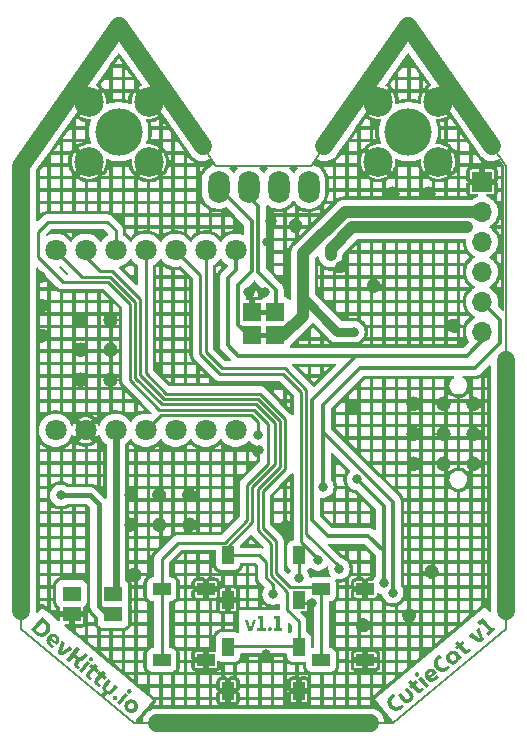
<source format=gtl>
G04 #@! TF.GenerationSoftware,KiCad,Pcbnew,7.0.7-7.0.7~ubuntu22.04.1*
G04 #@! TF.CreationDate,2025-01-16T16:21:51-05:00*
G04 #@! TF.ProjectId,CutieCat,43757469-6543-4617-942e-6b696361645f,rev?*
G04 #@! TF.SameCoordinates,Original*
G04 #@! TF.FileFunction,Copper,L1,Top*
G04 #@! TF.FilePolarity,Positive*
%FSLAX46Y46*%
G04 Gerber Fmt 4.6, Leading zero omitted, Abs format (unit mm)*
G04 Created by KiCad (PCBNEW 7.0.7-7.0.7~ubuntu22.04.1) date 2025-01-16 16:21:51*
%MOMM*%
%LPD*%
G01*
G04 APERTURE LIST*
G04 #@! TA.AperFunction,NonConductor*
%ADD10C,1.500000*%
G04 #@! TD*
%ADD11C,0.200000*%
G04 #@! TA.AperFunction,NonConductor*
%ADD12C,0.200000*%
G04 #@! TD*
G04 #@! TA.AperFunction,EtchedComponent*
%ADD13C,0.400000*%
G04 #@! TD*
G04 #@! TA.AperFunction,SMDPad,CuDef*
%ADD14R,1.000000X1.500000*%
G04 #@! TD*
G04 #@! TA.AperFunction,SMDPad,CuDef*
%ADD15R,1.500000X1.500000*%
G04 #@! TD*
G04 #@! TA.AperFunction,SMDPad,CuDef*
%ADD16R,1.500000X1.000000*%
G04 #@! TD*
G04 #@! TA.AperFunction,SMDPad,CuDef*
%ADD17R,1.600000X1.250000*%
G04 #@! TD*
G04 #@! TA.AperFunction,ComponentPad*
%ADD18C,1.800000*%
G04 #@! TD*
G04 #@! TA.AperFunction,SMDPad,CuDef*
%ADD19O,1.800000X2.750000*%
G04 #@! TD*
G04 #@! TA.AperFunction,ComponentPad*
%ADD20R,1.700000X1.700000*%
G04 #@! TD*
G04 #@! TA.AperFunction,ComponentPad*
%ADD21O,1.700000X1.700000*%
G04 #@! TD*
G04 #@! TA.AperFunction,ComponentPad*
%ADD22C,4.000000*%
G04 #@! TD*
G04 #@! TA.AperFunction,ComponentPad*
%ADD23C,2.500000*%
G04 #@! TD*
G04 #@! TA.AperFunction,ViaPad*
%ADD24C,0.800000*%
G04 #@! TD*
G04 #@! TA.AperFunction,ViaPad*
%ADD25C,1.000000*%
G04 #@! TD*
G04 #@! TA.AperFunction,Conductor*
%ADD26C,0.250000*%
G04 #@! TD*
G04 #@! TA.AperFunction,Conductor*
%ADD27C,1.000000*%
G04 #@! TD*
G04 #@! TA.AperFunction,Conductor*
%ADD28C,0.600000*%
G04 #@! TD*
G04 #@! TA.AperFunction,Conductor*
%ADD29C,0.800000*%
G04 #@! TD*
G04 #@! TA.AperFunction,Conductor*
%ADD30C,0.350000*%
G04 #@! TD*
G04 #@! TA.AperFunction,Conductor*
%ADD31C,0.400000*%
G04 #@! TD*
G04 #@! TA.AperFunction,Profile*
%ADD32C,0.200000*%
G04 #@! TD*
G04 APERTURE END LIST*
D10*
X20500000Y-19123200D02*
X20500000Y2123170D01*
X12250000Y30405400D02*
X5147150Y20261500D01*
X-12250000Y30405400D02*
X-5147150Y20261500D01*
X-20500000Y18623200D02*
X-12250000Y30405400D01*
X-9000000Y-28594600D02*
X9000000Y-28594600D01*
X12250000Y30405400D02*
X19352800Y20261500D01*
X-20500000Y-19123200D02*
X-20500000Y18623200D01*
D11*
D12*
G36*
X11737148Y-27327255D02*
G01*
X11719820Y-27341509D01*
X11702429Y-27355245D01*
X11684972Y-27368463D01*
X11667452Y-27381164D01*
X11649867Y-27393347D01*
X11632217Y-27405012D01*
X11614503Y-27416160D01*
X11596725Y-27426791D01*
X11578882Y-27436903D01*
X11560975Y-27446498D01*
X11543004Y-27455576D01*
X11524968Y-27464136D01*
X11506867Y-27472178D01*
X11488702Y-27479703D01*
X11470473Y-27486710D01*
X11452179Y-27493199D01*
X11433871Y-27499191D01*
X11415599Y-27504704D01*
X11397362Y-27509738D01*
X11379162Y-27514295D01*
X11360997Y-27518373D01*
X11342867Y-27521972D01*
X11324774Y-27525094D01*
X11306716Y-27527737D01*
X11288694Y-27529901D01*
X11270708Y-27531587D01*
X11252758Y-27532795D01*
X11234843Y-27533525D01*
X11216964Y-27533776D01*
X11199121Y-27533548D01*
X11181313Y-27532843D01*
X11163542Y-27531659D01*
X11145844Y-27530017D01*
X11128257Y-27527938D01*
X11110781Y-27525421D01*
X11093418Y-27522468D01*
X11076165Y-27519077D01*
X11059024Y-27515249D01*
X11041994Y-27510984D01*
X11025076Y-27506282D01*
X11008269Y-27501142D01*
X10991573Y-27495566D01*
X10974989Y-27489552D01*
X10958516Y-27483100D01*
X10942155Y-27476212D01*
X10925905Y-27468886D01*
X10909766Y-27461124D01*
X10893739Y-27452924D01*
X10877876Y-27444303D01*
X10862232Y-27435279D01*
X10846806Y-27425852D01*
X10831598Y-27416021D01*
X10816608Y-27405787D01*
X10801836Y-27395149D01*
X10787282Y-27384108D01*
X10772947Y-27372663D01*
X10758830Y-27360814D01*
X10744930Y-27348563D01*
X10731249Y-27335907D01*
X10717787Y-27322849D01*
X10704542Y-27309386D01*
X10691515Y-27295520D01*
X10678707Y-27281251D01*
X10666117Y-27266578D01*
X10653853Y-27251631D01*
X10642025Y-27236540D01*
X10630632Y-27221303D01*
X10619674Y-27205922D01*
X10609151Y-27190396D01*
X10599064Y-27174725D01*
X10589412Y-27158910D01*
X10580195Y-27142950D01*
X10571413Y-27126845D01*
X10563067Y-27110595D01*
X10555156Y-27094200D01*
X10547680Y-27077661D01*
X10540639Y-27060977D01*
X10534034Y-27044148D01*
X10527863Y-27027174D01*
X10522129Y-27010056D01*
X10516837Y-26992847D01*
X10511998Y-26975603D01*
X10507611Y-26958323D01*
X10503676Y-26941008D01*
X10500193Y-26923657D01*
X10497163Y-26906270D01*
X10494584Y-26888848D01*
X10492458Y-26871390D01*
X10490783Y-26853896D01*
X10489561Y-26836367D01*
X10488791Y-26818802D01*
X10488473Y-26801202D01*
X10488607Y-26783566D01*
X10489193Y-26765894D01*
X10490231Y-26748187D01*
X10491721Y-26730444D01*
X10493646Y-26712676D01*
X10496048Y-26694965D01*
X10498927Y-26677309D01*
X10502282Y-26659709D01*
X10506114Y-26642164D01*
X10510422Y-26624676D01*
X10515207Y-26607244D01*
X10520468Y-26589868D01*
X10526206Y-26572547D01*
X10532421Y-26555283D01*
X10539112Y-26538074D01*
X10546280Y-26520921D01*
X10553925Y-26503825D01*
X10562046Y-26486784D01*
X10570643Y-26469799D01*
X10579718Y-26452870D01*
X10589251Y-26436010D01*
X10599285Y-26419301D01*
X10609820Y-26402743D01*
X10620856Y-26386337D01*
X10632393Y-26370083D01*
X10644430Y-26353980D01*
X10656968Y-26338029D01*
X10670007Y-26322229D01*
X10683546Y-26306580D01*
X10697587Y-26291083D01*
X10712128Y-26275738D01*
X10727169Y-26260544D01*
X10742712Y-26245501D01*
X10758755Y-26230610D01*
X10775299Y-26215870D01*
X10792344Y-26201282D01*
X10966067Y-26055511D01*
X11155405Y-26281155D01*
X10988417Y-26421274D01*
X10974473Y-26433361D01*
X10961161Y-26445692D01*
X10948481Y-26458265D01*
X10936434Y-26471080D01*
X10925020Y-26484139D01*
X10914238Y-26497440D01*
X10904088Y-26510984D01*
X10894570Y-26524770D01*
X10885686Y-26538800D01*
X10877433Y-26553072D01*
X10872283Y-26562722D01*
X10865081Y-26577232D01*
X10858487Y-26591846D01*
X10852501Y-26606563D01*
X10847123Y-26621384D01*
X10842353Y-26636308D01*
X10838191Y-26651336D01*
X10834637Y-26666467D01*
X10831692Y-26681702D01*
X10829354Y-26697040D01*
X10827624Y-26712482D01*
X10826809Y-26722834D01*
X10826041Y-26738326D01*
X10825866Y-26753783D01*
X10826283Y-26769206D01*
X10827293Y-26784593D01*
X10828896Y-26799945D01*
X10831092Y-26815262D01*
X10833881Y-26830545D01*
X10837262Y-26845792D01*
X10841236Y-26861004D01*
X10845802Y-26876182D01*
X10849176Y-26886281D01*
X10854718Y-26901339D01*
X10860826Y-26916241D01*
X10867501Y-26930988D01*
X10874743Y-26945578D01*
X10882552Y-26960012D01*
X10890927Y-26974289D01*
X10899869Y-26988411D01*
X10909378Y-27002377D01*
X10919454Y-27016186D01*
X10930097Y-27029840D01*
X10937506Y-27038855D01*
X10948940Y-27052066D01*
X10960635Y-27064755D01*
X10972590Y-27076924D01*
X10984805Y-27088571D01*
X10997281Y-27099697D01*
X11010017Y-27110302D01*
X11023013Y-27120385D01*
X11036270Y-27129948D01*
X11049788Y-27138989D01*
X11063566Y-27147509D01*
X11072896Y-27152899D01*
X11086998Y-27160465D01*
X11101229Y-27167443D01*
X11115590Y-27173833D01*
X11130079Y-27179637D01*
X11144698Y-27184852D01*
X11159446Y-27189480D01*
X11174322Y-27193520D01*
X11189328Y-27196973D01*
X11204463Y-27199839D01*
X11219728Y-27202117D01*
X11229975Y-27203309D01*
X11245356Y-27204550D01*
X11260757Y-27205194D01*
X11276179Y-27205241D01*
X11291620Y-27204692D01*
X11307082Y-27203545D01*
X11322564Y-27201801D01*
X11338066Y-27199460D01*
X11353588Y-27196521D01*
X11369131Y-27192986D01*
X11384694Y-27188854D01*
X11395080Y-27185768D01*
X11410655Y-27180562D01*
X11426100Y-27174692D01*
X11441416Y-27168156D01*
X11456603Y-27160956D01*
X11471661Y-27153091D01*
X11486589Y-27144560D01*
X11501388Y-27135365D01*
X11516058Y-27125505D01*
X11530599Y-27114980D01*
X11545010Y-27103789D01*
X11554546Y-27095960D01*
X11721533Y-26955841D01*
X11910871Y-27181484D01*
X11737148Y-27327255D01*
G37*
G36*
X12487771Y-26731364D02*
G01*
X12471850Y-26744392D01*
X12455871Y-26756808D01*
X12439834Y-26768612D01*
X12423738Y-26779803D01*
X12407585Y-26790381D01*
X12391373Y-26800347D01*
X12375103Y-26809700D01*
X12358775Y-26818441D01*
X12342389Y-26826569D01*
X12325945Y-26834085D01*
X12309442Y-26840988D01*
X12292882Y-26847279D01*
X12276263Y-26852957D01*
X12259586Y-26858023D01*
X12242851Y-26862476D01*
X12226058Y-26866316D01*
X12209325Y-26869547D01*
X12192701Y-26872231D01*
X12176186Y-26874368D01*
X12159780Y-26875958D01*
X12143482Y-26877000D01*
X12127293Y-26877496D01*
X12111214Y-26877444D01*
X12095243Y-26876845D01*
X12079380Y-26875699D01*
X12063627Y-26874006D01*
X12047982Y-26871766D01*
X12032447Y-26868978D01*
X12017020Y-26865644D01*
X12001701Y-26861762D01*
X11986492Y-26857333D01*
X11971392Y-26852357D01*
X11956510Y-26846839D01*
X11941888Y-26840841D01*
X11927525Y-26834364D01*
X11913422Y-26827408D01*
X11899578Y-26819973D01*
X11885993Y-26812059D01*
X11872667Y-26803665D01*
X11859601Y-26794793D01*
X11846794Y-26785441D01*
X11834247Y-26775611D01*
X11821958Y-26765301D01*
X11809929Y-26754512D01*
X11798159Y-26743244D01*
X11786649Y-26731496D01*
X11775398Y-26719270D01*
X11764406Y-26706565D01*
X11366656Y-26232545D01*
X11615874Y-26023425D01*
X12008208Y-26490991D01*
X12019842Y-26503826D01*
X12032226Y-26515496D01*
X12045360Y-26525999D01*
X12059243Y-26535336D01*
X12073876Y-26543508D01*
X12089258Y-26550513D01*
X12095621Y-26552988D01*
X12111851Y-26558192D01*
X12128250Y-26562039D01*
X12144818Y-26564530D01*
X12161556Y-26565664D01*
X12178463Y-26565442D01*
X12195540Y-26563863D01*
X12202418Y-26562852D01*
X12219344Y-26559259D01*
X12235808Y-26554254D01*
X12251813Y-26547837D01*
X12267356Y-26540009D01*
X12282440Y-26530769D01*
X12297062Y-26520118D01*
X12302782Y-26515462D01*
X12313786Y-26505653D01*
X12326325Y-26492794D01*
X12337513Y-26479271D01*
X12347349Y-26465084D01*
X12355834Y-26450232D01*
X12362968Y-26434716D01*
X12366599Y-26425088D01*
X12371497Y-26408713D01*
X12375043Y-26392259D01*
X12377238Y-26375724D01*
X12378080Y-26359109D01*
X12377572Y-26342414D01*
X12375711Y-26325639D01*
X12374589Y-26318907D01*
X12370953Y-26302260D01*
X12366026Y-26286160D01*
X12359806Y-26270607D01*
X12352294Y-26255601D01*
X12343489Y-26241143D01*
X12333393Y-26227232D01*
X12328992Y-26221820D01*
X11936659Y-25754255D01*
X12186438Y-25544665D01*
X12584189Y-26018685D01*
X12594797Y-26031713D01*
X12604897Y-26044905D01*
X12614489Y-26058262D01*
X12623572Y-26071784D01*
X12632148Y-26085471D01*
X12640216Y-26099322D01*
X12647775Y-26113338D01*
X12654827Y-26127519D01*
X12661370Y-26141865D01*
X12667405Y-26156376D01*
X12672932Y-26171052D01*
X12677951Y-26185892D01*
X12682462Y-26200897D01*
X12686465Y-26216067D01*
X12689960Y-26231402D01*
X12692946Y-26246901D01*
X12695400Y-26262489D01*
X12697296Y-26278089D01*
X12698634Y-26293701D01*
X12699414Y-26309326D01*
X12699637Y-26324962D01*
X12699302Y-26340611D01*
X12698409Y-26356272D01*
X12696959Y-26371945D01*
X12694951Y-26387630D01*
X12692385Y-26403328D01*
X12689261Y-26419037D01*
X12685580Y-26434759D01*
X12681341Y-26450493D01*
X12676544Y-26466239D01*
X12671189Y-26481997D01*
X12665277Y-26497767D01*
X12658812Y-26513442D01*
X12651730Y-26528974D01*
X12644031Y-26544363D01*
X12635715Y-26559608D01*
X12626781Y-26574709D01*
X12617230Y-26589668D01*
X12607062Y-26604483D01*
X12596276Y-26619154D01*
X12584874Y-26633682D01*
X12572854Y-26648067D01*
X12560216Y-26662308D01*
X12546962Y-26676406D01*
X12533090Y-26690361D01*
X12518601Y-26704172D01*
X12503495Y-26717839D01*
X12487771Y-26731364D01*
G37*
G36*
X13366329Y-25960210D02*
G01*
X13352100Y-25971718D01*
X13337830Y-25982397D01*
X13323519Y-25992248D01*
X13309166Y-26001270D01*
X13294773Y-26009464D01*
X13280337Y-26016830D01*
X13265861Y-26023366D01*
X13251343Y-26029075D01*
X13236784Y-26033955D01*
X13222184Y-26038007D01*
X13207543Y-26041230D01*
X13192860Y-26043624D01*
X13178136Y-26045191D01*
X13163370Y-26045929D01*
X13148564Y-26045838D01*
X13133716Y-26044919D01*
X13118952Y-26043129D01*
X13104387Y-26040557D01*
X13090020Y-26037201D01*
X13075852Y-26033063D01*
X13061883Y-26028141D01*
X13048111Y-26022436D01*
X13034539Y-26015948D01*
X13021165Y-26008677D01*
X13007990Y-26000623D01*
X12995013Y-25991786D01*
X12982234Y-25982165D01*
X12969655Y-25971762D01*
X12957273Y-25960575D01*
X12945090Y-25948606D01*
X12933106Y-25935853D01*
X12921321Y-25922317D01*
X12262643Y-25137336D01*
X12512703Y-24927510D01*
X13159606Y-25698459D01*
X13170645Y-25708887D01*
X13184827Y-25716489D01*
X13199575Y-25719882D01*
X13201146Y-25720037D01*
X13216523Y-25719493D01*
X13230687Y-25715389D01*
X13243638Y-25707725D01*
X13246083Y-25705765D01*
X13425700Y-25555048D01*
X13600672Y-25763572D01*
X13366329Y-25960210D01*
G37*
G36*
X12467703Y-25655869D02*
G01*
X12296734Y-25452116D01*
X12908554Y-24938738D01*
X13079523Y-25142491D01*
X12467703Y-25655869D01*
G37*
G36*
X13752785Y-25635934D02*
G01*
X13060667Y-24811100D01*
X13311570Y-24600568D01*
X14003688Y-25425402D01*
X13752785Y-25635934D01*
G37*
G36*
X13107037Y-24611019D02*
G01*
X13091711Y-24622721D01*
X13075761Y-24632630D01*
X13059188Y-24640745D01*
X13041992Y-24647066D01*
X13024173Y-24651594D01*
X13005730Y-24654328D01*
X12986665Y-24655269D01*
X12971956Y-24654797D01*
X12966975Y-24654416D01*
X12952247Y-24652550D01*
X12933431Y-24648640D01*
X12915554Y-24643106D01*
X12898614Y-24635948D01*
X12882614Y-24627165D01*
X12867552Y-24616758D01*
X12853428Y-24604726D01*
X12840243Y-24591070D01*
X12837093Y-24587402D01*
X12825383Y-24572075D01*
X12815450Y-24556123D01*
X12807295Y-24539547D01*
X12800917Y-24522346D01*
X12796317Y-24504520D01*
X12793494Y-24486070D01*
X12792449Y-24466995D01*
X12792831Y-24452279D01*
X12793181Y-24447295D01*
X12794917Y-24432505D01*
X12798690Y-24413601D01*
X12804128Y-24395632D01*
X12811232Y-24378597D01*
X12820001Y-24362495D01*
X12830436Y-24347328D01*
X12842536Y-24333094D01*
X12856302Y-24319795D01*
X12860004Y-24316616D01*
X12875334Y-24304918D01*
X12891295Y-24295023D01*
X12907886Y-24286930D01*
X12925108Y-24280639D01*
X12942960Y-24276151D01*
X12961443Y-24273465D01*
X12980557Y-24272581D01*
X12995306Y-24273102D01*
X13000301Y-24273500D01*
X13015084Y-24275329D01*
X13033977Y-24279211D01*
X13051939Y-24284742D01*
X13068967Y-24291922D01*
X13085063Y-24300752D01*
X13100227Y-24311231D01*
X13114458Y-24323360D01*
X13127756Y-24337137D01*
X13130935Y-24340840D01*
X13142531Y-24356039D01*
X13152355Y-24371888D01*
X13160407Y-24388386D01*
X13166688Y-24405534D01*
X13171197Y-24423331D01*
X13173935Y-24441778D01*
X13174901Y-24460875D01*
X13174464Y-24475623D01*
X13174096Y-24480621D01*
X13172317Y-24495361D01*
X13168495Y-24514205D01*
X13163014Y-24532124D01*
X13155876Y-24549118D01*
X13147079Y-24565186D01*
X13136624Y-24580330D01*
X13124511Y-24594548D01*
X13110739Y-24607841D01*
X13107037Y-24611019D01*
G37*
G36*
X14202449Y-23977707D02*
G01*
X14218711Y-23978558D01*
X14234900Y-23980009D01*
X14251016Y-23982059D01*
X14267060Y-23984708D01*
X14283031Y-23987956D01*
X14298929Y-23991803D01*
X14314754Y-23996250D01*
X14330507Y-24001295D01*
X14346187Y-24006939D01*
X14361794Y-24013183D01*
X14377329Y-24020025D01*
X14392744Y-24027353D01*
X14407981Y-24035181D01*
X14423040Y-24043510D01*
X14437921Y-24052339D01*
X14452624Y-24061668D01*
X14467150Y-24071498D01*
X14481497Y-24081829D01*
X14495667Y-24092660D01*
X14509659Y-24103991D01*
X14523473Y-24115823D01*
X14537109Y-24128156D01*
X14550567Y-24140989D01*
X14563848Y-24154322D01*
X14576950Y-24168156D01*
X14589875Y-24182490D01*
X14602622Y-24197325D01*
X14612712Y-24209711D01*
X14622165Y-24221903D01*
X14632074Y-24235208D01*
X14641117Y-24247762D01*
X14649794Y-24260093D01*
X14658338Y-24273153D01*
X14666201Y-24286525D01*
X14671635Y-24297240D01*
X14131100Y-24750802D01*
X14145667Y-24760587D01*
X14160476Y-24769046D01*
X14175528Y-24776181D01*
X14190824Y-24781992D01*
X14206362Y-24786477D01*
X14222143Y-24789638D01*
X14228523Y-24790532D01*
X14244513Y-24791752D01*
X14260632Y-24791649D01*
X14276878Y-24790225D01*
X14293254Y-24787479D01*
X14309757Y-24783411D01*
X14326389Y-24778021D01*
X14333078Y-24775494D01*
X14349730Y-24768273D01*
X14363021Y-24761697D01*
X14376285Y-24754412D01*
X14389522Y-24746417D01*
X14402731Y-24737714D01*
X14415913Y-24728300D01*
X14429068Y-24718178D01*
X14438916Y-24710120D01*
X14690379Y-24499117D01*
X14862761Y-24704554D01*
X14618314Y-24909670D01*
X14600772Y-24924044D01*
X14583157Y-24937787D01*
X14565469Y-24950901D01*
X14547709Y-24963385D01*
X14529875Y-24975238D01*
X14511969Y-24986462D01*
X14493989Y-24997055D01*
X14475937Y-25007019D01*
X14457812Y-25016352D01*
X14439614Y-25025055D01*
X14421344Y-25033128D01*
X14403000Y-25040571D01*
X14384584Y-25047384D01*
X14366094Y-25053567D01*
X14347532Y-25059120D01*
X14328897Y-25064042D01*
X14310279Y-25068275D01*
X14291755Y-25071885D01*
X14273327Y-25074875D01*
X14254994Y-25077243D01*
X14236755Y-25078989D01*
X14218612Y-25080114D01*
X14200564Y-25080617D01*
X14182610Y-25080499D01*
X14164752Y-25079760D01*
X14146989Y-25078399D01*
X14129320Y-25076416D01*
X14111747Y-25073812D01*
X14094269Y-25070586D01*
X14076886Y-25066739D01*
X14059597Y-25062271D01*
X14042404Y-25057181D01*
X14025367Y-25051440D01*
X14008607Y-25045090D01*
X13992124Y-25038130D01*
X13975918Y-25030560D01*
X13959988Y-25022381D01*
X13944336Y-25013592D01*
X13928960Y-25004193D01*
X13913861Y-24994185D01*
X13899038Y-24983567D01*
X13884493Y-24972340D01*
X13870224Y-24960502D01*
X13856232Y-24948056D01*
X13842518Y-24934999D01*
X13829079Y-24921333D01*
X13815918Y-24907057D01*
X13803033Y-24892172D01*
X13789134Y-24875162D01*
X13775931Y-24858091D01*
X13763424Y-24840959D01*
X13751612Y-24823766D01*
X13740497Y-24806512D01*
X13730079Y-24789197D01*
X13720356Y-24771822D01*
X13711329Y-24754385D01*
X13702998Y-24736887D01*
X13695364Y-24719328D01*
X13688425Y-24701708D01*
X13682183Y-24684027D01*
X13676637Y-24666285D01*
X13671786Y-24648482D01*
X13667632Y-24630619D01*
X13664174Y-24612694D01*
X13661396Y-24594759D01*
X13659210Y-24576925D01*
X13657616Y-24559192D01*
X13656615Y-24541559D01*
X13656207Y-24524027D01*
X13656391Y-24506596D01*
X13657168Y-24489265D01*
X13658537Y-24472034D01*
X13660466Y-24455189D01*
X13950485Y-24455189D01*
X13950614Y-24471508D01*
X13952041Y-24487792D01*
X13954765Y-24504040D01*
X13958786Y-24520253D01*
X13961667Y-24529501D01*
X13967477Y-24545523D01*
X13974085Y-24561241D01*
X13980385Y-24574473D01*
X13987270Y-24587481D01*
X13994743Y-24600267D01*
X14307949Y-24337455D01*
X14297075Y-24326954D01*
X14285992Y-24317132D01*
X14273070Y-24306737D01*
X14259876Y-24297229D01*
X14256534Y-24294990D01*
X14243108Y-24286648D01*
X14229346Y-24279544D01*
X14215247Y-24273678D01*
X14200813Y-24269051D01*
X14186225Y-24265629D01*
X14171664Y-24263380D01*
X14155315Y-24262252D01*
X14142624Y-24262400D01*
X14127952Y-24263652D01*
X14113155Y-24266323D01*
X14098235Y-24270414D01*
X14083190Y-24275924D01*
X14068200Y-24282852D01*
X14055275Y-24290078D01*
X14042529Y-24298390D01*
X14029962Y-24307788D01*
X14024631Y-24312148D01*
X14013517Y-24322011D01*
X14001403Y-24334238D01*
X13990624Y-24346892D01*
X13981178Y-24359974D01*
X13973066Y-24373484D01*
X13969510Y-24380399D01*
X13963420Y-24394281D01*
X13958494Y-24408227D01*
X13954219Y-24424581D01*
X13951529Y-24441024D01*
X13950485Y-24455189D01*
X13660466Y-24455189D01*
X13660499Y-24454905D01*
X13663053Y-24437876D01*
X13666200Y-24420947D01*
X13669940Y-24404119D01*
X13674272Y-24387392D01*
X13679197Y-24370765D01*
X13684714Y-24354239D01*
X13690824Y-24337814D01*
X13697510Y-24321547D01*
X13704686Y-24305558D01*
X13712351Y-24289844D01*
X13720507Y-24274407D01*
X13729152Y-24259247D01*
X13738287Y-24244363D01*
X13747912Y-24229755D01*
X13758027Y-24215425D01*
X13768631Y-24201370D01*
X13779726Y-24187592D01*
X13791310Y-24174091D01*
X13803384Y-24160866D01*
X13815948Y-24147917D01*
X13829001Y-24135245D01*
X13842545Y-24122850D01*
X13856578Y-24110731D01*
X13872868Y-24097424D01*
X13889181Y-24084823D01*
X13905518Y-24072927D01*
X13921878Y-24061736D01*
X13938262Y-24051250D01*
X13954670Y-24041469D01*
X13971102Y-24032393D01*
X13987557Y-24024022D01*
X14004036Y-24016355D01*
X14020538Y-24009394D01*
X14037064Y-24003138D01*
X14053614Y-23997587D01*
X14070187Y-23992741D01*
X14086784Y-23988600D01*
X14103405Y-23985164D01*
X14120049Y-23982433D01*
X14136675Y-23980290D01*
X14153227Y-23978745D01*
X14169707Y-23977800D01*
X14186115Y-23977454D01*
X14202449Y-23977707D01*
G37*
G36*
X15655040Y-24039753D02*
G01*
X15637713Y-24054007D01*
X15620321Y-24067743D01*
X15602865Y-24080961D01*
X15585344Y-24093662D01*
X15567759Y-24105845D01*
X15550110Y-24117510D01*
X15532396Y-24128658D01*
X15514617Y-24139289D01*
X15496775Y-24149401D01*
X15478867Y-24158996D01*
X15460896Y-24168074D01*
X15442860Y-24176634D01*
X15424759Y-24184676D01*
X15406595Y-24192201D01*
X15388365Y-24199208D01*
X15370072Y-24205697D01*
X15351764Y-24211689D01*
X15333491Y-24217202D01*
X15315255Y-24222236D01*
X15297054Y-24226793D01*
X15278889Y-24230871D01*
X15260760Y-24234470D01*
X15242666Y-24237592D01*
X15224609Y-24240235D01*
X15206587Y-24242399D01*
X15188600Y-24244085D01*
X15170650Y-24245293D01*
X15152735Y-24246022D01*
X15134856Y-24246274D01*
X15117013Y-24246046D01*
X15099206Y-24245341D01*
X15081434Y-24244156D01*
X15063736Y-24242515D01*
X15046149Y-24240436D01*
X15028674Y-24237919D01*
X15011310Y-24234966D01*
X14994057Y-24231575D01*
X14976916Y-24227747D01*
X14959886Y-24223482D01*
X14942968Y-24218780D01*
X14926161Y-24213640D01*
X14909465Y-24208064D01*
X14892881Y-24202050D01*
X14876408Y-24195598D01*
X14860047Y-24188710D01*
X14843797Y-24181384D01*
X14827658Y-24173622D01*
X14811631Y-24165422D01*
X14795769Y-24156801D01*
X14780124Y-24147777D01*
X14764698Y-24138350D01*
X14749490Y-24128519D01*
X14734500Y-24118285D01*
X14719728Y-24107647D01*
X14705175Y-24096606D01*
X14690839Y-24085161D01*
X14676722Y-24073312D01*
X14662823Y-24061061D01*
X14649142Y-24048405D01*
X14635679Y-24035346D01*
X14622434Y-24021884D01*
X14609408Y-24008018D01*
X14596599Y-23993749D01*
X14584009Y-23979076D01*
X14571745Y-23964129D01*
X14559917Y-23949038D01*
X14548524Y-23933801D01*
X14537566Y-23918420D01*
X14527043Y-23902894D01*
X14516956Y-23887223D01*
X14507304Y-23871408D01*
X14498087Y-23855448D01*
X14489305Y-23839343D01*
X14480959Y-23823093D01*
X14473048Y-23806698D01*
X14465572Y-23790159D01*
X14458531Y-23773475D01*
X14451926Y-23756646D01*
X14445756Y-23739672D01*
X14440021Y-23722554D01*
X14434730Y-23705345D01*
X14429890Y-23688101D01*
X14425503Y-23670821D01*
X14421569Y-23653506D01*
X14418086Y-23636155D01*
X14415055Y-23618768D01*
X14412476Y-23601346D01*
X14410350Y-23583888D01*
X14408675Y-23566394D01*
X14407453Y-23548865D01*
X14406683Y-23531300D01*
X14406365Y-23513700D01*
X14406499Y-23496064D01*
X14407085Y-23478392D01*
X14408123Y-23460685D01*
X14409614Y-23442942D01*
X14411539Y-23425174D01*
X14413941Y-23407463D01*
X14416819Y-23389807D01*
X14420174Y-23372207D01*
X14424006Y-23354662D01*
X14428314Y-23337174D01*
X14433099Y-23319742D01*
X14438360Y-23302366D01*
X14444099Y-23285045D01*
X14450313Y-23267781D01*
X14457005Y-23250572D01*
X14464172Y-23233419D01*
X14471817Y-23216323D01*
X14479938Y-23199282D01*
X14488536Y-23182297D01*
X14497610Y-23165368D01*
X14507144Y-23148508D01*
X14517178Y-23131799D01*
X14527713Y-23115241D01*
X14538749Y-23098835D01*
X14550285Y-23082581D01*
X14562322Y-23066478D01*
X14574860Y-23050527D01*
X14587899Y-23034727D01*
X14601439Y-23019078D01*
X14615479Y-23003581D01*
X14630020Y-22988236D01*
X14645062Y-22973041D01*
X14660604Y-22957999D01*
X14676648Y-22943108D01*
X14693192Y-22928368D01*
X14710236Y-22913780D01*
X14883960Y-22768009D01*
X15073297Y-22993653D01*
X14906310Y-23133772D01*
X14892365Y-23145859D01*
X14879053Y-23158190D01*
X14866374Y-23170763D01*
X14854327Y-23183578D01*
X14842912Y-23196637D01*
X14832130Y-23209938D01*
X14821980Y-23223482D01*
X14812463Y-23237268D01*
X14803578Y-23251298D01*
X14795325Y-23265570D01*
X14790175Y-23275220D01*
X14782973Y-23289730D01*
X14776379Y-23304344D01*
X14770393Y-23319061D01*
X14765015Y-23333882D01*
X14760245Y-23348806D01*
X14756083Y-23363834D01*
X14752530Y-23378965D01*
X14749584Y-23394200D01*
X14747246Y-23409538D01*
X14745517Y-23424980D01*
X14744701Y-23435332D01*
X14743933Y-23450824D01*
X14743758Y-23466281D01*
X14744176Y-23481704D01*
X14745186Y-23497091D01*
X14746789Y-23512443D01*
X14748984Y-23527760D01*
X14751773Y-23543043D01*
X14755154Y-23558290D01*
X14759128Y-23573502D01*
X14763695Y-23588680D01*
X14767068Y-23598778D01*
X14772610Y-23613837D01*
X14778718Y-23628739D01*
X14785394Y-23643485D01*
X14792635Y-23658076D01*
X14800444Y-23672510D01*
X14808819Y-23686787D01*
X14817762Y-23700909D01*
X14827271Y-23714875D01*
X14837346Y-23728684D01*
X14847989Y-23742338D01*
X14855399Y-23751353D01*
X14866833Y-23764564D01*
X14878527Y-23777253D01*
X14890482Y-23789422D01*
X14902697Y-23801069D01*
X14915173Y-23812195D01*
X14927909Y-23822800D01*
X14940906Y-23832883D01*
X14954163Y-23842446D01*
X14967680Y-23851487D01*
X14981458Y-23860007D01*
X14990788Y-23865397D01*
X15004890Y-23872963D01*
X15019122Y-23879941D01*
X15033482Y-23886331D01*
X15047972Y-23892134D01*
X15062590Y-23897350D01*
X15077338Y-23901978D01*
X15092215Y-23906018D01*
X15107221Y-23909471D01*
X15122356Y-23912337D01*
X15137620Y-23914615D01*
X15147868Y-23915807D01*
X15163249Y-23917048D01*
X15178650Y-23917692D01*
X15194071Y-23917739D01*
X15209512Y-23917190D01*
X15224974Y-23916043D01*
X15240456Y-23914299D01*
X15255958Y-23911958D01*
X15271481Y-23909019D01*
X15287023Y-23905484D01*
X15302586Y-23901352D01*
X15312973Y-23898266D01*
X15328547Y-23893060D01*
X15343993Y-23887190D01*
X15359309Y-23880654D01*
X15374495Y-23873454D01*
X15389553Y-23865589D01*
X15404481Y-23857058D01*
X15419280Y-23847863D01*
X15433950Y-23838003D01*
X15448491Y-23827478D01*
X15462902Y-23816287D01*
X15472438Y-23808458D01*
X15639426Y-23668339D01*
X15828763Y-23893982D01*
X15655040Y-24039753D01*
G37*
G36*
X16068221Y-22435274D02*
G01*
X16085824Y-22436233D01*
X16103349Y-22437811D01*
X16120795Y-22440008D01*
X16138163Y-22442823D01*
X16155453Y-22446258D01*
X16172663Y-22450311D01*
X16189796Y-22454984D01*
X16206849Y-22460275D01*
X16223825Y-22466185D01*
X16240721Y-22472714D01*
X16257459Y-22479755D01*
X16273948Y-22487331D01*
X16290186Y-22495442D01*
X16306174Y-22504087D01*
X16321912Y-22513268D01*
X16337401Y-22522983D01*
X16352639Y-22533233D01*
X16367628Y-22544018D01*
X16382366Y-22555337D01*
X16396855Y-22567192D01*
X16411093Y-22579581D01*
X16425082Y-22592505D01*
X16438821Y-22605964D01*
X16452310Y-22619957D01*
X16465548Y-22634486D01*
X16478537Y-22649549D01*
X16822830Y-23059861D01*
X16578102Y-23265212D01*
X16466949Y-23132745D01*
X16461616Y-23137219D01*
X16464673Y-23152947D01*
X16467100Y-23168726D01*
X16468897Y-23184555D01*
X16470063Y-23200435D01*
X16470600Y-23216365D01*
X16470506Y-23232346D01*
X16469782Y-23248377D01*
X16468428Y-23264459D01*
X16466335Y-23280533D01*
X16463394Y-23296540D01*
X16459606Y-23312482D01*
X16454971Y-23328358D01*
X16449488Y-23344168D01*
X16443157Y-23359912D01*
X16435979Y-23375590D01*
X16427954Y-23391202D01*
X16419015Y-23406660D01*
X16408958Y-23421997D01*
X16397781Y-23437211D01*
X16385486Y-23452303D01*
X16375530Y-23463542D01*
X16364945Y-23474712D01*
X16353731Y-23485813D01*
X16341887Y-23496846D01*
X16329414Y-23507809D01*
X16325116Y-23511449D01*
X16311315Y-23522653D01*
X16297347Y-23533248D01*
X16283209Y-23543233D01*
X16268904Y-23552608D01*
X16254431Y-23561373D01*
X16239790Y-23569528D01*
X16224981Y-23577073D01*
X16210003Y-23584008D01*
X16194858Y-23590333D01*
X16179544Y-23596048D01*
X16164062Y-23601153D01*
X16148412Y-23605648D01*
X16132595Y-23609533D01*
X16116609Y-23612808D01*
X16100455Y-23615474D01*
X16084133Y-23617529D01*
X16067777Y-23618974D01*
X16051450Y-23619866D01*
X16035154Y-23620207D01*
X16018888Y-23619996D01*
X16002652Y-23619233D01*
X15986446Y-23617917D01*
X15970270Y-23616050D01*
X15954124Y-23613631D01*
X15938008Y-23610660D01*
X15921922Y-23607136D01*
X15905867Y-23603061D01*
X15889841Y-23598434D01*
X15873845Y-23593254D01*
X15857879Y-23587523D01*
X15841943Y-23581240D01*
X15826037Y-23574405D01*
X15810220Y-23567012D01*
X15794611Y-23559128D01*
X15779210Y-23550752D01*
X15764016Y-23541885D01*
X15749030Y-23532525D01*
X15734251Y-23522674D01*
X15719680Y-23512331D01*
X15705317Y-23501496D01*
X15691161Y-23490170D01*
X15677213Y-23478352D01*
X15663472Y-23466041D01*
X15649939Y-23453240D01*
X15636614Y-23439946D01*
X15623496Y-23426161D01*
X15610585Y-23411883D01*
X15597883Y-23397114D01*
X15585052Y-23381390D01*
X15572819Y-23365508D01*
X15561182Y-23349469D01*
X15550142Y-23333273D01*
X15539699Y-23316920D01*
X15529852Y-23300410D01*
X15520603Y-23283743D01*
X15511950Y-23266919D01*
X15503894Y-23249937D01*
X15496435Y-23232799D01*
X15489573Y-23215504D01*
X15483308Y-23198052D01*
X15477639Y-23180442D01*
X15472567Y-23162676D01*
X15468092Y-23144752D01*
X15464214Y-23126672D01*
X15460951Y-23108527D01*
X15458321Y-23090412D01*
X15456325Y-23072325D01*
X15454962Y-23054268D01*
X15454232Y-23036240D01*
X15454136Y-23018240D01*
X15454673Y-23000270D01*
X15455844Y-22982328D01*
X15455865Y-22982118D01*
X15770000Y-22982118D01*
X15770338Y-22998551D01*
X15771815Y-23015059D01*
X15774432Y-23031643D01*
X15778188Y-23048301D01*
X15783037Y-23064902D01*
X15788936Y-23081309D01*
X15795884Y-23097524D01*
X15803880Y-23113546D01*
X15812926Y-23129375D01*
X15823020Y-23145012D01*
X15834163Y-23160456D01*
X15846356Y-23175708D01*
X15856096Y-23186911D01*
X15869442Y-23201012D01*
X15883196Y-23214157D01*
X15897358Y-23226346D01*
X15911930Y-23237580D01*
X15926910Y-23247858D01*
X15942298Y-23257181D01*
X15958095Y-23265548D01*
X15962109Y-23267490D01*
X15978197Y-23274481D01*
X15994372Y-23280292D01*
X16010634Y-23284925D01*
X16026984Y-23288379D01*
X16043419Y-23290654D01*
X16059942Y-23291750D01*
X16076552Y-23291667D01*
X16093249Y-23290406D01*
X16109790Y-23287846D01*
X16126054Y-23284011D01*
X16142039Y-23278901D01*
X16157746Y-23272514D01*
X16173174Y-23264851D01*
X16188323Y-23255913D01*
X16203195Y-23245699D01*
X16217787Y-23234209D01*
X16231492Y-23221954D01*
X16243980Y-23209212D01*
X16255251Y-23195980D01*
X16265305Y-23182261D01*
X16274142Y-23168053D01*
X16281763Y-23153356D01*
X16288166Y-23138171D01*
X16293353Y-23122498D01*
X16297297Y-23106440D01*
X16300092Y-23090240D01*
X16301737Y-23073900D01*
X16302232Y-23057418D01*
X16301578Y-23040794D01*
X16299774Y-23024030D01*
X16296820Y-23007125D01*
X16292716Y-22990078D01*
X16287538Y-22972953D01*
X16281340Y-22956073D01*
X16274120Y-22939436D01*
X16265880Y-22923043D01*
X16256618Y-22906894D01*
X16246336Y-22890989D01*
X16235033Y-22875327D01*
X16225886Y-22863741D01*
X16222709Y-22859910D01*
X16213064Y-22848827D01*
X16199872Y-22834930D01*
X16186299Y-22822041D01*
X16172345Y-22810158D01*
X16158011Y-22799282D01*
X16143295Y-22789413D01*
X16128200Y-22780551D01*
X16112723Y-22772696D01*
X16108795Y-22770889D01*
X16093054Y-22764287D01*
X16077217Y-22758797D01*
X16061282Y-22754421D01*
X16045249Y-22751157D01*
X16029119Y-22749006D01*
X16012892Y-22747968D01*
X15996567Y-22748044D01*
X15980145Y-22749232D01*
X15963754Y-22751552D01*
X15947640Y-22755165D01*
X15931803Y-22760069D01*
X15916244Y-22766265D01*
X15900961Y-22773754D01*
X15885955Y-22782534D01*
X15871226Y-22792606D01*
X15856774Y-22803970D01*
X15842929Y-22816351D01*
X15830298Y-22829235D01*
X15818883Y-22842625D01*
X15808684Y-22856519D01*
X15799700Y-22870917D01*
X15791931Y-22885820D01*
X15785378Y-22901227D01*
X15780041Y-22917139D01*
X15775822Y-22933271D01*
X15772742Y-22949478D01*
X15770802Y-22965760D01*
X15770000Y-22982118D01*
X15455865Y-22982118D01*
X15457647Y-22964416D01*
X15460085Y-22946532D01*
X15463155Y-22928678D01*
X15466859Y-22910852D01*
X15471196Y-22893056D01*
X15476167Y-22875288D01*
X15481771Y-22857550D01*
X15488008Y-22839840D01*
X15494867Y-22822212D01*
X15502395Y-22804790D01*
X15510592Y-22787571D01*
X15519457Y-22770558D01*
X15528991Y-22753750D01*
X15539194Y-22737146D01*
X15550065Y-22720747D01*
X15561606Y-22704553D01*
X15573815Y-22688563D01*
X15586693Y-22672779D01*
X15600240Y-22657199D01*
X15614455Y-22641824D01*
X15629340Y-22626654D01*
X15644893Y-22611688D01*
X15661114Y-22596928D01*
X15678005Y-22582372D01*
X15695259Y-22568275D01*
X15712570Y-22554893D01*
X15729938Y-22542225D01*
X15747364Y-22530270D01*
X15764847Y-22519030D01*
X15782388Y-22508504D01*
X15799986Y-22498692D01*
X15817641Y-22489594D01*
X15835354Y-22481210D01*
X15853124Y-22473540D01*
X15870952Y-22466584D01*
X15888837Y-22460342D01*
X15906779Y-22454815D01*
X15924779Y-22450001D01*
X15942836Y-22445901D01*
X15960951Y-22442516D01*
X15979026Y-22439762D01*
X15997022Y-22437626D01*
X16014939Y-22436110D01*
X16032778Y-22435212D01*
X16050539Y-22434934D01*
X16068221Y-22435274D01*
G37*
G36*
X17310041Y-22651043D02*
G01*
X17295812Y-22662550D01*
X17281542Y-22673230D01*
X17267231Y-22683080D01*
X17252879Y-22692103D01*
X17238485Y-22700297D01*
X17224050Y-22707662D01*
X17209573Y-22714199D01*
X17195056Y-22719907D01*
X17180497Y-22724788D01*
X17165897Y-22728839D01*
X17151255Y-22732062D01*
X17136572Y-22734457D01*
X17121848Y-22736023D01*
X17107083Y-22736761D01*
X17092276Y-22736670D01*
X17077428Y-22735751D01*
X17062664Y-22733962D01*
X17048099Y-22731389D01*
X17033732Y-22728034D01*
X17019564Y-22723895D01*
X17005595Y-22718973D01*
X16991824Y-22713268D01*
X16978251Y-22706780D01*
X16964877Y-22699509D01*
X16951702Y-22691455D01*
X16938725Y-22682618D01*
X16925947Y-22672998D01*
X16913367Y-22662594D01*
X16900985Y-22651408D01*
X16888803Y-22639438D01*
X16876819Y-22626686D01*
X16865033Y-22613150D01*
X16206355Y-21828168D01*
X16456415Y-21618343D01*
X17103318Y-22389292D01*
X17114357Y-22399720D01*
X17128539Y-22407321D01*
X17143287Y-22410714D01*
X17144859Y-22410869D01*
X17160235Y-22410325D01*
X17174399Y-22406221D01*
X17187351Y-22398557D01*
X17189795Y-22396597D01*
X17369412Y-22245881D01*
X17544385Y-22454405D01*
X17310041Y-22651043D01*
G37*
G36*
X16411416Y-22346701D02*
G01*
X16240447Y-22142949D01*
X16852267Y-21629571D01*
X17023235Y-21833324D01*
X16411416Y-22346701D01*
G37*
G36*
X18515600Y-21673415D02*
G01*
X18501442Y-21684719D01*
X18486964Y-21695140D01*
X18472165Y-21704678D01*
X18457046Y-21713333D01*
X18441607Y-21721106D01*
X18425847Y-21727995D01*
X18409766Y-21734002D01*
X18393366Y-21739126D01*
X18376644Y-21743367D01*
X18359602Y-21746725D01*
X18348063Y-21748474D01*
X18330728Y-21750237D01*
X18313643Y-21750975D01*
X18296807Y-21750688D01*
X18280221Y-21749377D01*
X18263885Y-21747040D01*
X18247798Y-21743679D01*
X18231961Y-21739292D01*
X18216374Y-21733881D01*
X18201036Y-21727444D01*
X18185948Y-21719983D01*
X18176028Y-21714439D01*
X17352948Y-21209449D01*
X17626022Y-20980313D01*
X18286325Y-21428674D01*
X18300660Y-21433067D01*
X18301539Y-21433126D01*
X18313626Y-21428722D01*
X18320904Y-21416877D01*
X18318829Y-21402084D01*
X18318600Y-21401592D01*
X17992833Y-20672521D01*
X18260294Y-20448095D01*
X18613744Y-21345239D01*
X18619181Y-21361351D01*
X18623578Y-21377536D01*
X18626935Y-21393796D01*
X18629253Y-21410129D01*
X18630531Y-21426535D01*
X18630770Y-21443015D01*
X18629970Y-21459569D01*
X18628129Y-21476196D01*
X18625250Y-21492897D01*
X18621330Y-21509672D01*
X18618140Y-21520896D01*
X18612548Y-21537468D01*
X18606124Y-21553571D01*
X18598868Y-21569202D01*
X18590780Y-21584363D01*
X18581860Y-21599054D01*
X18572108Y-21613274D01*
X18561524Y-21627024D01*
X18550109Y-21640303D01*
X18537861Y-21653112D01*
X18524782Y-21665450D01*
X18515600Y-21673415D01*
G37*
G36*
X19036327Y-21202517D02*
G01*
X18842751Y-20971821D01*
X19052397Y-20795907D01*
X18494511Y-20131044D01*
X18301984Y-20292593D01*
X18108643Y-20062178D01*
X18564421Y-19679735D01*
X19315648Y-20575013D01*
X19503684Y-20417232D01*
X19697261Y-20647927D01*
X19036327Y-21202517D01*
G37*
D11*
D12*
G36*
X-1107029Y-20790426D02*
G01*
X-1122122Y-20790058D01*
X-1136947Y-20788956D01*
X-1151503Y-20787118D01*
X-1165791Y-20784544D01*
X-1179810Y-20781236D01*
X-1193561Y-20777192D01*
X-1207044Y-20772413D01*
X-1220259Y-20766899D01*
X-1233205Y-20760649D01*
X-1245883Y-20753664D01*
X-1254186Y-20748599D01*
X-1266196Y-20740439D01*
X-1277498Y-20731759D01*
X-1288092Y-20722558D01*
X-1297978Y-20712836D01*
X-1307155Y-20702594D01*
X-1315623Y-20691831D01*
X-1323383Y-20680547D01*
X-1330435Y-20668744D01*
X-1336779Y-20656419D01*
X-1342414Y-20643574D01*
X-1345777Y-20634721D01*
X-1600705Y-19871462D01*
X-1303645Y-19871462D01*
X-1122295Y-20511379D01*
X-1115497Y-20521861D01*
X-1114967Y-20522370D01*
X-1104892Y-20526033D01*
X-1093901Y-20522370D01*
X-1087302Y-20511814D01*
X-1087185Y-20511379D01*
X-904613Y-19871462D01*
X-613659Y-19871462D01*
X-868587Y-20633500D01*
X-873747Y-20646698D01*
X-879610Y-20659385D01*
X-886177Y-20671563D01*
X-893446Y-20683231D01*
X-901418Y-20694389D01*
X-910093Y-20705038D01*
X-919471Y-20715176D01*
X-929553Y-20724805D01*
X-940337Y-20733924D01*
X-951824Y-20742533D01*
X-959873Y-20747989D01*
X-972320Y-20755573D01*
X-985046Y-20762411D01*
X-998051Y-20768503D01*
X-1011336Y-20773849D01*
X-1024899Y-20778449D01*
X-1038742Y-20782303D01*
X-1052863Y-20785412D01*
X-1067264Y-20787774D01*
X-1081943Y-20789390D01*
X-1096902Y-20790260D01*
X-1107029Y-20790426D01*
G37*
G36*
X-522373Y-20768750D02*
G01*
X-522373Y-20517790D01*
X-294311Y-20517790D01*
X-294311Y-19794526D01*
X-503750Y-19794526D01*
X-503750Y-19543872D01*
X-7937Y-19543872D01*
X-7937Y-20517790D01*
X196616Y-20517790D01*
X196616Y-20768750D01*
X-522373Y-20768750D01*
G37*
G36*
X536724Y-20790426D02*
G01*
X523901Y-20789986D01*
X511422Y-20788666D01*
X499286Y-20786465D01*
X483639Y-20782163D01*
X468603Y-20776295D01*
X454178Y-20768863D01*
X443759Y-20762262D01*
X433684Y-20754781D01*
X423953Y-20746419D01*
X417656Y-20740356D01*
X408817Y-20730750D01*
X400847Y-20720822D01*
X393747Y-20710571D01*
X387516Y-20699999D01*
X380561Y-20685402D01*
X375152Y-20670232D01*
X371288Y-20654490D01*
X369404Y-20642307D01*
X368390Y-20629803D01*
X368196Y-20621288D01*
X368631Y-20608411D01*
X369935Y-20595882D01*
X372109Y-20583702D01*
X375152Y-20571872D01*
X380561Y-20556640D01*
X387516Y-20542028D01*
X393747Y-20531476D01*
X400847Y-20521274D01*
X408817Y-20511419D01*
X417656Y-20501914D01*
X427158Y-20493021D01*
X437004Y-20485002D01*
X447194Y-20477858D01*
X457727Y-20471589D01*
X472305Y-20464591D01*
X487494Y-20459148D01*
X503293Y-20455260D01*
X515544Y-20453365D01*
X528137Y-20452344D01*
X536724Y-20452150D01*
X549601Y-20452587D01*
X562130Y-20453899D01*
X574309Y-20456086D01*
X586140Y-20459148D01*
X601372Y-20464591D01*
X615984Y-20471589D01*
X626535Y-20477858D01*
X636738Y-20485002D01*
X646592Y-20493021D01*
X656098Y-20501914D01*
X664991Y-20511419D01*
X673010Y-20521274D01*
X680154Y-20531476D01*
X686423Y-20542028D01*
X693421Y-20556640D01*
X698864Y-20571872D01*
X701926Y-20583702D01*
X704113Y-20595882D01*
X705425Y-20608411D01*
X705862Y-20621288D01*
X705303Y-20635340D01*
X703626Y-20649063D01*
X700831Y-20662459D01*
X696918Y-20675527D01*
X691887Y-20688267D01*
X685737Y-20700679D01*
X682964Y-20705552D01*
X675524Y-20717288D01*
X667324Y-20728265D01*
X658363Y-20738481D01*
X648642Y-20747936D01*
X638160Y-20756632D01*
X626919Y-20764567D01*
X622209Y-20767528D01*
X610059Y-20774125D01*
X597463Y-20779603D01*
X584419Y-20783964D01*
X570928Y-20787206D01*
X556989Y-20789330D01*
X542603Y-20790337D01*
X536724Y-20790426D01*
G37*
G36*
X844165Y-20768750D02*
G01*
X844165Y-20517790D01*
X1072226Y-20517790D01*
X1072226Y-19794526D01*
X862788Y-19794526D01*
X862788Y-19543872D01*
X1358601Y-19543872D01*
X1358601Y-20517790D01*
X1563155Y-20517790D01*
X1563155Y-20768750D01*
X844165Y-20768750D01*
G37*
D11*
D12*
G36*
X-18340741Y-19937425D02*
G01*
X-18318816Y-19956304D01*
X-18297734Y-19975441D01*
X-18277494Y-19994833D01*
X-18258098Y-20014483D01*
X-18239545Y-20034389D01*
X-18221835Y-20054551D01*
X-18204967Y-20074970D01*
X-18188943Y-20095646D01*
X-18173762Y-20116578D01*
X-18159424Y-20137767D01*
X-18145929Y-20159213D01*
X-18133277Y-20180915D01*
X-18121468Y-20202874D01*
X-18110502Y-20225089D01*
X-18100379Y-20247561D01*
X-18091099Y-20270290D01*
X-18082650Y-20293165D01*
X-18075021Y-20316078D01*
X-18068211Y-20339028D01*
X-18062221Y-20362014D01*
X-18057051Y-20385039D01*
X-18052700Y-20408100D01*
X-18049168Y-20431198D01*
X-18046457Y-20454334D01*
X-18044564Y-20477507D01*
X-18043492Y-20500717D01*
X-18043238Y-20523964D01*
X-18043805Y-20547248D01*
X-18045191Y-20570569D01*
X-18047396Y-20593928D01*
X-18050421Y-20617324D01*
X-18054266Y-20640757D01*
X-18058892Y-20664145D01*
X-18064330Y-20687349D01*
X-18070581Y-20710367D01*
X-18077644Y-20733201D01*
X-18085520Y-20755850D01*
X-18094209Y-20778314D01*
X-18103710Y-20800593D01*
X-18114023Y-20822687D01*
X-18125150Y-20844597D01*
X-18137088Y-20866321D01*
X-18149840Y-20887861D01*
X-18163404Y-20909215D01*
X-18177780Y-20930385D01*
X-18192969Y-20951370D01*
X-18208971Y-20972170D01*
X-18225785Y-20992785D01*
X-18243169Y-21012926D01*
X-18260880Y-21032303D01*
X-18278918Y-21050916D01*
X-18297282Y-21068766D01*
X-18315974Y-21085851D01*
X-18334992Y-21102174D01*
X-18354337Y-21117732D01*
X-18374009Y-21132526D01*
X-18394008Y-21146557D01*
X-18414334Y-21159824D01*
X-18434986Y-21172328D01*
X-18455966Y-21184067D01*
X-18477272Y-21195043D01*
X-18498905Y-21205256D01*
X-18520866Y-21214704D01*
X-18543153Y-21223389D01*
X-18565590Y-21231278D01*
X-18588132Y-21238352D01*
X-18610778Y-21244609D01*
X-18633527Y-21250051D01*
X-18656380Y-21254678D01*
X-18679338Y-21258488D01*
X-18702399Y-21261483D01*
X-18725564Y-21263662D01*
X-18748832Y-21265025D01*
X-18772205Y-21265573D01*
X-18795682Y-21265305D01*
X-18819262Y-21264221D01*
X-18842946Y-21262321D01*
X-18866735Y-21259606D01*
X-18890627Y-21256074D01*
X-18914623Y-21251727D01*
X-18938589Y-21246501D01*
X-18962451Y-21240402D01*
X-18986208Y-21233431D01*
X-19009861Y-21225587D01*
X-19033409Y-21216870D01*
X-19056853Y-21207281D01*
X-19080192Y-21196820D01*
X-19103427Y-21185485D01*
X-19126557Y-21173278D01*
X-19149583Y-21160199D01*
X-19172505Y-21146247D01*
X-19195322Y-21131422D01*
X-19218034Y-21115725D01*
X-19240642Y-21099155D01*
X-19263146Y-21081713D01*
X-19285545Y-21063398D01*
X-19697590Y-20717652D01*
X-19239340Y-20717652D01*
X-19102662Y-20832338D01*
X-19090928Y-20841915D01*
X-19079089Y-20851043D01*
X-19067144Y-20859720D01*
X-19049031Y-20871892D01*
X-19030682Y-20883052D01*
X-19012097Y-20893199D01*
X-18993276Y-20902333D01*
X-18974219Y-20910455D01*
X-18954926Y-20917565D01*
X-18935397Y-20923661D01*
X-18915633Y-20928745D01*
X-18902325Y-20931572D01*
X-18882204Y-20934924D01*
X-18862113Y-20937190D01*
X-18842054Y-20938372D01*
X-18822025Y-20938468D01*
X-18802028Y-20937478D01*
X-18782061Y-20935404D01*
X-18762125Y-20932244D01*
X-18742220Y-20927999D01*
X-18722347Y-20922669D01*
X-18702504Y-20916254D01*
X-18689292Y-20911374D01*
X-18669604Y-20903087D01*
X-18650241Y-20893695D01*
X-18631203Y-20883198D01*
X-18612491Y-20871596D01*
X-18600196Y-20863247D01*
X-18588047Y-20854407D01*
X-18576041Y-20845076D01*
X-18564181Y-20835254D01*
X-18552465Y-20824940D01*
X-18540893Y-20814135D01*
X-18529466Y-20802839D01*
X-18518184Y-20791052D01*
X-18507046Y-20778773D01*
X-18496052Y-20766004D01*
X-18485304Y-20752863D01*
X-18475077Y-20739680D01*
X-18465372Y-20726455D01*
X-18456189Y-20713188D01*
X-18447527Y-20699880D01*
X-18439387Y-20686530D01*
X-18431769Y-20673139D01*
X-18424672Y-20659705D01*
X-18418098Y-20646230D01*
X-18412044Y-20632714D01*
X-18403943Y-20612360D01*
X-18397016Y-20591913D01*
X-18391262Y-20571372D01*
X-18386682Y-20550737D01*
X-18383175Y-20530079D01*
X-18380730Y-20509573D01*
X-18379345Y-20489219D01*
X-18379021Y-20469017D01*
X-18379758Y-20448968D01*
X-18381556Y-20429071D01*
X-18384415Y-20409326D01*
X-18388334Y-20389733D01*
X-18393315Y-20370293D01*
X-18399357Y-20351004D01*
X-18403974Y-20338230D01*
X-18411736Y-20319324D01*
X-18420463Y-20300827D01*
X-18430155Y-20282739D01*
X-18440813Y-20265060D01*
X-18452436Y-20247790D01*
X-18465025Y-20230929D01*
X-18478578Y-20214477D01*
X-18493097Y-20198434D01*
X-18508582Y-20182800D01*
X-18519441Y-20172604D01*
X-18530729Y-20162591D01*
X-18536534Y-20157652D01*
X-18673211Y-20042966D01*
X-19239340Y-20717652D01*
X-19697590Y-20717652D01*
X-19697822Y-20717457D01*
X-18753018Y-19591484D01*
X-18340741Y-19937425D01*
G37*
G36*
X-17813858Y-21010649D02*
G01*
X-17796636Y-21011410D01*
X-17779411Y-21012771D01*
X-17762182Y-21014734D01*
X-17744949Y-21017298D01*
X-17727712Y-21020462D01*
X-17710532Y-21024222D01*
X-17693538Y-21028513D01*
X-17676733Y-21033333D01*
X-17660114Y-21038684D01*
X-17643683Y-21044566D01*
X-17627439Y-21050977D01*
X-17611382Y-21057919D01*
X-17595512Y-21065392D01*
X-17579830Y-21073395D01*
X-17564335Y-21081928D01*
X-17549027Y-21090992D01*
X-17533906Y-21100586D01*
X-17518973Y-21110710D01*
X-17504226Y-21121365D01*
X-17489667Y-21132550D01*
X-17475296Y-21144266D01*
X-17459363Y-21157997D01*
X-17444120Y-21171875D01*
X-17429568Y-21185898D01*
X-17415706Y-21200066D01*
X-17402534Y-21214381D01*
X-17390052Y-21228841D01*
X-17378261Y-21243447D01*
X-17367160Y-21258198D01*
X-17356748Y-21273095D01*
X-17347028Y-21288138D01*
X-17337997Y-21303327D01*
X-17329656Y-21318661D01*
X-17322006Y-21334141D01*
X-17315046Y-21349767D01*
X-17308776Y-21365539D01*
X-17303196Y-21381456D01*
X-17298198Y-21397457D01*
X-17293803Y-21413490D01*
X-17290010Y-21429555D01*
X-17286820Y-21445653D01*
X-17284233Y-21461783D01*
X-17282248Y-21477946D01*
X-17280865Y-21494141D01*
X-17280086Y-21510368D01*
X-17279908Y-21526628D01*
X-17280334Y-21542920D01*
X-17281362Y-21559245D01*
X-17282992Y-21575602D01*
X-17285226Y-21591992D01*
X-17288061Y-21608414D01*
X-17291500Y-21624868D01*
X-17295541Y-21641355D01*
X-17300080Y-21657808D01*
X-17305144Y-21674172D01*
X-17310731Y-21690449D01*
X-17316842Y-21706637D01*
X-17323476Y-21722737D01*
X-17330635Y-21738749D01*
X-17338317Y-21754673D01*
X-17346523Y-21770508D01*
X-17355252Y-21786255D01*
X-17364506Y-21801914D01*
X-17374283Y-21817484D01*
X-17384584Y-21832966D01*
X-17395409Y-21848360D01*
X-17406757Y-21863666D01*
X-17418629Y-21878883D01*
X-17431025Y-21894013D01*
X-17441471Y-21906101D01*
X-17451836Y-21917527D01*
X-17463218Y-21929595D01*
X-17474011Y-21940681D01*
X-17484649Y-21951368D01*
X-17496026Y-21962050D01*
X-17507830Y-21972115D01*
X-17517439Y-21979327D01*
X-18057973Y-21525765D01*
X-18065079Y-21541809D01*
X-18070839Y-21557863D01*
X-18075252Y-21573925D01*
X-18078318Y-21589997D01*
X-18080037Y-21606078D01*
X-18080409Y-21622168D01*
X-18080181Y-21628607D01*
X-18078606Y-21644566D01*
X-18075707Y-21660421D01*
X-18071483Y-21676174D01*
X-18065935Y-21691824D01*
X-18059063Y-21707370D01*
X-18050866Y-21722813D01*
X-18047217Y-21728962D01*
X-18037213Y-21744107D01*
X-18028429Y-21756055D01*
X-18018952Y-21767852D01*
X-18008780Y-21779499D01*
X-17997915Y-21790996D01*
X-17986356Y-21802344D01*
X-17974102Y-21813541D01*
X-17964457Y-21821840D01*
X-17712994Y-22032843D01*
X-17885376Y-22238280D01*
X-18129823Y-22033164D01*
X-18147025Y-22018384D01*
X-18163618Y-22003424D01*
X-18179604Y-21988282D01*
X-18194983Y-21972959D01*
X-18209753Y-21957454D01*
X-18223915Y-21941769D01*
X-18237470Y-21925902D01*
X-18250416Y-21909855D01*
X-18262755Y-21893626D01*
X-18274486Y-21877216D01*
X-18285609Y-21860624D01*
X-18296125Y-21843852D01*
X-18306032Y-21826898D01*
X-18315331Y-21809763D01*
X-18324023Y-21792447D01*
X-18332107Y-21774950D01*
X-18339508Y-21757350D01*
X-18346281Y-21739735D01*
X-18352425Y-21722106D01*
X-18357940Y-21704462D01*
X-18362827Y-21686804D01*
X-18367085Y-21669132D01*
X-18370715Y-21651445D01*
X-18373716Y-21633744D01*
X-18376089Y-21616028D01*
X-18377833Y-21598299D01*
X-18378949Y-21580554D01*
X-18379436Y-21562796D01*
X-18379294Y-21545023D01*
X-18378524Y-21527236D01*
X-18377126Y-21509434D01*
X-18375099Y-21491618D01*
X-18372404Y-21473844D01*
X-18369060Y-21456235D01*
X-18365068Y-21438794D01*
X-18360428Y-21421520D01*
X-18355139Y-21404412D01*
X-18349201Y-21387471D01*
X-18342616Y-21370696D01*
X-18340282Y-21365339D01*
X-17933403Y-21365339D01*
X-17620196Y-21628150D01*
X-17611743Y-21615618D01*
X-17603994Y-21602997D01*
X-17596001Y-21588467D01*
X-17588928Y-21573822D01*
X-17587304Y-21570143D01*
X-17581420Y-21555471D01*
X-17576814Y-21540684D01*
X-17573485Y-21525782D01*
X-17571435Y-21510763D01*
X-17570598Y-21495803D01*
X-17570912Y-21481072D01*
X-17572639Y-21464776D01*
X-17574989Y-21452304D01*
X-17578770Y-21438072D01*
X-17583970Y-21423964D01*
X-17590589Y-21409980D01*
X-17598628Y-21396121D01*
X-17608055Y-21382562D01*
X-17617415Y-21371088D01*
X-17627814Y-21359979D01*
X-17639251Y-21349234D01*
X-17644471Y-21344741D01*
X-17656114Y-21335509D01*
X-17670258Y-21325703D01*
X-17684593Y-21317284D01*
X-17699116Y-21310254D01*
X-17713829Y-21304611D01*
X-17721257Y-21302310D01*
X-17735985Y-21298723D01*
X-17750575Y-21296294D01*
X-17767423Y-21294923D01*
X-17784083Y-21295129D01*
X-17798214Y-21296561D01*
X-17814263Y-21299522D01*
X-17830052Y-21303755D01*
X-17845580Y-21309259D01*
X-17860848Y-21316034D01*
X-17869455Y-21320477D01*
X-17884225Y-21328981D01*
X-17898557Y-21338218D01*
X-17910494Y-21346720D01*
X-17922109Y-21355760D01*
X-17933403Y-21365339D01*
X-18340282Y-21365339D01*
X-18335381Y-21354089D01*
X-18327499Y-21337648D01*
X-18318967Y-21321374D01*
X-18309788Y-21305266D01*
X-18299960Y-21289326D01*
X-18289483Y-21273552D01*
X-18278358Y-21257945D01*
X-18266585Y-21242504D01*
X-18254163Y-21227231D01*
X-18239825Y-21210589D01*
X-18225306Y-21194622D01*
X-18210606Y-21179330D01*
X-18195726Y-21164713D01*
X-18180664Y-21150770D01*
X-18165421Y-21137503D01*
X-18149998Y-21124911D01*
X-18134393Y-21112993D01*
X-18118608Y-21101750D01*
X-18102641Y-21091183D01*
X-18086494Y-21081290D01*
X-18070166Y-21072072D01*
X-18053657Y-21063529D01*
X-18036966Y-21055661D01*
X-18020095Y-21048468D01*
X-18003043Y-21041950D01*
X-17985864Y-21036100D01*
X-17968680Y-21030850D01*
X-17951493Y-21026201D01*
X-17934302Y-21022154D01*
X-17917107Y-21018707D01*
X-17899909Y-21015862D01*
X-17882706Y-21013617D01*
X-17865500Y-21011974D01*
X-17848290Y-21010931D01*
X-17831076Y-21010490D01*
X-17813858Y-21010649D01*
G37*
G36*
X-17300379Y-22763106D02*
G01*
X-17313970Y-22751126D01*
X-17326747Y-22738677D01*
X-17338710Y-22725760D01*
X-17349859Y-22712374D01*
X-17360194Y-22698518D01*
X-17369716Y-22684194D01*
X-17378424Y-22669401D01*
X-17386318Y-22654139D01*
X-17393398Y-22638408D01*
X-17399665Y-22622209D01*
X-17403390Y-22611148D01*
X-17408137Y-22594383D01*
X-17411831Y-22577685D01*
X-17414472Y-22561056D01*
X-17416060Y-22544494D01*
X-17416596Y-22528000D01*
X-17416079Y-22511574D01*
X-17414509Y-22495216D01*
X-17411887Y-22478926D01*
X-17408211Y-22462703D01*
X-17403483Y-22446549D01*
X-17399746Y-22435817D01*
X-17045354Y-21537551D01*
X-16772281Y-21766687D01*
X-17099170Y-22494816D01*
X-17101007Y-22509696D01*
X-17100912Y-22510571D01*
X-17094477Y-22521710D01*
X-17081547Y-22526820D01*
X-17067339Y-22522208D01*
X-17066895Y-22521898D01*
X-16405469Y-22074478D01*
X-16138009Y-22298904D01*
X-16960146Y-22802772D01*
X-16975070Y-22810924D01*
X-16990246Y-22818065D01*
X-17005675Y-22824194D01*
X-17021357Y-22829313D01*
X-17037293Y-22833421D01*
X-17053481Y-22836518D01*
X-17069922Y-22838604D01*
X-17086617Y-22839679D01*
X-17103564Y-22839743D01*
X-17120764Y-22838796D01*
X-17132372Y-22837604D01*
X-17149664Y-22834974D01*
X-17166637Y-22831444D01*
X-17183291Y-22827012D01*
X-17199626Y-22821680D01*
X-17215642Y-22815447D01*
X-17231340Y-22808312D01*
X-17246719Y-22800277D01*
X-17261779Y-22791341D01*
X-17276520Y-22781503D01*
X-17290942Y-22770765D01*
X-17300379Y-22763106D01*
G37*
G36*
X-16716182Y-23219349D02*
G01*
X-15771379Y-22093376D01*
X-15502234Y-22319215D01*
X-15884677Y-22774993D01*
X-15698044Y-22931597D01*
X-15685995Y-22941176D01*
X-15673705Y-22949897D01*
X-15661172Y-22957761D01*
X-15645167Y-22966382D01*
X-15628784Y-22973664D01*
X-15612022Y-22979604D01*
X-15594883Y-22984203D01*
X-15577490Y-22987439D01*
X-15560142Y-22989143D01*
X-15542839Y-22989314D01*
X-15525581Y-22987953D01*
X-15508369Y-22985059D01*
X-15491202Y-22980633D01*
X-15484347Y-22978433D01*
X-15467416Y-22971719D01*
X-15454257Y-22965166D01*
X-15441443Y-22957562D01*
X-15428972Y-22948907D01*
X-15416845Y-22939201D01*
X-15405062Y-22928445D01*
X-15393623Y-22916638D01*
X-15385269Y-22907093D01*
X-15144123Y-22619706D01*
X-14874978Y-22845545D01*
X-15117773Y-23134897D01*
X-15129203Y-23148111D01*
X-15140885Y-23160811D01*
X-15152819Y-23172996D01*
X-15165006Y-23184668D01*
X-15177444Y-23195825D01*
X-15190135Y-23206467D01*
X-15203079Y-23216596D01*
X-15216274Y-23226210D01*
X-15229722Y-23235310D01*
X-15243421Y-23243895D01*
X-15257373Y-23251967D01*
X-15271578Y-23259524D01*
X-15286034Y-23266566D01*
X-15300743Y-23273095D01*
X-15315704Y-23279109D01*
X-15330917Y-23284609D01*
X-15346241Y-23289642D01*
X-15361605Y-23294197D01*
X-15377008Y-23298274D01*
X-15392452Y-23301873D01*
X-15407935Y-23304994D01*
X-15423458Y-23307638D01*
X-15439021Y-23309803D01*
X-15454624Y-23311490D01*
X-15470266Y-23312699D01*
X-15485948Y-23313430D01*
X-15501670Y-23313683D01*
X-15517432Y-23313458D01*
X-15533233Y-23312755D01*
X-15549075Y-23311574D01*
X-15564956Y-23309915D01*
X-15580877Y-23307778D01*
X-15674932Y-23668372D01*
X-15676928Y-23683514D01*
X-15674684Y-23698187D01*
X-15673265Y-23702292D01*
X-15666062Y-23715855D01*
X-15656460Y-23727124D01*
X-15652019Y-23731119D01*
X-15550423Y-23816368D01*
X-15738112Y-24040047D01*
X-15895277Y-23908170D01*
X-15911256Y-23894254D01*
X-15926148Y-23880232D01*
X-15939951Y-23866107D01*
X-15952667Y-23851877D01*
X-15964294Y-23837543D01*
X-15974834Y-23823104D01*
X-15984286Y-23808561D01*
X-15992649Y-23793914D01*
X-15999925Y-23779163D01*
X-16006113Y-23764307D01*
X-16009634Y-23754345D01*
X-16014056Y-23739333D01*
X-16017677Y-23724270D01*
X-16020499Y-23709154D01*
X-16022521Y-23693987D01*
X-16023743Y-23678769D01*
X-16024164Y-23663498D01*
X-16023786Y-23648176D01*
X-16022608Y-23632802D01*
X-16020630Y-23617377D01*
X-16017851Y-23601900D01*
X-16015555Y-23591553D01*
X-15900382Y-23145375D01*
X-15912238Y-23135427D01*
X-15923601Y-23125892D01*
X-15925079Y-23124652D01*
X-15937007Y-23114643D01*
X-15948953Y-23104619D01*
X-15949776Y-23103928D01*
X-16073543Y-23000075D01*
X-16447038Y-23445188D01*
X-16716182Y-23219349D01*
G37*
G36*
X-15633149Y-24128122D02*
G01*
X-14941031Y-23303288D01*
X-14690128Y-23513820D01*
X-15382247Y-24338654D01*
X-15633149Y-24128122D01*
G37*
G36*
X-14735937Y-23314210D02*
G01*
X-14750123Y-23301148D01*
X-14762651Y-23287162D01*
X-14773520Y-23272250D01*
X-14782732Y-23256412D01*
X-14790285Y-23239650D01*
X-14796180Y-23221962D01*
X-14800417Y-23203350D01*
X-14802507Y-23188783D01*
X-14802996Y-23183812D01*
X-14803716Y-23168983D01*
X-14803133Y-23149774D01*
X-14800788Y-23131207D01*
X-14796680Y-23113282D01*
X-14790809Y-23095999D01*
X-14783175Y-23079359D01*
X-14773779Y-23063361D01*
X-14762620Y-23048004D01*
X-14759554Y-23044266D01*
X-14746494Y-23030072D01*
X-14732509Y-23017520D01*
X-14717600Y-23006610D01*
X-14701768Y-22997342D01*
X-14685012Y-22989717D01*
X-14667332Y-22983733D01*
X-14648729Y-22979391D01*
X-14634170Y-22977212D01*
X-14629201Y-22976691D01*
X-14614334Y-22975833D01*
X-14595063Y-22976266D01*
X-14576422Y-22978501D01*
X-14558412Y-22982539D01*
X-14541032Y-22988379D01*
X-14524283Y-22996021D01*
X-14508165Y-23005466D01*
X-14492677Y-23016713D01*
X-14488904Y-23019807D01*
X-14474722Y-23032873D01*
X-14462205Y-23046873D01*
X-14451354Y-23061807D01*
X-14442168Y-23077674D01*
X-14434648Y-23094476D01*
X-14428793Y-23112212D01*
X-14424604Y-23130882D01*
X-14422555Y-23145497D01*
X-14422080Y-23150486D01*
X-14421315Y-23165361D01*
X-14421856Y-23184642D01*
X-14424185Y-23203291D01*
X-14428299Y-23221308D01*
X-14434199Y-23238692D01*
X-14441886Y-23255445D01*
X-14451359Y-23271566D01*
X-14462619Y-23287055D01*
X-14465712Y-23290828D01*
X-14478667Y-23304887D01*
X-14492569Y-23317314D01*
X-14507419Y-23328109D01*
X-14523216Y-23337272D01*
X-14539960Y-23344803D01*
X-14557651Y-23350703D01*
X-14576289Y-23354971D01*
X-14590890Y-23357100D01*
X-14595875Y-23357606D01*
X-14610701Y-23358414D01*
X-14629922Y-23357922D01*
X-14648521Y-23355636D01*
X-14666496Y-23351557D01*
X-14683848Y-23345684D01*
X-14700576Y-23338018D01*
X-14716682Y-23328557D01*
X-14732164Y-23317304D01*
X-14735937Y-23314210D01*
G37*
G36*
X-14895878Y-24746766D02*
G01*
X-14909681Y-24734752D01*
X-14922676Y-24722553D01*
X-14934863Y-24710170D01*
X-14946240Y-24697602D01*
X-14956809Y-24684850D01*
X-14966569Y-24671913D01*
X-14975521Y-24658792D01*
X-14983663Y-24645486D01*
X-14990997Y-24631996D01*
X-14997523Y-24618321D01*
X-15003239Y-24604461D01*
X-15008147Y-24590418D01*
X-15012247Y-24576189D01*
X-15015537Y-24561776D01*
X-15018019Y-24547179D01*
X-15019692Y-24532397D01*
X-15020494Y-24517546D01*
X-15020489Y-24502756D01*
X-15019680Y-24488025D01*
X-15018064Y-24473353D01*
X-15015643Y-24458741D01*
X-15012416Y-24444189D01*
X-15008383Y-24429696D01*
X-15003545Y-24415262D01*
X-14997901Y-24400889D01*
X-14991452Y-24386574D01*
X-14984197Y-24372320D01*
X-14976136Y-24358124D01*
X-14967269Y-24343989D01*
X-14957597Y-24329912D01*
X-14947119Y-24315896D01*
X-14935835Y-24301939D01*
X-14277157Y-23516957D01*
X-14027097Y-23726783D01*
X-14674000Y-24497732D01*
X-14682353Y-24510413D01*
X-14687376Y-24525700D01*
X-14688157Y-24540813D01*
X-14688037Y-24542388D01*
X-14684831Y-24557436D01*
X-14678330Y-24570672D01*
X-14668533Y-24582096D01*
X-14666178Y-24584163D01*
X-14486562Y-24734880D01*
X-14661534Y-24943404D01*
X-14895878Y-24746766D01*
G37*
G36*
X-14752205Y-23808945D02*
G01*
X-14581236Y-23605192D01*
X-13969416Y-24118570D01*
X-14140385Y-24322322D01*
X-14752205Y-23808945D01*
G37*
G36*
X-14206598Y-25325140D02*
G01*
X-14220402Y-25313126D01*
X-14233397Y-25300927D01*
X-14245583Y-25288544D01*
X-14256960Y-25275976D01*
X-14267529Y-25263224D01*
X-14277289Y-25250287D01*
X-14286241Y-25237166D01*
X-14294384Y-25223860D01*
X-14301718Y-25210370D01*
X-14308243Y-25196695D01*
X-14313960Y-25182836D01*
X-14318868Y-25168792D01*
X-14322967Y-25154563D01*
X-14326258Y-25140150D01*
X-14328739Y-25125553D01*
X-14330413Y-25110771D01*
X-14331214Y-25095921D01*
X-14331210Y-25081130D01*
X-14330400Y-25066399D01*
X-14328784Y-25051728D01*
X-14326363Y-25037116D01*
X-14323136Y-25022563D01*
X-14319104Y-25008070D01*
X-14314266Y-24993637D01*
X-14308622Y-24979263D01*
X-14302172Y-24964949D01*
X-14294917Y-24950694D01*
X-14286856Y-24936499D01*
X-14277989Y-24922363D01*
X-14268317Y-24908287D01*
X-14257839Y-24894270D01*
X-14246556Y-24880313D01*
X-13587878Y-24095331D01*
X-13337818Y-24305157D01*
X-13984721Y-25076106D01*
X-13993073Y-25088788D01*
X-13998097Y-25104075D01*
X-13998877Y-25119187D01*
X-13998757Y-25120762D01*
X-13995551Y-25135810D01*
X-13989050Y-25149046D01*
X-13979254Y-25160470D01*
X-13976899Y-25162538D01*
X-13797282Y-25313254D01*
X-13972254Y-25521778D01*
X-14206598Y-25325140D01*
G37*
G36*
X-14062925Y-24387319D02*
G01*
X-13891956Y-24183566D01*
X-13280136Y-24696944D01*
X-13451105Y-24900697D01*
X-14062925Y-24387319D01*
G37*
G36*
X-13807992Y-26216299D02*
G01*
X-13537409Y-25893830D01*
X-13546235Y-25881683D01*
X-13554664Y-25869473D01*
X-13562696Y-25857200D01*
X-13574000Y-25838671D01*
X-13584412Y-25820001D01*
X-13593931Y-25801188D01*
X-13602557Y-25782234D01*
X-13610291Y-25763137D01*
X-13617132Y-25743898D01*
X-13623080Y-25724517D01*
X-13628136Y-25704994D01*
X-13631010Y-25691900D01*
X-13634502Y-25672232D01*
X-13637143Y-25652622D01*
X-13638934Y-25633070D01*
X-13639874Y-25613576D01*
X-13639963Y-25594141D01*
X-13639201Y-25574763D01*
X-13637589Y-25555444D01*
X-13635126Y-25536183D01*
X-13631812Y-25516979D01*
X-13627647Y-25497834D01*
X-13624398Y-25485103D01*
X-13618857Y-25466176D01*
X-13612550Y-25447546D01*
X-13605476Y-25429216D01*
X-13597636Y-25411184D01*
X-13589029Y-25393450D01*
X-13579655Y-25376016D01*
X-13569514Y-25358880D01*
X-13558607Y-25342042D01*
X-13546933Y-25325503D01*
X-13534493Y-25309263D01*
X-13525773Y-25298602D01*
X-13128023Y-24824582D01*
X-12878805Y-25033701D01*
X-13270432Y-25500424D01*
X-13281120Y-25514191D01*
X-13290518Y-25528481D01*
X-13298626Y-25543292D01*
X-13305444Y-25558626D01*
X-13310972Y-25574481D01*
X-13315210Y-25590858D01*
X-13316544Y-25597556D01*
X-13318863Y-25614443D01*
X-13319842Y-25631264D01*
X-13319481Y-25648019D01*
X-13317780Y-25664707D01*
X-13314739Y-25681329D01*
X-13310357Y-25697885D01*
X-13308229Y-25704488D01*
X-13301900Y-25720545D01*
X-13294236Y-25735902D01*
X-13285236Y-25750557D01*
X-13274901Y-25764512D01*
X-13263230Y-25777766D01*
X-13250224Y-25790318D01*
X-13244647Y-25795143D01*
X-13232941Y-25804383D01*
X-13217946Y-25814598D01*
X-13202546Y-25823330D01*
X-13186744Y-25830579D01*
X-13170537Y-25836346D01*
X-13153927Y-25840629D01*
X-13143767Y-25842488D01*
X-13126730Y-25844381D01*
X-13109874Y-25844932D01*
X-13093199Y-25844140D01*
X-13076705Y-25842004D01*
X-13060392Y-25838527D01*
X-13044260Y-25833706D01*
X-13037858Y-25831402D01*
X-13022170Y-25824856D01*
X-13007220Y-25817131D01*
X-12993008Y-25808226D01*
X-12979534Y-25798141D01*
X-12966799Y-25786876D01*
X-12954801Y-25774431D01*
X-12950209Y-25769123D01*
X-12558582Y-25302400D01*
X-12308802Y-25511990D01*
X-12706552Y-25986010D01*
X-12720092Y-26001550D01*
X-12734040Y-26016384D01*
X-12748398Y-26030514D01*
X-12763164Y-26043940D01*
X-12778340Y-26056660D01*
X-12793925Y-26068676D01*
X-12809918Y-26079987D01*
X-12826321Y-26090594D01*
X-12843133Y-26100495D01*
X-12860354Y-26109692D01*
X-12872062Y-26115432D01*
X-12889821Y-26123444D01*
X-12907806Y-26130645D01*
X-12926018Y-26137034D01*
X-12944456Y-26142610D01*
X-12963121Y-26147374D01*
X-12982012Y-26151326D01*
X-13001130Y-26154466D01*
X-13020474Y-26156794D01*
X-13040045Y-26158309D01*
X-13059842Y-26159013D01*
X-13073166Y-26159031D01*
X-13093139Y-26158308D01*
X-13113131Y-26156646D01*
X-13133141Y-26154043D01*
X-13153170Y-26150501D01*
X-13173216Y-26146018D01*
X-13193281Y-26140595D01*
X-13213364Y-26134232D01*
X-13233466Y-26126929D01*
X-13253585Y-26118686D01*
X-13267009Y-26112669D01*
X-13280440Y-26106233D01*
X-13287159Y-26102859D01*
X-13558213Y-26425889D01*
X-13807992Y-26216299D01*
G37*
G36*
X-12710046Y-26614852D02*
G01*
X-12721494Y-26604557D01*
X-12731948Y-26593718D01*
X-12741406Y-26582334D01*
X-12752471Y-26566310D01*
X-12761767Y-26549318D01*
X-12769295Y-26531359D01*
X-12773780Y-26517254D01*
X-12777271Y-26502606D01*
X-12779768Y-26487413D01*
X-12780879Y-26476983D01*
X-12781595Y-26461334D01*
X-12781263Y-26446060D01*
X-12779883Y-26431161D01*
X-12777455Y-26416636D01*
X-12772589Y-26397853D01*
X-12765861Y-26379735D01*
X-12757270Y-26362284D01*
X-12749605Y-26349632D01*
X-12740892Y-26337355D01*
X-12734502Y-26329379D01*
X-12724170Y-26317876D01*
X-12713307Y-26307366D01*
X-12701914Y-26297846D01*
X-12689991Y-26289317D01*
X-12673270Y-26279488D01*
X-12655605Y-26271421D01*
X-12641739Y-26266528D01*
X-12627342Y-26262625D01*
X-12612415Y-26259714D01*
X-12596958Y-26257794D01*
X-12581363Y-26256949D01*
X-12566127Y-26257172D01*
X-12551250Y-26258465D01*
X-12536731Y-26260826D01*
X-12517932Y-26265638D01*
X-12499772Y-26272350D01*
X-12482249Y-26280963D01*
X-12469526Y-26288670D01*
X-12457162Y-26297446D01*
X-12449119Y-26303891D01*
X-12437618Y-26314226D01*
X-12427114Y-26325096D01*
X-12417604Y-26336501D01*
X-12409091Y-26348441D01*
X-12399287Y-26365193D01*
X-12391253Y-26382897D01*
X-12386389Y-26396799D01*
X-12382521Y-26411236D01*
X-12379647Y-26426208D01*
X-12377770Y-26441715D01*
X-12376926Y-26457313D01*
X-12377156Y-26472556D01*
X-12378459Y-26487446D01*
X-12380835Y-26501981D01*
X-12385672Y-26520811D01*
X-12392418Y-26539011D01*
X-12398729Y-26552249D01*
X-12406113Y-26565132D01*
X-12414571Y-26577661D01*
X-12424102Y-26589835D01*
X-12435454Y-26602321D01*
X-12447582Y-26613643D01*
X-12460484Y-26623801D01*
X-12474161Y-26632796D01*
X-12488613Y-26640626D01*
X-12503839Y-26647292D01*
X-12510147Y-26649633D01*
X-12526039Y-26654683D01*
X-12542044Y-26658448D01*
X-12558162Y-26660927D01*
X-12574392Y-26662121D01*
X-12590734Y-26662029D01*
X-12607189Y-26660653D01*
X-12613802Y-26659742D01*
X-12630059Y-26656434D01*
X-12645864Y-26651754D01*
X-12661218Y-26645701D01*
X-12676121Y-26638275D01*
X-12690572Y-26629477D01*
X-12704573Y-26619305D01*
X-12710046Y-26614852D01*
G37*
G36*
X-12386574Y-26852322D02*
G01*
X-11694456Y-26027487D01*
X-11443554Y-26238019D01*
X-12135672Y-27062854D01*
X-12386574Y-26852322D01*
G37*
G36*
X-11489363Y-26038409D02*
G01*
X-11503549Y-26025348D01*
X-11516076Y-26011361D01*
X-11526946Y-25996449D01*
X-11536157Y-25980612D01*
X-11543711Y-25963849D01*
X-11549606Y-25946162D01*
X-11553843Y-25927549D01*
X-11555932Y-25912982D01*
X-11556422Y-25908011D01*
X-11557141Y-25893183D01*
X-11556559Y-25873973D01*
X-11554213Y-25855406D01*
X-11550105Y-25837482D01*
X-11544234Y-25820199D01*
X-11536601Y-25803558D01*
X-11527204Y-25787560D01*
X-11516045Y-25772204D01*
X-11512980Y-25768465D01*
X-11499919Y-25754271D01*
X-11485934Y-25741719D01*
X-11471026Y-25730810D01*
X-11455194Y-25721542D01*
X-11438438Y-25713916D01*
X-11420758Y-25707932D01*
X-11402154Y-25703590D01*
X-11387595Y-25701411D01*
X-11382627Y-25700890D01*
X-11367759Y-25700032D01*
X-11348488Y-25700465D01*
X-11329847Y-25702701D01*
X-11311837Y-25706738D01*
X-11294458Y-25712578D01*
X-11277709Y-25720221D01*
X-11261590Y-25729666D01*
X-11246103Y-25740913D01*
X-11242329Y-25744006D01*
X-11228147Y-25757072D01*
X-11215631Y-25771072D01*
X-11204779Y-25786006D01*
X-11195594Y-25801874D01*
X-11188074Y-25818676D01*
X-11182219Y-25836412D01*
X-11178030Y-25855081D01*
X-11175981Y-25869697D01*
X-11175506Y-25874685D01*
X-11174740Y-25889561D01*
X-11175282Y-25908841D01*
X-11177610Y-25927490D01*
X-11181724Y-25945507D01*
X-11187625Y-25962892D01*
X-11195312Y-25979645D01*
X-11204785Y-25995765D01*
X-11216044Y-26011254D01*
X-11219138Y-26015028D01*
X-11232093Y-26029086D01*
X-11245995Y-26041513D01*
X-11260844Y-26052308D01*
X-11276641Y-26061471D01*
X-11293385Y-26069003D01*
X-11311076Y-26074902D01*
X-11329715Y-26079170D01*
X-11344316Y-26081300D01*
X-11349301Y-26081806D01*
X-11364126Y-26082614D01*
X-11383348Y-26082122D01*
X-11401946Y-26079836D01*
X-11419921Y-26075756D01*
X-11437273Y-26069884D01*
X-11454002Y-26062217D01*
X-11470107Y-26052757D01*
X-11485590Y-26041503D01*
X-11489363Y-26038409D01*
G37*
G36*
X-11202743Y-26571163D02*
G01*
X-11184416Y-26572036D01*
X-11166033Y-26573510D01*
X-11147593Y-26575584D01*
X-11129097Y-26578259D01*
X-11110544Y-26581534D01*
X-11092021Y-26585378D01*
X-11073672Y-26589831D01*
X-11055497Y-26594893D01*
X-11037496Y-26600563D01*
X-11019670Y-26606841D01*
X-11002018Y-26613728D01*
X-10984540Y-26621223D01*
X-10967237Y-26629327D01*
X-10950108Y-26638040D01*
X-10933153Y-26647361D01*
X-10916373Y-26657290D01*
X-10899767Y-26667828D01*
X-10883335Y-26678974D01*
X-10867078Y-26690729D01*
X-10850994Y-26703092D01*
X-10835086Y-26716064D01*
X-10819550Y-26729477D01*
X-10804589Y-26743163D01*
X-10790200Y-26757123D01*
X-10776385Y-26771357D01*
X-10763144Y-26785864D01*
X-10750476Y-26800645D01*
X-10738381Y-26815700D01*
X-10726859Y-26831028D01*
X-10715911Y-26846630D01*
X-10705536Y-26862506D01*
X-10695735Y-26878655D01*
X-10686507Y-26895078D01*
X-10677852Y-26911774D01*
X-10669771Y-26928745D01*
X-10662262Y-26945988D01*
X-10655328Y-26963506D01*
X-10648914Y-26981177D01*
X-10643098Y-26998891D01*
X-10637879Y-27016650D01*
X-10633258Y-27034453D01*
X-10629234Y-27052301D01*
X-10625808Y-27070192D01*
X-10622979Y-27088128D01*
X-10620748Y-27106107D01*
X-10619114Y-27124131D01*
X-10618078Y-27142199D01*
X-10617639Y-27160312D01*
X-10617798Y-27178468D01*
X-10618554Y-27196668D01*
X-10619908Y-27214913D01*
X-10621859Y-27233202D01*
X-10624407Y-27251535D01*
X-10627573Y-27269801D01*
X-10631373Y-27287888D01*
X-10635808Y-27305798D01*
X-10640879Y-27323530D01*
X-10646585Y-27341084D01*
X-10652926Y-27358459D01*
X-10659903Y-27375657D01*
X-10667514Y-27392676D01*
X-10675761Y-27409518D01*
X-10684643Y-27426181D01*
X-10694161Y-27442667D01*
X-10704313Y-27458974D01*
X-10715101Y-27475103D01*
X-10726524Y-27491054D01*
X-10738582Y-27506827D01*
X-10751276Y-27522422D01*
X-10764317Y-27537497D01*
X-10777656Y-27551991D01*
X-10791291Y-27565903D01*
X-10805223Y-27579233D01*
X-10819451Y-27591982D01*
X-10833976Y-27604149D01*
X-10848798Y-27615735D01*
X-10863917Y-27626740D01*
X-10879332Y-27637163D01*
X-10895044Y-27647004D01*
X-10911053Y-27656264D01*
X-10927358Y-27664942D01*
X-10943960Y-27673039D01*
X-10960859Y-27680555D01*
X-10978055Y-27687489D01*
X-10995547Y-27693841D01*
X-11013217Y-27699602D01*
X-11030945Y-27704760D01*
X-11048733Y-27709316D01*
X-11066579Y-27713269D01*
X-11084484Y-27716621D01*
X-11102448Y-27719370D01*
X-11120471Y-27721516D01*
X-11138552Y-27723060D01*
X-11156693Y-27724003D01*
X-11174892Y-27724342D01*
X-11193149Y-27724080D01*
X-11211466Y-27723215D01*
X-11229842Y-27721747D01*
X-11248276Y-27719678D01*
X-11266769Y-27717006D01*
X-11285321Y-27713732D01*
X-11303752Y-27709849D01*
X-11322013Y-27705362D01*
X-11340103Y-27700271D01*
X-11358022Y-27694575D01*
X-11375771Y-27688276D01*
X-11393349Y-27681372D01*
X-11410757Y-27673865D01*
X-11427994Y-27665753D01*
X-11445060Y-27657037D01*
X-11461956Y-27647717D01*
X-11478681Y-27637793D01*
X-11495235Y-27627265D01*
X-11511619Y-27616133D01*
X-11527832Y-27604397D01*
X-11543875Y-27592056D01*
X-11559747Y-27579112D01*
X-11575286Y-27565699D01*
X-11590260Y-27552014D01*
X-11604668Y-27538056D01*
X-11618511Y-27523824D01*
X-11631789Y-27509320D01*
X-11644502Y-27494543D01*
X-11656649Y-27479493D01*
X-11668231Y-27464170D01*
X-11679248Y-27448574D01*
X-11689699Y-27432705D01*
X-11699586Y-27416563D01*
X-11708906Y-27400148D01*
X-11717662Y-27383461D01*
X-11725852Y-27366500D01*
X-11733477Y-27349267D01*
X-11740537Y-27331760D01*
X-11746950Y-27314086D01*
X-11752764Y-27296362D01*
X-11757979Y-27278587D01*
X-11762595Y-27260763D01*
X-11766612Y-27242887D01*
X-11770030Y-27224962D01*
X-11772849Y-27206986D01*
X-11775069Y-27188959D01*
X-11775900Y-27179694D01*
X-11467788Y-27179694D01*
X-11466799Y-27196380D01*
X-11464682Y-27212968D01*
X-11461435Y-27229457D01*
X-11457059Y-27245848D01*
X-11451377Y-27261937D01*
X-11444469Y-27277545D01*
X-11436336Y-27292672D01*
X-11426977Y-27307318D01*
X-11416392Y-27321482D01*
X-11404582Y-27335166D01*
X-11391546Y-27348369D01*
X-11377284Y-27361091D01*
X-11362218Y-27372978D01*
X-11346908Y-27383560D01*
X-11331355Y-27392837D01*
X-11315558Y-27400809D01*
X-11299518Y-27407475D01*
X-11283235Y-27412836D01*
X-11266709Y-27416892D01*
X-11249939Y-27419642D01*
X-11232976Y-27421157D01*
X-11216130Y-27421528D01*
X-11199400Y-27420755D01*
X-11182787Y-27418838D01*
X-11166289Y-27415778D01*
X-11149908Y-27411574D01*
X-11133644Y-27406226D01*
X-11117496Y-27399734D01*
X-11101613Y-27392160D01*
X-11086144Y-27383566D01*
X-11071090Y-27373952D01*
X-11056450Y-27363317D01*
X-11042224Y-27351662D01*
X-11028413Y-27338988D01*
X-11015016Y-27325293D01*
X-11005240Y-27314352D01*
X-11002033Y-27310577D01*
X-10992796Y-27299144D01*
X-10981416Y-27283689D01*
X-10971105Y-27267994D01*
X-10961864Y-27252060D01*
X-10953691Y-27235887D01*
X-10946589Y-27219474D01*
X-10940555Y-27202821D01*
X-10935590Y-27185928D01*
X-10934516Y-27181668D01*
X-10930931Y-27164642D01*
X-10928500Y-27147709D01*
X-10927222Y-27130869D01*
X-10927099Y-27114121D01*
X-10928129Y-27097467D01*
X-10930313Y-27080905D01*
X-10933652Y-27064436D01*
X-10938144Y-27048060D01*
X-10943705Y-27031960D01*
X-10950508Y-27016343D01*
X-10958553Y-27001209D01*
X-10967839Y-26986556D01*
X-10978368Y-26972386D01*
X-10990138Y-26958699D01*
X-11003150Y-26945494D01*
X-11017403Y-26932772D01*
X-11032478Y-26920885D01*
X-11047812Y-26910305D01*
X-11063405Y-26901032D01*
X-11079258Y-26893065D01*
X-11095370Y-26886405D01*
X-11111742Y-26881052D01*
X-11128374Y-26877005D01*
X-11145265Y-26874265D01*
X-11162111Y-26872736D01*
X-11178865Y-26872345D01*
X-11195528Y-26873092D01*
X-11212100Y-26874977D01*
X-11228580Y-26877999D01*
X-11244969Y-26882159D01*
X-11261266Y-26887457D01*
X-11277472Y-26893893D01*
X-11293362Y-26901342D01*
X-11308829Y-26909818D01*
X-11323873Y-26919322D01*
X-11338493Y-26929853D01*
X-11352691Y-26941411D01*
X-11366465Y-26953998D01*
X-11379816Y-26967612D01*
X-11392745Y-26982253D01*
X-11402023Y-26993741D01*
X-11413451Y-27009275D01*
X-11423801Y-27025057D01*
X-11433073Y-27041085D01*
X-11441267Y-27057360D01*
X-11448383Y-27073882D01*
X-11454420Y-27090651D01*
X-11459380Y-27107667D01*
X-11460452Y-27111959D01*
X-11463979Y-27129041D01*
X-11466378Y-27146024D01*
X-11467647Y-27162908D01*
X-11467788Y-27179694D01*
X-11775900Y-27179694D01*
X-11776691Y-27170882D01*
X-11777713Y-27152755D01*
X-11778136Y-27134578D01*
X-11777960Y-27116350D01*
X-11777185Y-27098072D01*
X-11775811Y-27079743D01*
X-11773839Y-27061364D01*
X-11771267Y-27042934D01*
X-11768054Y-27024542D01*
X-11764216Y-27006346D01*
X-11759754Y-26988344D01*
X-11754668Y-26970538D01*
X-11748957Y-26952927D01*
X-11742621Y-26935511D01*
X-11735661Y-26918290D01*
X-11728076Y-26901265D01*
X-11719867Y-26884435D01*
X-11711033Y-26867800D01*
X-11701575Y-26851361D01*
X-11691492Y-26835117D01*
X-11680784Y-26819068D01*
X-11669452Y-26803214D01*
X-11657496Y-26787555D01*
X-11644915Y-26772092D01*
X-11631873Y-26757019D01*
X-11618534Y-26742532D01*
X-11604898Y-26728630D01*
X-11590965Y-26715314D01*
X-11576735Y-26702583D01*
X-11562208Y-26690438D01*
X-11547384Y-26678878D01*
X-11532262Y-26667904D01*
X-11516844Y-26657515D01*
X-11501129Y-26647712D01*
X-11485116Y-26638494D01*
X-11468807Y-26629862D01*
X-11452201Y-26621816D01*
X-11435297Y-26614355D01*
X-11418096Y-26607479D01*
X-11400599Y-26601189D01*
X-11382895Y-26595457D01*
X-11365134Y-26590326D01*
X-11347317Y-26585795D01*
X-11329443Y-26581864D01*
X-11311513Y-26578534D01*
X-11293526Y-26575804D01*
X-11275483Y-26573675D01*
X-11257383Y-26572146D01*
X-11239226Y-26571218D01*
X-11221013Y-26570890D01*
X-11202743Y-26571163D01*
G37*
D13*
X-1000000Y4250000D02*
X1000000Y4250000D01*
X1000000Y6250000D02*
X-1000000Y6250000D01*
D14*
X-3000000Y-14375000D03*
X3000000Y-14375000D03*
X-3000000Y-18125000D03*
X3000000Y-18125000D03*
D15*
X-1000000Y4250000D03*
X1000000Y6250000D03*
X-1000000Y6250000D03*
X1000000Y4250000D03*
D16*
X4875000Y-23250000D03*
X4875000Y-17250000D03*
X8625000Y-23250000D03*
X8625000Y-17250000D03*
D14*
X-3000000Y-22125000D03*
X3000000Y-22125000D03*
X-3000000Y-25875000D03*
X3000000Y-25875000D03*
D17*
X-16250000Y-17625000D03*
X-16250000Y-19375000D03*
X-12750000Y-19375000D03*
X-12750000Y-17625000D03*
D18*
X-3810000Y16850000D03*
D19*
X-3810000Y16850000D03*
D18*
X-1270000Y16850000D03*
D19*
X-1270000Y16850000D03*
D18*
X1270000Y16850000D03*
D19*
X1270000Y16850000D03*
D18*
X3810000Y16850000D03*
D19*
X3810000Y16850000D03*
D16*
X-8625000Y-23250000D03*
X-8625000Y-17250000D03*
X-4875000Y-23250000D03*
X-4875000Y-17250000D03*
D18*
X-17610000Y11460000D03*
X-15070000Y11460000D03*
X-12530000Y11460000D03*
X-9990000Y11460000D03*
X-7450000Y11460000D03*
X-4910000Y11460000D03*
X-2370000Y11460000D03*
X-2370000Y-3780000D03*
X-4910000Y-3780000D03*
X-7450000Y-3780000D03*
X-9990000Y-3780000D03*
X-12530000Y-3780000D03*
X-15070000Y-3780000D03*
X-17610000Y-3780000D03*
D20*
X18500000Y17250000D03*
D21*
X18500000Y14710000D03*
X18500000Y12170000D03*
X18500000Y9630000D03*
X18500000Y7090000D03*
X18500000Y4550000D03*
D22*
X12250000Y21500000D03*
D23*
X14790000Y18960000D03*
X14790000Y24040000D03*
X9710000Y18960000D03*
X9710000Y24040000D03*
D22*
X-12250000Y21500000D03*
D23*
X-9710000Y18960000D03*
X-9710000Y24040000D03*
X-14790000Y18960000D03*
X-14790000Y24040000D03*
D24*
X4622451Y-14770000D03*
X6390000Y-15504500D03*
X13970000Y16256000D03*
X1900000Y-12010000D03*
X89595Y7959095D03*
X17780000Y-1524000D03*
X-15494000Y5588000D03*
X17780000Y-6604000D03*
X15240000Y-4064000D03*
X15240000Y-6604000D03*
X-18830000Y9310000D03*
X190000Y-22770000D03*
X-11360000Y-9250000D03*
X10922000Y16256000D03*
X508000Y13970000D03*
X-8820000Y-9250000D03*
X8440000Y-20310000D03*
X7640000Y-1710000D03*
X4125000Y-18425000D03*
X-12954000Y5588000D03*
X-10922000Y-16002000D03*
X-6280000Y-11770000D03*
X16100000Y5070000D03*
X-15494000Y508000D03*
X-8820000Y-11770000D03*
X-6280000Y-9250000D03*
X-11360000Y-11770000D03*
X9325000Y8450000D03*
X324500Y12120000D03*
X12700000Y-4064000D03*
X-1350500Y7960500D03*
X12700000Y-6604000D03*
X12340000Y-19450000D03*
X-12954000Y3048000D03*
X-15494000Y3048000D03*
X-370000Y-5480000D03*
X12700000Y-1524000D03*
X17780000Y-4064000D03*
X6500000Y10125000D03*
X-18830000Y6770000D03*
X14224000Y-15748000D03*
X-18830000Y4230000D03*
X-12954000Y508000D03*
X2710000Y13550000D03*
X15240000Y-1524000D03*
X7650000Y4550000D03*
X3000000Y-16300000D03*
X800000Y-17675000D03*
X7950000Y-7950000D03*
X10160000Y-16755500D03*
X-450000Y-4200000D03*
D25*
X5675000Y11025000D03*
X17220000Y13400000D03*
D24*
X-17170400Y-9296400D03*
X5030000Y-8603438D03*
X10938843Y-17530000D03*
D26*
X1633604Y1000000D02*
X-3700000Y1000000D01*
X4622451Y-14668847D02*
X3170000Y-13216396D01*
X4622451Y-14770000D02*
X4622451Y-14668847D01*
X3170000Y-536396D02*
X1633604Y1000000D01*
X-5360000Y2660000D02*
X-5360000Y9370000D01*
X-3700000Y1000000D02*
X-5360000Y2660000D01*
X3170000Y-13216396D02*
X3170000Y-536396D01*
X-5360000Y9370000D02*
X-7660000Y11670000D01*
X1820000Y1450000D02*
X-3513604Y1450000D01*
X3620000Y-350000D02*
X1820000Y1450000D01*
X-3513604Y1450000D02*
X-4910000Y2846396D01*
X3620000Y-12550000D02*
X3620000Y-350000D01*
X-4910000Y2846396D02*
X-4910000Y11460000D01*
X6390000Y-15320000D02*
X3620000Y-12550000D01*
X6390000Y-15504500D02*
X6390000Y-15320000D01*
X6780000Y-23250000D02*
X6280000Y-23250000D01*
X4125000Y-18425000D02*
X3300000Y-18425000D01*
X3300000Y-18425000D02*
X3000000Y-18125000D01*
D27*
X1670000Y4250000D02*
X3330000Y5910000D01*
D28*
X-12490000Y-17365000D02*
X-12490000Y-3820000D01*
D29*
X6240000Y4550000D02*
X3330000Y7460000D01*
D27*
X3330000Y11180000D02*
X6860000Y14710000D01*
D29*
X7650000Y4550000D02*
X6240000Y4550000D01*
D27*
X6860000Y14710000D02*
X18500000Y14710000D01*
D28*
X-12750000Y-17625000D02*
X-12490000Y-17365000D01*
D27*
X3330000Y5910000D02*
X3330000Y11180000D01*
X1000000Y4090000D02*
X1000000Y4250000D01*
X1000000Y4250000D02*
X1670000Y4250000D01*
D28*
X-12490000Y-3820000D02*
X-12530000Y-3780000D01*
D26*
X800000Y-16872792D02*
X800000Y-17675000D01*
X175000Y-16247792D02*
X800000Y-16872792D01*
X-10890000Y7106396D02*
X-12993604Y9210000D01*
X-3000000Y-13636396D02*
X-950000Y-11586396D01*
X958000Y-6678396D02*
X958000Y-3210792D01*
X3000000Y-14375000D02*
X3000000Y-16300000D01*
X-950000Y-8586396D02*
X958000Y-6678396D01*
X-3000000Y-14016396D02*
X-3000000Y-13636396D01*
X958000Y-3210792D02*
X-662792Y-1590000D01*
X-3000000Y-14375000D02*
X-400000Y-14375000D01*
X-12993604Y9210000D02*
X-15360000Y9210000D01*
X-15360000Y9210000D02*
X-17820000Y11670000D01*
X-950000Y-11586396D02*
X-950000Y-8586396D01*
X175000Y-14950000D02*
X175000Y-16247792D01*
X-10890000Y667208D02*
X-10890000Y7106396D01*
X-662792Y-1590000D02*
X-8632792Y-1590000D01*
X-400000Y-14375000D02*
X175000Y-14950000D01*
X-8632792Y-1590000D02*
X-10890000Y667208D01*
X2025000Y-17461396D02*
X2025000Y-19000000D01*
X-3000000Y-22125000D02*
X-2920000Y-22045000D01*
X-10440000Y853604D02*
X-8446396Y-1140000D01*
X1408000Y-3024396D02*
X1408000Y-6864792D01*
X-500000Y-8772792D02*
X-500000Y-12261396D01*
X-2920000Y-22045000D02*
X2920000Y-22045000D01*
X-476396Y-1140000D02*
X1408000Y-3024396D01*
X-8446396Y-1140000D02*
X-476396Y-1140000D01*
X-10440000Y7292792D02*
X-10440000Y853604D01*
X2920000Y-22045000D02*
X3000000Y-22125000D01*
X-12807208Y9660000D02*
X-10440000Y7292792D01*
X-500000Y-12261396D02*
X625000Y-13386396D01*
X-15280000Y11100000D02*
X-13840000Y9660000D01*
X625000Y-13386396D02*
X625000Y-16061396D01*
X625000Y-16061396D02*
X2025000Y-17461396D01*
X-13840000Y9660000D02*
X-12807208Y9660000D01*
X2025000Y-19000000D02*
X3000000Y-19975000D01*
X3000000Y-19975000D02*
X3000000Y-22125000D01*
X1408000Y-6864792D02*
X-500000Y-8772792D01*
X-18280000Y13860000D02*
X-13240000Y13860000D01*
X-7250000Y-13300000D02*
X-3300000Y-13300000D01*
X-8625000Y-17250000D02*
X-8625000Y-23250000D01*
X355000Y-6645000D02*
X355000Y-3244188D01*
X-13180000Y8760000D02*
X-16970000Y8760000D01*
X-12530000Y13150000D02*
X-12530000Y11460000D01*
X-19110000Y10900000D02*
X-19110000Y13030000D01*
X-11340000Y6920000D02*
X-13180000Y8760000D01*
X-13240000Y13860000D02*
X-12530000Y13150000D01*
X-1400000Y-11400000D02*
X-1400000Y-8400000D01*
X-11340000Y480812D02*
X-11340000Y6920000D01*
X-1400000Y-8400000D02*
X355000Y-6645000D01*
X-8625000Y-17250000D02*
X-8625000Y-14675000D01*
X-8819188Y-2040000D02*
X-11340000Y480812D01*
X-3300000Y-13300000D02*
X-1400000Y-11400000D01*
X-16970000Y8760000D02*
X-19110000Y10900000D01*
X-849188Y-2040000D02*
X-8819188Y-2040000D01*
X-8625000Y-14675000D02*
X-7250000Y-13300000D01*
X-19110000Y13030000D02*
X-18280000Y13860000D01*
X355000Y-3244188D02*
X-849188Y-2040000D01*
X1075000Y-15875000D02*
X2250000Y-17050000D01*
X2250000Y-17050000D02*
X4225000Y-17050000D01*
X-8260000Y-690000D02*
X-290000Y-690000D01*
X1075000Y-13200000D02*
X1075000Y-15875000D01*
X1858000Y-2838000D02*
X1858000Y-7051188D01*
X-290000Y-690000D02*
X1858000Y-2838000D01*
X1858000Y-7051188D02*
X-50000Y-8959188D01*
X-50000Y-8959188D02*
X-50000Y-12075000D01*
X-9990000Y1040000D02*
X-8260000Y-690000D01*
X4225000Y-17050000D02*
X4250000Y-17075000D01*
X-9990000Y11460000D02*
X-9990000Y1040000D01*
X4875000Y-23250000D02*
X4875000Y-17250000D01*
X-50000Y-12075000D02*
X1075000Y-13200000D01*
D30*
X-2130000Y2540000D02*
X17200000Y2540000D01*
X10160000Y-14030000D02*
X10160000Y-16755500D01*
X-3030000Y9110000D02*
X-3030000Y3440000D01*
X10160000Y-16755500D02*
X10160000Y-10160000D01*
X4120000Y-1210000D02*
X4120000Y-11370000D01*
X7870000Y2540000D02*
X4120000Y-1210000D01*
X17200000Y2540000D02*
X19210000Y4550000D01*
X4120000Y-11370000D02*
X5460000Y-12710000D01*
X-2370000Y9770000D02*
X-3030000Y9110000D01*
X-2370000Y11460000D02*
X-2370000Y9770000D01*
X10160000Y-10160000D02*
X7950000Y-7950000D01*
X8840000Y-12710000D02*
X10160000Y-14030000D01*
X5460000Y-12710000D02*
X8840000Y-12710000D01*
X8770000Y2540000D02*
X7870000Y2540000D01*
X-3030000Y3440000D02*
X-2130000Y2540000D01*
D26*
X-8700000Y-2490000D02*
X-1035584Y-2490000D01*
X-1035584Y-2490000D02*
X-450000Y-3075584D01*
X-10200000Y-3990000D02*
X-8700000Y-2490000D01*
X-450000Y-3075584D02*
X-450000Y-4200000D01*
D27*
X5675000Y11025000D02*
X5675000Y11548635D01*
X7526365Y13400000D02*
X17220000Y13400000D01*
X5675000Y11548635D02*
X7526365Y13400000D01*
D30*
X5030000Y-3933984D02*
X5030000Y-3750000D01*
X10938843Y-17530000D02*
X10938843Y-9842827D01*
D31*
X-14732000Y-9296400D02*
X-17170400Y-9296400D01*
D30*
X17910000Y1500000D02*
X8170000Y1500000D01*
X10938843Y-9842827D02*
X5030000Y-3933984D01*
D31*
X-13970000Y-18630000D02*
X-13970000Y-10058400D01*
D30*
X8170000Y1500000D02*
X5590000Y-1080000D01*
D31*
X-13225000Y-19375000D02*
X-13970000Y-18630000D01*
X-13970000Y-10058400D02*
X-14732000Y-9296400D01*
D30*
X20040000Y5550000D02*
X20040000Y3630000D01*
X5030000Y-1640000D02*
X5030000Y-8432000D01*
X5590000Y-1080000D02*
X5030000Y-1640000D01*
X20040000Y3630000D02*
X17910000Y1500000D01*
X18500000Y7090000D02*
X20040000Y5550000D01*
D31*
X-12750000Y-19375000D02*
X-13225000Y-19375000D01*
D30*
X-1250000Y4250000D02*
X-2125000Y5125000D01*
X-2125000Y5125000D02*
X-2125000Y8543000D01*
X-3715456Y16650000D02*
X-3810000Y16650000D01*
X-1000000Y13934545D02*
X-3715456Y16650000D01*
X-2125000Y8543000D02*
X-1000000Y9668000D01*
X-1000000Y4250000D02*
X-1250000Y4250000D01*
X-1000000Y9668000D02*
X-1000000Y13934545D01*
X1016000Y6266000D02*
X1000000Y6250000D01*
X1016000Y8128000D02*
X1016000Y6266000D01*
X-1270000Y16002000D02*
X-450000Y15182000D01*
X-450000Y15182000D02*
X-450000Y9594000D01*
X-1270000Y16650000D02*
X-1270000Y16002000D01*
X-450000Y9594000D02*
X1016000Y8128000D01*
G04 #@! TA.AperFunction,Conductor*
G36*
X-19080496Y9985904D02*
G01*
X-17468847Y8374256D01*
X-17459764Y8362917D01*
X-17459757Y8362924D01*
X-17455789Y8358129D01*
X-17455786Y8358123D01*
X-17405364Y8310773D01*
X-17384471Y8289880D01*
X-17380692Y8286948D01*
X-17378524Y8285266D01*
X-17374981Y8282240D01*
X-17367269Y8274998D01*
X-17340583Y8249938D01*
X-17321302Y8239339D01*
X-17308318Y8230810D01*
X-17306857Y8229677D01*
X-17290934Y8217325D01*
X-17247631Y8198586D01*
X-17243442Y8196534D01*
X-17218046Y8182574D01*
X-17202092Y8173803D01*
X-17202090Y8173802D01*
X-17202086Y8173800D01*
X-17180780Y8168330D01*
X-17166083Y8163298D01*
X-17145896Y8154562D01*
X-17145890Y8154560D01*
X-17099286Y8147179D01*
X-17094718Y8146233D01*
X-17049021Y8134500D01*
X-17049019Y8134500D01*
X-17027018Y8134500D01*
X-17011530Y8133281D01*
X-16989804Y8129839D01*
X-16942828Y8134280D01*
X-16938167Y8134500D01*
X-13480098Y8134500D01*
X-13421907Y8115593D01*
X-13410094Y8105504D01*
X-11994496Y6689905D01*
X-11966719Y6635388D01*
X-11965500Y6619901D01*
X-11965500Y560795D01*
X-11967095Y546341D01*
X-11967087Y546341D01*
X-11967673Y540142D01*
X-11965500Y470997D01*
X-11965500Y441463D01*
X-11964557Y433997D01*
X-11964190Y429352D01*
X-11962709Y382185D01*
X-11956570Y361057D01*
X-11953421Y345852D01*
X-11950664Y324020D01*
X-11950663Y324017D01*
X-11933291Y280139D01*
X-11931780Y275726D01*
X-11918618Y230422D01*
X-11918617Y230421D01*
X-11907417Y211481D01*
X-11900586Y197536D01*
X-11899096Y193774D01*
X-11892486Y177080D01*
X-11892483Y177076D01*
X-11864750Y138903D01*
X-11862189Y135004D01*
X-11838169Y94391D01*
X-11822611Y78832D01*
X-11812522Y67019D01*
X-11805598Y57488D01*
X-11799594Y49225D01*
X-11763234Y19146D01*
X-11759799Y16021D01*
X-10297398Y-1446379D01*
X-9489188Y-2254589D01*
X-9461411Y-2309106D01*
X-9470982Y-2369538D01*
X-9489188Y-2394597D01*
X-9502515Y-2407924D01*
X-9557032Y-2435701D01*
X-9604663Y-2431556D01*
X-9645020Y-2417701D01*
X-9873951Y-2379500D01*
X-10106049Y-2379500D01*
X-10334977Y-2417701D01*
X-10334978Y-2417701D01*
X-10334981Y-2417702D01*
X-10476647Y-2466336D01*
X-10554506Y-2493065D01*
X-10758625Y-2603530D01*
X-10758626Y-2603530D01*
X-10941784Y-2746087D01*
X-11098979Y-2916847D01*
X-11098980Y-2916849D01*
X-11098982Y-2916851D01*
X-11177121Y-3036451D01*
X-11224777Y-3074825D01*
X-11285887Y-3077859D01*
X-11337109Y-3044393D01*
X-11342879Y-3036451D01*
X-11421017Y-2916851D01*
X-11578219Y-2746084D01*
X-11761370Y-2603532D01*
X-11761373Y-2603530D01*
X-11965493Y-2493065D01*
X-12185022Y-2417701D01*
X-12413951Y-2379500D01*
X-12646049Y-2379500D01*
X-12874977Y-2417701D01*
X-12874978Y-2417701D01*
X-12874981Y-2417702D01*
X-13016647Y-2466336D01*
X-13094506Y-2493065D01*
X-13298626Y-2603530D01*
X-13481784Y-2746087D01*
X-13638979Y-2916847D01*
X-13765924Y-3111151D01*
X-13859157Y-3323700D01*
X-13864134Y-3343355D01*
X-13896746Y-3395122D01*
X-13953559Y-3417834D01*
X-14012873Y-3402815D01*
X-14048725Y-3363179D01*
X-14130754Y-3198443D01*
X-14132532Y-3196085D01*
X-14132533Y-3196085D01*
X-14482988Y-3546540D01*
X-14537504Y-3574317D01*
X-14597936Y-3564746D01*
X-14636275Y-3530059D01*
X-14688237Y-3449203D01*
X-14796902Y-3355046D01*
X-14805666Y-3351044D01*
X-14850742Y-3309671D01*
X-14862891Y-3249704D01*
X-14837472Y-3194048D01*
X-14834541Y-3190989D01*
X-14489310Y-2845757D01*
X-14577586Y-2791101D01*
X-14577592Y-2791098D01*
X-14767681Y-2717458D01*
X-14968070Y-2680000D01*
X-15171930Y-2680000D01*
X-15372316Y-2717458D01*
X-15562413Y-2791101D01*
X-15562415Y-2791102D01*
X-15650688Y-2845757D01*
X-15305458Y-3190987D01*
X-15277680Y-3245504D01*
X-15287251Y-3305936D01*
X-15330516Y-3349201D01*
X-15334332Y-3351043D01*
X-15343097Y-3355046D01*
X-15343098Y-3355047D01*
X-15343100Y-3355048D01*
X-15402874Y-3406842D01*
X-15451762Y-3449203D01*
X-15503724Y-3530058D01*
X-15551090Y-3568789D01*
X-15612175Y-3572283D01*
X-15657011Y-3546539D01*
X-16007465Y-3196086D01*
X-16007466Y-3196086D01*
X-16009244Y-3198442D01*
X-16009247Y-3198447D01*
X-16091274Y-3363179D01*
X-16134137Y-3406842D01*
X-16194478Y-3416971D01*
X-16249249Y-3389699D01*
X-16275865Y-3343356D01*
X-16280841Y-3323704D01*
X-16374075Y-3111153D01*
X-16501020Y-2916848D01*
X-16658219Y-2746084D01*
X-16841370Y-2603532D01*
X-16841373Y-2603530D01*
X-17039369Y-2496379D01*
X-14513421Y-2496379D01*
X-14462450Y-2516125D01*
X-14460340Y-2516999D01*
X-14454017Y-2519790D01*
X-14451942Y-2520764D01*
X-14437564Y-2527925D01*
X-14435548Y-2528987D01*
X-14429516Y-2532346D01*
X-14427541Y-2533507D01*
X-14272250Y-2629657D01*
X-14240802Y-2660743D01*
X-14216231Y-2699421D01*
X-14201455Y-2741098D01*
X-14185139Y-2881732D01*
X-14186639Y-2895350D01*
X-14178474Y-2894165D01*
X-14099500Y-2899664D01*
X-14099500Y-2496379D01*
X-14513421Y-2496379D01*
X-17039369Y-2496379D01*
X-17045493Y-2493065D01*
X-17265022Y-2417701D01*
X-17493951Y-2379500D01*
X-17726049Y-2379500D01*
X-17954977Y-2417701D01*
X-17954978Y-2417701D01*
X-17954981Y-2417702D01*
X-18096647Y-2466336D01*
X-18174506Y-2493065D01*
X-18378626Y-2603529D01*
X-18378626Y-2603530D01*
X-18561784Y-2746087D01*
X-18718979Y-2916847D01*
X-18845924Y-3111151D01*
X-18939157Y-3323700D01*
X-18996134Y-3548695D01*
X-19015300Y-3780000D01*
X-18996134Y-4011305D01*
X-18939157Y-4236300D01*
X-18845924Y-4448849D01*
X-18718979Y-4643153D01*
X-18561784Y-4813913D01*
X-18378626Y-4956470D01*
X-18174503Y-5066936D01*
X-17954981Y-5142298D01*
X-17726049Y-5180500D01*
X-17493951Y-5180500D01*
X-17265019Y-5142298D01*
X-17045497Y-5066936D01*
X-17034790Y-5061142D01*
X-16942493Y-5011193D01*
X-16841374Y-4956470D01*
X-16658216Y-4813913D01*
X-16501021Y-4643153D01*
X-16374076Y-4448849D01*
X-16280843Y-4236300D01*
X-16276817Y-4220404D01*
X-16275865Y-4216644D01*
X-16243251Y-4164875D01*
X-16186437Y-4142164D01*
X-16127124Y-4157185D01*
X-16091274Y-4196820D01*
X-16009249Y-4361549D01*
X-16009244Y-4361558D01*
X-16007465Y-4363913D01*
X-15657011Y-4013459D01*
X-15602495Y-3985682D01*
X-15542063Y-3995253D01*
X-15503726Y-4029938D01*
X-15451761Y-4110798D01*
X-15343100Y-4204952D01*
X-15334336Y-4208954D01*
X-15289260Y-4250321D01*
X-15277107Y-4310287D01*
X-15302521Y-4365945D01*
X-15305458Y-4369010D01*
X-15650688Y-4714241D01*
X-15562418Y-4768895D01*
X-15562413Y-4768898D01*
X-15372316Y-4842541D01*
X-15171930Y-4880000D01*
X-14968070Y-4880000D01*
X-14767683Y-4842541D01*
X-14577588Y-4768898D01*
X-14489311Y-4714240D01*
X-14834540Y-4369010D01*
X-14862317Y-4314494D01*
X-14852746Y-4254062D01*
X-14809481Y-4210797D01*
X-14805681Y-4208962D01*
X-14796900Y-4204952D01*
X-14688239Y-4110798D01*
X-14654732Y-4058660D01*
X-14636274Y-4029939D01*
X-14588908Y-3991208D01*
X-14527822Y-3987716D01*
X-14482986Y-4013460D01*
X-14132533Y-4363913D01*
X-14130753Y-4361554D01*
X-14130750Y-4361549D01*
X-14048725Y-4196820D01*
X-14005862Y-4153157D01*
X-13945521Y-4143028D01*
X-13890750Y-4170300D01*
X-13864134Y-4216644D01*
X-13859157Y-4236300D01*
X-13765924Y-4448849D01*
X-13638979Y-4643153D01*
X-13481784Y-4813913D01*
X-13332199Y-4930339D01*
X-13328693Y-4933068D01*
X-13294385Y-4983730D01*
X-13290500Y-5011193D01*
X-13290500Y-9504556D01*
X-13309407Y-9562747D01*
X-13358907Y-9598711D01*
X-13420093Y-9598711D01*
X-13455150Y-9578658D01*
X-13488508Y-9549104D01*
X-13490685Y-9547055D01*
X-14220655Y-8817086D01*
X-14222704Y-8814909D01*
X-14264071Y-8768216D01*
X-14291235Y-8749466D01*
X-14315436Y-8732760D01*
X-14317813Y-8731011D01*
X-14366943Y-8692522D01*
X-14366942Y-8692522D01*
X-14366944Y-8692521D01*
X-14366944Y-8692520D01*
X-14378259Y-8687428D01*
X-14393858Y-8678630D01*
X-14404070Y-8671581D01*
X-14404071Y-8671580D01*
X-14462390Y-8649463D01*
X-14465152Y-8648319D01*
X-14522066Y-8622705D01*
X-14522074Y-8622702D01*
X-14534282Y-8620465D01*
X-14551527Y-8615658D01*
X-14563126Y-8611260D01*
X-14563123Y-8611260D01*
X-14625045Y-8603741D01*
X-14627999Y-8603291D01*
X-14689396Y-8592041D01*
X-14726889Y-8594310D01*
X-14751693Y-8595810D01*
X-14754659Y-8595900D01*
X-16570367Y-8595900D01*
X-16628557Y-8576993D01*
X-16717668Y-8512250D01*
X-16717677Y-8512245D01*
X-16890594Y-8435257D01*
X-16890600Y-8435255D01*
X-16968323Y-8418735D01*
X-17075754Y-8395900D01*
X-17265046Y-8395900D01*
X-17393041Y-8423106D01*
X-17450199Y-8435255D01*
X-17450200Y-8435255D01*
X-17450203Y-8435256D01*
X-17471089Y-8444555D01*
X-17623122Y-8512245D01*
X-17623125Y-8512247D01*
X-17623130Y-8512249D01*
X-17687245Y-8558831D01*
X-17776270Y-8623511D01*
X-17776275Y-8623516D01*
X-17819552Y-8671580D01*
X-17902933Y-8764184D01*
X-17933476Y-8817086D01*
X-17997574Y-8928106D01*
X-17997576Y-8928111D01*
X-17997579Y-8928116D01*
X-18056074Y-9108144D01*
X-18075860Y-9296400D01*
X-18056074Y-9484656D01*
X-17997579Y-9664684D01*
X-17902933Y-9828616D01*
X-17776271Y-9969288D01*
X-17623130Y-10080551D01*
X-17450203Y-10157544D01*
X-17265046Y-10196900D01*
X-17265043Y-10196900D01*
X-17075757Y-10196900D01*
X-17075754Y-10196900D01*
X-16890597Y-10157544D01*
X-16717670Y-10080551D01*
X-16628557Y-10015807D01*
X-16570367Y-9996900D01*
X-15063165Y-9996900D01*
X-15004974Y-10015807D01*
X-14993161Y-10025896D01*
X-14699496Y-10319561D01*
X-14671719Y-10374078D01*
X-14670500Y-10389565D01*
X-14670500Y-18607340D01*
X-14670589Y-18610307D01*
X-14674358Y-18672606D01*
X-14663103Y-18734019D01*
X-14662661Y-18736924D01*
X-14655140Y-18798872D01*
X-14651116Y-18809481D01*
X-14650745Y-18810459D01*
X-14645931Y-18827725D01*
X-14643695Y-18839932D01*
X-14618075Y-18896854D01*
X-14616943Y-18899588D01*
X-14594818Y-18957930D01*
X-14587768Y-18968142D01*
X-14578965Y-18983750D01*
X-14573878Y-18995057D01*
X-14573876Y-18995058D01*
X-14573877Y-18995058D01*
X-14535398Y-19044172D01*
X-14533625Y-19046582D01*
X-14498183Y-19097929D01*
X-14451474Y-19139307D01*
X-14449319Y-19141337D01*
X-14079495Y-19511162D01*
X-14051718Y-19565678D01*
X-14050499Y-19581165D01*
X-14050499Y-20047872D01*
X-14044091Y-20107483D01*
X-14030399Y-20144193D01*
X-14007685Y-20205094D01*
X-13993796Y-20242331D01*
X-13907546Y-20357546D01*
X-13792331Y-20443796D01*
X-13792329Y-20443796D01*
X-13792329Y-20443797D01*
X-13762045Y-20455092D01*
X-13657483Y-20494091D01*
X-13597873Y-20500500D01*
X-11902128Y-20500499D01*
X-11842517Y-20494091D01*
X-11842514Y-20494090D01*
X-11707670Y-20443797D01*
X-11592458Y-20357549D01*
X-11592457Y-20357548D01*
X-11592454Y-20357546D01*
X-11562328Y-20317303D01*
X-11506202Y-20242329D01*
X-11455910Y-20107488D01*
X-11455908Y-20107477D01*
X-11450264Y-20054977D01*
X-11449500Y-20047873D01*
X-11449500Y-19435911D01*
X-11449500Y-19296379D01*
X-11151501Y-19296379D01*
X-11151500Y-20048379D01*
X-10949500Y-20048379D01*
X-10949500Y-19296379D01*
X-10651500Y-19296379D01*
X-10651500Y-20048379D01*
X-9899500Y-20048379D01*
X-9899500Y-19296379D01*
X-10651500Y-19296379D01*
X-10949500Y-19296379D01*
X-11151501Y-19296379D01*
X-11449500Y-19296379D01*
X-11449500Y-18702133D01*
X-11449501Y-18702129D01*
X-11455908Y-18642519D01*
X-11455909Y-18642514D01*
X-11496160Y-18534596D01*
X-11497643Y-18499999D01*
X-11191011Y-18499999D01*
X-11172902Y-18548556D01*
X-11171914Y-18551481D01*
X-11169202Y-18560418D01*
X-11168396Y-18563408D01*
X-11163398Y-18584557D01*
X-11162781Y-18587589D01*
X-11161204Y-18596800D01*
X-11160777Y-18599863D01*
X-11152641Y-18675554D01*
X-11152213Y-18680862D01*
X-11151644Y-18691478D01*
X-11151501Y-18696807D01*
X-11151501Y-18998379D01*
X-10949500Y-18998379D01*
X-10949500Y-18246379D01*
X-10651500Y-18246379D01*
X-10651500Y-18998379D01*
X-9899500Y-18998379D01*
X-9899499Y-18354814D01*
X-9921073Y-18338664D01*
X-9923823Y-18336448D01*
X-9931893Y-18329456D01*
X-9934481Y-18327046D01*
X-9952046Y-18309481D01*
X-9954456Y-18306893D01*
X-9961447Y-18298823D01*
X-9963664Y-18296073D01*
X-10000865Y-18246379D01*
X-10651500Y-18246379D01*
X-10949500Y-18246379D01*
X-11151500Y-18246379D01*
X-11151500Y-18303194D01*
X-11151643Y-18308520D01*
X-11152212Y-18319136D01*
X-11152640Y-18324448D01*
X-11160777Y-18400140D01*
X-11161204Y-18403203D01*
X-11162781Y-18412415D01*
X-11163399Y-18415449D01*
X-11168397Y-18436594D01*
X-11169200Y-18439574D01*
X-11171910Y-18448509D01*
X-11172901Y-18451442D01*
X-11191011Y-18499999D01*
X-11497643Y-18499999D01*
X-11498780Y-18473467D01*
X-11496160Y-18465404D01*
X-11455910Y-18357488D01*
X-11455908Y-18357477D01*
X-11451761Y-18318905D01*
X-11449500Y-18297873D01*
X-11449500Y-17633207D01*
X-11449500Y-17196379D01*
X-11151501Y-17196379D01*
X-11151500Y-17948379D01*
X-10949500Y-17948379D01*
X-10949500Y-17196379D01*
X-10651500Y-17196379D01*
X-10651500Y-17948379D01*
X-10153129Y-17948379D01*
X-10155799Y-17939579D01*
X-10156605Y-17936591D01*
X-10161602Y-17915443D01*
X-10162219Y-17912411D01*
X-10163796Y-17903200D01*
X-10164223Y-17900137D01*
X-10172359Y-17824446D01*
X-10172787Y-17819138D01*
X-10173356Y-17808522D01*
X-10173499Y-17803193D01*
X-10173500Y-17196379D01*
X-10651500Y-17196379D01*
X-10949500Y-17196379D01*
X-11151501Y-17196379D01*
X-11449500Y-17196379D01*
X-11449500Y-16952133D01*
X-11449501Y-16952129D01*
X-11455908Y-16892519D01*
X-11455909Y-16892514D01*
X-11506202Y-16757670D01*
X-11592450Y-16642458D01*
X-11592455Y-16642453D01*
X-11649830Y-16599502D01*
X-11685082Y-16549493D01*
X-11689500Y-16520249D01*
X-11689500Y-16374867D01*
X-11391500Y-16374867D01*
X-11391500Y-16422040D01*
X-11390516Y-16422956D01*
X-11372952Y-16440521D01*
X-11370544Y-16443108D01*
X-11363553Y-16451177D01*
X-11361336Y-16453927D01*
X-11260202Y-16589024D01*
X-11258189Y-16591923D01*
X-11252415Y-16600905D01*
X-11250608Y-16603950D01*
X-11238704Y-16625752D01*
X-11237123Y-16628910D01*
X-11232687Y-16638623D01*
X-11231333Y-16641891D01*
X-11172902Y-16798556D01*
X-11171913Y-16801483D01*
X-11169201Y-16810421D01*
X-11168395Y-16813409D01*
X-11163398Y-16834557D01*
X-11162781Y-16837589D01*
X-11161204Y-16846800D01*
X-11160777Y-16849863D01*
X-11155562Y-16898379D01*
X-10949500Y-16898379D01*
X-10651500Y-16898379D01*
X-10173500Y-16898379D01*
X-10173500Y-16696806D01*
X-10173357Y-16691480D01*
X-10172788Y-16680864D01*
X-10172360Y-16675552D01*
X-10164223Y-16599860D01*
X-10163796Y-16596797D01*
X-10162219Y-16587585D01*
X-10161601Y-16584551D01*
X-10156603Y-16563406D01*
X-10155800Y-16560426D01*
X-10153090Y-16551491D01*
X-10152099Y-16548558D01*
X-10093667Y-16391891D01*
X-10092313Y-16388623D01*
X-10087877Y-16378910D01*
X-10086296Y-16375752D01*
X-10074392Y-16353950D01*
X-10072585Y-16350905D01*
X-10066811Y-16341923D01*
X-10064798Y-16339024D01*
X-9963664Y-16203927D01*
X-9961447Y-16201177D01*
X-9954456Y-16193107D01*
X-9952046Y-16190519D01*
X-9934481Y-16172954D01*
X-9931893Y-16170544D01*
X-9923823Y-16163553D01*
X-9921073Y-16161336D01*
X-9901093Y-16146379D01*
X-10337599Y-16146379D01*
X-10339328Y-16158404D01*
X-10347267Y-16185441D01*
X-10406995Y-16316226D01*
X-10422228Y-16339931D01*
X-10516382Y-16448592D01*
X-10537679Y-16467045D01*
X-10651500Y-16540192D01*
X-10651500Y-16898379D01*
X-10949500Y-16898379D01*
X-10949500Y-16601000D01*
X-10993889Y-16601000D01*
X-11021780Y-16596990D01*
X-11159735Y-16556483D01*
X-11185367Y-16544777D01*
X-11306321Y-16467045D01*
X-11327618Y-16448592D01*
X-11391500Y-16374867D01*
X-11689500Y-16374867D01*
X-11689500Y-15096379D01*
X-11391500Y-15096379D01*
X-11391500Y-15629132D01*
X-11327618Y-15555408D01*
X-11306321Y-15536955D01*
X-11185367Y-15459223D01*
X-11159735Y-15447517D01*
X-11021780Y-15407010D01*
X-10993889Y-15403000D01*
X-10949500Y-15403000D01*
X-10949500Y-15096379D01*
X-10651500Y-15096379D01*
X-10651500Y-15463807D01*
X-10537679Y-15536955D01*
X-10516382Y-15555408D01*
X-10422228Y-15664069D01*
X-10406995Y-15687774D01*
X-10347267Y-15818559D01*
X-10339328Y-15845595D01*
X-10338928Y-15848379D01*
X-9899500Y-15848379D01*
X-9899500Y-15096379D01*
X-10651500Y-15096379D01*
X-10949500Y-15096379D01*
X-11391500Y-15096379D01*
X-11689500Y-15096379D01*
X-11689500Y-14046379D01*
X-11391500Y-14046379D01*
X-11391500Y-14798379D01*
X-10949500Y-14798379D01*
X-10949500Y-14046379D01*
X-10651500Y-14046379D01*
X-10651500Y-14798379D01*
X-9899500Y-14798379D01*
X-9899500Y-14046379D01*
X-9601500Y-14046379D01*
X-9601500Y-14798379D01*
X-9548500Y-14798379D01*
X-9548500Y-14718550D01*
X-9552866Y-14672362D01*
X-9553062Y-14669255D01*
X-9553356Y-14659866D01*
X-9553356Y-14656760D01*
X-9552670Y-14634917D01*
X-9552475Y-14631808D01*
X-9551590Y-14622452D01*
X-9551200Y-14619370D01*
X-9548500Y-14602321D01*
X-9548500Y-14585053D01*
X-9548402Y-14581941D01*
X-9547812Y-14572566D01*
X-9547520Y-14569476D01*
X-9544782Y-14547797D01*
X-9544295Y-14544723D01*
X-9542534Y-14535489D01*
X-9541855Y-14532451D01*
X-9530315Y-14487512D01*
X-9523061Y-14441697D01*
X-9522477Y-14438634D01*
X-9520426Y-14429462D01*
X-9519653Y-14426454D01*
X-9513556Y-14405469D01*
X-9512596Y-14402513D01*
X-9509413Y-14393672D01*
X-9508267Y-14390778D01*
X-9501407Y-14374926D01*
X-9497119Y-14358222D01*
X-9496253Y-14355239D01*
X-9493350Y-14346301D01*
X-9492294Y-14343370D01*
X-9484248Y-14323048D01*
X-9483013Y-14320195D01*
X-9479013Y-14311694D01*
X-9477601Y-14308922D01*
X-9455250Y-14268265D01*
X-9436824Y-14225686D01*
X-9435501Y-14222874D01*
X-9431238Y-14214506D01*
X-9429739Y-14211781D01*
X-9418617Y-14192971D01*
X-9416951Y-14190346D01*
X-9411668Y-14182571D01*
X-9409838Y-14180051D01*
X-9399252Y-14166404D01*
X-9390938Y-14151281D01*
X-9389354Y-14148604D01*
X-9384320Y-14140671D01*
X-9382573Y-14138100D01*
X-9369728Y-14120419D01*
X-9367819Y-14117958D01*
X-9361829Y-14110718D01*
X-9359774Y-14108388D01*
X-9328013Y-14074566D01*
X-9326758Y-14072947D01*
X-9322769Y-14068127D01*
X-9314528Y-14058780D01*
X-9310251Y-14054223D01*
X-9302407Y-14046379D01*
X-9601500Y-14046379D01*
X-9899500Y-14046379D01*
X-10651500Y-14046379D01*
X-10949500Y-14046379D01*
X-11391500Y-14046379D01*
X-11689500Y-14046379D01*
X-11689500Y-12996379D01*
X-11391500Y-12996379D01*
X-11391500Y-13748379D01*
X-10949500Y-13748379D01*
X-10949500Y-12996379D01*
X-10651500Y-12996379D01*
X-10651500Y-13748379D01*
X-9899500Y-13748379D01*
X-9899500Y-12996379D01*
X-9601500Y-12996379D01*
X-9601500Y-13748379D01*
X-9004408Y-13748379D01*
X-8849500Y-13593471D01*
X-8849500Y-12996379D01*
X-9601500Y-12996379D01*
X-9899500Y-12996379D01*
X-10651500Y-12996379D01*
X-10949500Y-12996379D01*
X-11391500Y-12996379D01*
X-11689500Y-12996379D01*
X-11689500Y-12698379D01*
X-11391500Y-12698379D01*
X-10949500Y-12698379D01*
X-10949500Y-12210957D01*
X-10954382Y-12216592D01*
X-10975679Y-12235045D01*
X-11096633Y-12312777D01*
X-11122265Y-12324483D01*
X-11260220Y-12364990D01*
X-11288111Y-12369000D01*
X-11391500Y-12369000D01*
X-11391500Y-12698379D01*
X-11689500Y-12698379D01*
X-11689500Y-11946379D01*
X-10651500Y-11946379D01*
X-10651500Y-12698379D01*
X-9899500Y-12698379D01*
X-9899500Y-11946379D01*
X-9601500Y-11946379D01*
X-9601500Y-12698379D01*
X-8849500Y-12698379D01*
X-8551500Y-12698379D01*
X-7954407Y-12698379D01*
X-7933799Y-12677771D01*
X-7904235Y-12642034D01*
X-7902177Y-12639700D01*
X-7895743Y-12632849D01*
X-7893544Y-12630650D01*
X-7877615Y-12615692D01*
X-7875283Y-12613636D01*
X-7868046Y-12607649D01*
X-7865587Y-12605742D01*
X-7851617Y-12595592D01*
X-7839409Y-12583384D01*
X-7837142Y-12581255D01*
X-7830098Y-12575046D01*
X-7827705Y-12573066D01*
X-7810441Y-12559672D01*
X-7807922Y-12557842D01*
X-7800148Y-12552558D01*
X-7799500Y-12552147D01*
X-7799500Y-11946379D01*
X-7501500Y-11946379D01*
X-7501500Y-12406566D01*
X-7494467Y-12404281D01*
X-7491478Y-12403413D01*
X-7470311Y-12397979D01*
X-7467271Y-12397300D01*
X-7458049Y-12395542D01*
X-7454987Y-12395057D01*
X-7437859Y-12392892D01*
X-7421266Y-12388072D01*
X-7418251Y-12387298D01*
X-7409079Y-12385249D01*
X-7406027Y-12384666D01*
X-7384447Y-12381249D01*
X-7381361Y-12380859D01*
X-7372013Y-12379976D01*
X-7368912Y-12379781D01*
X-7322505Y-12378320D01*
X-7320486Y-12378066D01*
X-7314277Y-12377478D01*
X-7301817Y-12376695D01*
X-7295575Y-12376500D01*
X-7264509Y-12376500D01*
X-7189104Y-12374131D01*
X-7185998Y-12374131D01*
X-7176604Y-12374425D01*
X-7173493Y-12374621D01*
X-7153627Y-12376500D01*
X-6749500Y-12376500D01*
X-6451500Y-12376500D01*
X-5699500Y-12376500D01*
X-5699500Y-11946379D01*
X-5401500Y-11946379D01*
X-5401500Y-12376500D01*
X-4649500Y-12376500D01*
X-4649500Y-11946379D01*
X-4351500Y-11946379D01*
X-4351500Y-12376500D01*
X-3682529Y-12376500D01*
X-3599499Y-12293471D01*
X-3599500Y-11946379D01*
X-4351500Y-11946379D01*
X-4649500Y-11946379D01*
X-5401500Y-11946379D01*
X-5699500Y-11946379D01*
X-5703193Y-11946379D01*
X-5705267Y-11953441D01*
X-5764995Y-12084226D01*
X-5780228Y-12107931D01*
X-5874382Y-12216592D01*
X-5895679Y-12235045D01*
X-6016633Y-12312777D01*
X-6042265Y-12324483D01*
X-6180220Y-12364990D01*
X-6208111Y-12369000D01*
X-6351889Y-12369000D01*
X-6379780Y-12364990D01*
X-6451500Y-12343931D01*
X-6451500Y-12376500D01*
X-6749500Y-12376500D01*
X-6749500Y-12142865D01*
X-6779771Y-12107931D01*
X-6795005Y-12084226D01*
X-6854733Y-11953441D01*
X-6856807Y-11946379D01*
X-7501500Y-11946379D01*
X-7799500Y-11946379D01*
X-8243193Y-11946379D01*
X-8245267Y-11953441D01*
X-8304995Y-12084226D01*
X-8320228Y-12107931D01*
X-8414382Y-12216592D01*
X-8435679Y-12235045D01*
X-8551500Y-12309478D01*
X-8551500Y-12698379D01*
X-8849500Y-12698379D01*
X-8849500Y-12369000D01*
X-8891889Y-12369000D01*
X-8919780Y-12364990D01*
X-9057735Y-12324483D01*
X-9083367Y-12312777D01*
X-9204321Y-12235045D01*
X-9225618Y-12216592D01*
X-9319772Y-12107931D01*
X-9335005Y-12084226D01*
X-9394733Y-11953441D01*
X-9396807Y-11946379D01*
X-9601500Y-11946379D01*
X-9899500Y-11946379D01*
X-10651500Y-11946379D01*
X-11689500Y-11946379D01*
X-11689500Y-10896379D01*
X-11391500Y-10896379D01*
X-11391500Y-11171000D01*
X-11288111Y-11171000D01*
X-11260220Y-11175010D01*
X-11122265Y-11215517D01*
X-11096633Y-11227223D01*
X-10975679Y-11304955D01*
X-10954382Y-11323408D01*
X-10949500Y-11329042D01*
X-10949500Y-10896379D01*
X-10651500Y-10896379D01*
X-10651500Y-11648379D01*
X-9899500Y-11648379D01*
X-9899500Y-10896379D01*
X-9601500Y-10896379D01*
X-9601500Y-11648379D01*
X-9407673Y-11648379D01*
X-9402672Y-11613595D01*
X-9394733Y-11586559D01*
X-9335005Y-11455774D01*
X-9319772Y-11432069D01*
X-9225618Y-11323408D01*
X-9204321Y-11304955D01*
X-9083367Y-11227223D01*
X-9057735Y-11215517D01*
X-8919780Y-11175010D01*
X-8891889Y-11171000D01*
X-8849500Y-11171000D01*
X-8849500Y-10896379D01*
X-8551500Y-10896379D01*
X-8551500Y-11230521D01*
X-8435679Y-11304955D01*
X-8414382Y-11323408D01*
X-8320228Y-11432069D01*
X-8304995Y-11455774D01*
X-8245267Y-11586559D01*
X-8237328Y-11613595D01*
X-8232327Y-11648379D01*
X-7799500Y-11648379D01*
X-7799500Y-10896379D01*
X-7501500Y-10896379D01*
X-7501500Y-11648379D01*
X-6867673Y-11648379D01*
X-6862672Y-11613595D01*
X-6854733Y-11586559D01*
X-6795005Y-11455774D01*
X-6779772Y-11432069D01*
X-6749500Y-11397132D01*
X-6749500Y-10896379D01*
X-6451500Y-10896379D01*
X-6451500Y-11196068D01*
X-6379780Y-11175010D01*
X-6351889Y-11171000D01*
X-6208111Y-11171000D01*
X-6180220Y-11175010D01*
X-6042265Y-11215517D01*
X-6016633Y-11227223D01*
X-5895679Y-11304955D01*
X-5874382Y-11323408D01*
X-5780228Y-11432069D01*
X-5764995Y-11455774D01*
X-5705267Y-11586559D01*
X-5699500Y-11606198D01*
X-5699500Y-10896379D01*
X-5401500Y-10896379D01*
X-5401500Y-11648379D01*
X-4649500Y-11648379D01*
X-4649500Y-10896379D01*
X-4351500Y-10896379D01*
X-4351500Y-11648379D01*
X-3599500Y-11648379D01*
X-3599500Y-10896379D01*
X-3301500Y-10896379D01*
X-3301500Y-11648379D01*
X-2954408Y-11648379D01*
X-2549500Y-11243471D01*
X-2549500Y-10896379D01*
X-3301500Y-10896379D01*
X-3599500Y-10896379D01*
X-4351500Y-10896379D01*
X-4649500Y-10896379D01*
X-5401500Y-10896379D01*
X-5699500Y-10896379D01*
X-6451500Y-10896379D01*
X-6749500Y-10896379D01*
X-7501500Y-10896379D01*
X-7799500Y-10896379D01*
X-8551500Y-10896379D01*
X-8849500Y-10896379D01*
X-9601500Y-10896379D01*
X-9899500Y-10896379D01*
X-10651500Y-10896379D01*
X-10949500Y-10896379D01*
X-11391500Y-10896379D01*
X-11689500Y-10896379D01*
X-11689500Y-10598379D01*
X-11391500Y-10598379D01*
X-10949500Y-10598379D01*
X-10949500Y-9846379D01*
X-10651500Y-9846379D01*
X-10651500Y-10598379D01*
X-9899500Y-10598379D01*
X-9899500Y-9846379D01*
X-9601500Y-9846379D01*
X-9601500Y-10598379D01*
X-8849500Y-10598379D01*
X-8849500Y-9849000D01*
X-8891889Y-9849000D01*
X-8910120Y-9846379D01*
X-8551500Y-9846379D01*
X-8551500Y-10598379D01*
X-7799500Y-10598379D01*
X-7799500Y-9846379D01*
X-7501500Y-9846379D01*
X-7501500Y-10598379D01*
X-6749500Y-10598379D01*
X-6749500Y-9846379D01*
X-6451500Y-9846379D01*
X-6451500Y-10598379D01*
X-5699500Y-10598379D01*
X-5699500Y-9846379D01*
X-5401500Y-9846379D01*
X-5401500Y-10598379D01*
X-4649500Y-10598379D01*
X-4649500Y-9846379D01*
X-4351500Y-9846379D01*
X-4351500Y-10598379D01*
X-3599500Y-10598379D01*
X-3599500Y-9846379D01*
X-3301500Y-9846379D01*
X-3301500Y-10598379D01*
X-2549500Y-10598379D01*
X-2549500Y-9846379D01*
X-3301500Y-9846379D01*
X-3599500Y-9846379D01*
X-4351500Y-9846379D01*
X-4649500Y-9846379D01*
X-5401500Y-9846379D01*
X-5699500Y-9846379D01*
X-6189880Y-9846379D01*
X-6208111Y-9849000D01*
X-6351889Y-9849000D01*
X-6370120Y-9846379D01*
X-6451500Y-9846379D01*
X-6749500Y-9846379D01*
X-7501500Y-9846379D01*
X-7799500Y-9846379D01*
X-8551500Y-9846379D01*
X-8910120Y-9846379D01*
X-9601500Y-9846379D01*
X-9899500Y-9846379D01*
X-10651500Y-9846379D01*
X-10949500Y-9846379D01*
X-11269880Y-9846379D01*
X-11288111Y-9849000D01*
X-11391500Y-9849000D01*
X-11391500Y-10598379D01*
X-11689500Y-10598379D01*
X-11689500Y-8796379D01*
X-10651500Y-8796379D01*
X-10651500Y-9548379D01*
X-9899500Y-9548379D01*
X-9899500Y-8796379D01*
X-9601500Y-8796379D01*
X-9601500Y-9548379D01*
X-9342242Y-9548379D01*
X-9394733Y-9433441D01*
X-9402672Y-9406404D01*
X-9423134Y-9264089D01*
X-9423134Y-9235911D01*
X-9402672Y-9093596D01*
X-9394733Y-9066559D01*
X-9335005Y-8935774D01*
X-9319772Y-8912069D01*
X-9225618Y-8803408D01*
X-9217506Y-8796379D01*
X-8422494Y-8796379D01*
X-8414382Y-8803408D01*
X-8320228Y-8912069D01*
X-8304995Y-8935774D01*
X-8245267Y-9066559D01*
X-8237328Y-9093596D01*
X-8216866Y-9235911D01*
X-8216866Y-9264089D01*
X-8237328Y-9406404D01*
X-8245267Y-9433441D01*
X-8297758Y-9548379D01*
X-7799500Y-9548379D01*
X-7799500Y-8796379D01*
X-7501500Y-8796379D01*
X-7501500Y-9548379D01*
X-6802242Y-9548379D01*
X-5757758Y-9548379D01*
X-5699500Y-9548379D01*
X-5699500Y-9413800D01*
X-5705267Y-9433441D01*
X-5757758Y-9548379D01*
X-6802242Y-9548379D01*
X-6854733Y-9433441D01*
X-6862672Y-9406404D01*
X-6883134Y-9264089D01*
X-6883134Y-9235911D01*
X-6862672Y-9093596D01*
X-6854733Y-9066559D01*
X-6795005Y-8935774D01*
X-6779772Y-8912069D01*
X-6749500Y-8877132D01*
X-6749500Y-8796379D01*
X-5882494Y-8796379D01*
X-5874382Y-8803408D01*
X-5780228Y-8912069D01*
X-5764995Y-8935774D01*
X-5705267Y-9066559D01*
X-5699500Y-9086199D01*
X-5699500Y-8796379D01*
X-5401500Y-8796379D01*
X-5401500Y-9548379D01*
X-4649500Y-9548379D01*
X-4649500Y-8796379D01*
X-4351500Y-8796379D01*
X-4351500Y-9548379D01*
X-3599500Y-9548379D01*
X-3599500Y-8796379D01*
X-3301500Y-8796379D01*
X-3301500Y-9548379D01*
X-2549500Y-9548379D01*
X-2549500Y-8796379D01*
X-3301500Y-8796379D01*
X-3599500Y-8796379D01*
X-4351500Y-8796379D01*
X-4649500Y-8796379D01*
X-5401500Y-8796379D01*
X-5699500Y-8796379D01*
X-5882494Y-8796379D01*
X-6749500Y-8796379D01*
X-7501500Y-8796379D01*
X-7799500Y-8796379D01*
X-8422494Y-8796379D01*
X-9217506Y-8796379D01*
X-9601500Y-8796379D01*
X-9899500Y-8796379D01*
X-10651500Y-8796379D01*
X-11689500Y-8796379D01*
X-11689500Y-7746379D01*
X-11391500Y-7746379D01*
X-11391500Y-8498379D01*
X-10949500Y-8498379D01*
X-10949500Y-7746379D01*
X-10651500Y-7746379D01*
X-10651500Y-8498379D01*
X-9899500Y-8498379D01*
X-9899500Y-7746379D01*
X-9601500Y-7746379D01*
X-9601500Y-8498379D01*
X-8849500Y-8498379D01*
X-8849500Y-7746379D01*
X-8551500Y-7746379D01*
X-8551500Y-8498379D01*
X-7799500Y-8498379D01*
X-7799500Y-7746379D01*
X-7501500Y-7746379D01*
X-7501500Y-8498379D01*
X-6749500Y-8498379D01*
X-6749500Y-7746379D01*
X-6451500Y-7746379D01*
X-6451500Y-8498379D01*
X-5699500Y-8498379D01*
X-5699500Y-7746379D01*
X-5401500Y-7746379D01*
X-5401500Y-8498379D01*
X-4649500Y-8498379D01*
X-4649500Y-7746379D01*
X-4351500Y-7746379D01*
X-4351500Y-8498379D01*
X-3599500Y-8498379D01*
X-3599500Y-7746379D01*
X-3301500Y-7746379D01*
X-3301500Y-8498379D01*
X-2549500Y-8498379D01*
X-2549500Y-7746379D01*
X-3301500Y-7746379D01*
X-3599500Y-7746379D01*
X-4351500Y-7746379D01*
X-4649500Y-7746379D01*
X-5401500Y-7746379D01*
X-5699500Y-7746379D01*
X-6451500Y-7746379D01*
X-6749500Y-7746379D01*
X-7501500Y-7746379D01*
X-7799500Y-7746379D01*
X-8551500Y-7746379D01*
X-8849500Y-7746379D01*
X-9601500Y-7746379D01*
X-9899500Y-7746379D01*
X-10651500Y-7746379D01*
X-10949500Y-7746379D01*
X-11391500Y-7746379D01*
X-11689500Y-7746379D01*
X-11689500Y-6696379D01*
X-11391500Y-6696379D01*
X-11391500Y-7448379D01*
X-10949500Y-7448379D01*
X-10949500Y-6696379D01*
X-10651500Y-6696379D01*
X-10651500Y-7448379D01*
X-9899500Y-7448379D01*
X-9899500Y-6696379D01*
X-9601500Y-6696379D01*
X-9601500Y-7448379D01*
X-8849500Y-7448379D01*
X-8849500Y-6696379D01*
X-8551500Y-6696379D01*
X-8551500Y-7448379D01*
X-7799500Y-7448379D01*
X-7799500Y-6696379D01*
X-7501500Y-6696379D01*
X-7501500Y-7448379D01*
X-6749500Y-7448379D01*
X-6749500Y-6696379D01*
X-6451500Y-6696379D01*
X-6451500Y-7448379D01*
X-5699500Y-7448379D01*
X-5699500Y-6696379D01*
X-5401500Y-6696379D01*
X-5401500Y-7448379D01*
X-4649500Y-7448379D01*
X-4649500Y-6696379D01*
X-4351500Y-6696379D01*
X-4351500Y-7448379D01*
X-3599500Y-7448379D01*
X-3599500Y-6696379D01*
X-3301500Y-6696379D01*
X-3301500Y-7448379D01*
X-2549500Y-7448379D01*
X-2549500Y-6696379D01*
X-2251500Y-6696379D01*
X-2251500Y-7448379D01*
X-1754407Y-7448379D01*
X-1499500Y-7193471D01*
X-1499500Y-6696379D01*
X-2251500Y-6696379D01*
X-2549500Y-6696379D01*
X-3301500Y-6696379D01*
X-3599500Y-6696379D01*
X-4351500Y-6696379D01*
X-4649500Y-6696379D01*
X-5401500Y-6696379D01*
X-5699500Y-6696379D01*
X-6451500Y-6696379D01*
X-6749500Y-6696379D01*
X-7501500Y-6696379D01*
X-7799500Y-6696379D01*
X-8551500Y-6696379D01*
X-8849500Y-6696379D01*
X-9601500Y-6696379D01*
X-9899500Y-6696379D01*
X-10651500Y-6696379D01*
X-10949500Y-6696379D01*
X-11391500Y-6696379D01*
X-11689500Y-6696379D01*
X-11689500Y-5646379D01*
X-11391500Y-5646379D01*
X-11391500Y-6398379D01*
X-10949500Y-6398379D01*
X-10949500Y-5646379D01*
X-10651500Y-5646379D01*
X-10651500Y-6398379D01*
X-9899500Y-6398379D01*
X-9899500Y-5646379D01*
X-9601500Y-5646379D01*
X-9601500Y-6398379D01*
X-8849500Y-6398379D01*
X-8849500Y-5646379D01*
X-8551500Y-5646379D01*
X-8551500Y-6398379D01*
X-7799500Y-6398379D01*
X-7799500Y-5646379D01*
X-7501500Y-5646379D01*
X-7501500Y-6398379D01*
X-6749500Y-6398379D01*
X-6749500Y-5646379D01*
X-6451500Y-5646379D01*
X-6451500Y-6398379D01*
X-5699500Y-6398379D01*
X-5699500Y-5646379D01*
X-5401500Y-5646379D01*
X-5401500Y-6398379D01*
X-4649500Y-6398379D01*
X-4649500Y-5646379D01*
X-4351500Y-5646379D01*
X-4351500Y-6398379D01*
X-3599500Y-6398379D01*
X-3599500Y-5646379D01*
X-3301500Y-5646379D01*
X-3301500Y-6398379D01*
X-2549500Y-6398379D01*
X-2549500Y-5646379D01*
X-2251500Y-5646379D01*
X-2251500Y-6398379D01*
X-1499500Y-6398379D01*
X-1499500Y-5646379D01*
X-1201500Y-5646379D01*
X-1201500Y-6398379D01*
X-704409Y-6398379D01*
X-568500Y-6262470D01*
X-568500Y-6046003D01*
X-607735Y-6034483D01*
X-633367Y-6022777D01*
X-754321Y-5945045D01*
X-775618Y-5926592D01*
X-869772Y-5817931D01*
X-885005Y-5794226D01*
X-944733Y-5663441D01*
X-949743Y-5646379D01*
X-1201500Y-5646379D01*
X-1499500Y-5646379D01*
X-2251500Y-5646379D01*
X-2549500Y-5646379D01*
X-3301500Y-5646379D01*
X-3599500Y-5646379D01*
X-4351500Y-5646379D01*
X-4649500Y-5646379D01*
X-5401500Y-5646379D01*
X-5699500Y-5646379D01*
X-6451500Y-5646379D01*
X-6749500Y-5646379D01*
X-7501500Y-5646379D01*
X-7799500Y-5646379D01*
X-8551500Y-5646379D01*
X-8849500Y-5646379D01*
X-9601500Y-5646379D01*
X-9899500Y-5646379D01*
X-10651500Y-5646379D01*
X-10949500Y-5646379D01*
X-11391500Y-5646379D01*
X-11689500Y-5646379D01*
X-11689500Y-5348379D01*
X-11391500Y-5348379D01*
X-10949500Y-5348379D01*
X-9327542Y-5348379D01*
X-8849500Y-5348379D01*
X-6451500Y-5348379D01*
X-5699500Y-5348379D01*
X-4247543Y-5348379D01*
X-3599500Y-5348379D01*
X-3599500Y-4952226D01*
X-3640000Y-4908231D01*
X-3744524Y-5021774D01*
X-3750338Y-5027590D01*
X-3762415Y-5038709D01*
X-3768695Y-5044029D01*
X-3964814Y-5196673D01*
X-3971511Y-5201456D01*
X-3985257Y-5210436D01*
X-3992323Y-5214647D01*
X-4210881Y-5332925D01*
X-4218283Y-5336544D01*
X-4233323Y-5343139D01*
X-4240977Y-5346125D01*
X-4247543Y-5348379D01*
X-5699500Y-5348379D01*
X-5699500Y-5284012D01*
X-5827677Y-5214647D01*
X-5834743Y-5210436D01*
X-5848489Y-5201456D01*
X-5855186Y-5196673D01*
X-6051305Y-5044029D01*
X-6057585Y-5038709D01*
X-6069662Y-5027590D01*
X-6075476Y-5021774D01*
X-6180000Y-4908230D01*
X-6284524Y-5021774D01*
X-6290338Y-5027590D01*
X-6302415Y-5038709D01*
X-6308695Y-5044030D01*
X-6451500Y-5155177D01*
X-6451500Y-5348379D01*
X-8849500Y-5348379D01*
X-8849500Y-5044655D01*
X-9044814Y-5196673D01*
X-9051511Y-5201456D01*
X-9065257Y-5210436D01*
X-9072323Y-5214647D01*
X-9290881Y-5332925D01*
X-9298283Y-5336544D01*
X-9313323Y-5343139D01*
X-9320976Y-5346125D01*
X-9327542Y-5348379D01*
X-10949500Y-5348379D01*
X-10949500Y-5185532D01*
X-11131305Y-5044029D01*
X-11137585Y-5038709D01*
X-11149662Y-5027590D01*
X-11155476Y-5021774D01*
X-11260000Y-4908230D01*
X-11364524Y-5021774D01*
X-11370338Y-5027590D01*
X-11382421Y-5038714D01*
X-11388702Y-5044034D01*
X-11391500Y-5046211D01*
X-11391500Y-5348379D01*
X-11689500Y-5348379D01*
X-11689500Y-4948926D01*
X-11670593Y-4890735D01*
X-11651308Y-4870802D01*
X-11578216Y-4813913D01*
X-11421021Y-4643153D01*
X-11342878Y-4523546D01*
X-11295224Y-4485174D01*
X-11234114Y-4482140D01*
X-11182891Y-4515605D01*
X-11177127Y-4523537D01*
X-11098979Y-4643153D01*
X-10941784Y-4813913D01*
X-10758626Y-4956470D01*
X-10554503Y-5066936D01*
X-10334981Y-5142298D01*
X-10106049Y-5180500D01*
X-9873951Y-5180500D01*
X-9645019Y-5142298D01*
X-9425497Y-5066936D01*
X-9414790Y-5061142D01*
X-9322493Y-5011193D01*
X-9221374Y-4956470D01*
X-9038216Y-4813913D01*
X-8881021Y-4643153D01*
X-8802878Y-4523546D01*
X-8755224Y-4485174D01*
X-8694114Y-4482140D01*
X-8642891Y-4515605D01*
X-8637127Y-4523537D01*
X-8558979Y-4643153D01*
X-8401784Y-4813913D01*
X-8218626Y-4956470D01*
X-8014503Y-5066936D01*
X-7794981Y-5142298D01*
X-7566049Y-5180500D01*
X-7333951Y-5180500D01*
X-7105019Y-5142298D01*
X-6885497Y-5066936D01*
X-6874790Y-5061142D01*
X-6782493Y-5011193D01*
X-6681374Y-4956470D01*
X-6498216Y-4813913D01*
X-6341021Y-4643153D01*
X-6262878Y-4523546D01*
X-6215224Y-4485174D01*
X-6154114Y-4482140D01*
X-6102891Y-4515605D01*
X-6097127Y-4523537D01*
X-6018979Y-4643153D01*
X-5861784Y-4813913D01*
X-5678626Y-4956470D01*
X-5474503Y-5066936D01*
X-5254981Y-5142298D01*
X-5026049Y-5180500D01*
X-4793951Y-5180500D01*
X-4565019Y-5142298D01*
X-4345497Y-5066936D01*
X-4334790Y-5061142D01*
X-4242493Y-5011193D01*
X-4141374Y-4956470D01*
X-3958216Y-4813913D01*
X-3801021Y-4643153D01*
X-3722878Y-4523546D01*
X-3675224Y-4485174D01*
X-3614114Y-4482140D01*
X-3562891Y-4515605D01*
X-3557127Y-4523537D01*
X-3478979Y-4643153D01*
X-3321784Y-4813913D01*
X-3138626Y-4956470D01*
X-2934503Y-5066936D01*
X-2714981Y-5142298D01*
X-2486049Y-5180500D01*
X-2253951Y-5180500D01*
X-2025019Y-5142298D01*
X-1805497Y-5066936D01*
X-1794790Y-5061142D01*
X-1702493Y-5011193D01*
X-1601374Y-4956470D01*
X-1418216Y-4813913D01*
X-1335191Y-4723724D01*
X-1281870Y-4693718D01*
X-1221094Y-4700784D01*
X-1186683Y-4728971D01*
X-1186005Y-4728360D01*
X-1182532Y-4732216D01*
X-1182533Y-4732216D01*
X-1055871Y-4872888D01*
X-902730Y-4984151D01*
X-729803Y-5061144D01*
X-544646Y-5100500D01*
X-544643Y-5100500D01*
X-369500Y-5100500D01*
X-311309Y-5119407D01*
X-275345Y-5168907D01*
X-270500Y-5199500D01*
X-270500Y-6344901D01*
X-289407Y-6403092D01*
X-299496Y-6414905D01*
X-1785742Y-7901151D01*
X-1797084Y-7910237D01*
X-1797079Y-7910244D01*
X-1801874Y-7914211D01*
X-1801876Y-7914213D01*
X-1801877Y-7914214D01*
X-1849226Y-7964635D01*
X-1870120Y-7985529D01*
X-1870122Y-7985532D01*
X-1874730Y-7991472D01*
X-1877758Y-7995017D01*
X-1904909Y-8023931D01*
X-1910061Y-8029417D01*
X-1920659Y-8048695D01*
X-1929189Y-8061681D01*
X-1942673Y-8079064D01*
X-1961416Y-8122375D01*
X-1963469Y-8126565D01*
X-1973770Y-8145303D01*
X-1986197Y-8167908D01*
X-1988905Y-8178457D01*
X-1991665Y-8189206D01*
X-1996698Y-8203907D01*
X-2004391Y-8221685D01*
X-2005438Y-8224104D01*
X-2012820Y-8270714D01*
X-2013761Y-8275264D01*
X-2014793Y-8279281D01*
X-2025499Y-8320975D01*
X-2025500Y-8320982D01*
X-2025500Y-8342981D01*
X-2026719Y-8358469D01*
X-2030160Y-8380196D01*
X-2028829Y-8394274D01*
X-2025720Y-8427170D01*
X-2025500Y-8431831D01*
X-2025500Y-11099901D01*
X-2044407Y-11158092D01*
X-2054496Y-11169905D01*
X-3530095Y-12645504D01*
X-3584612Y-12673281D01*
X-3600099Y-12674500D01*
X-7170016Y-12674500D01*
X-7184469Y-12672904D01*
X-7184470Y-12672913D01*
X-7190668Y-12672326D01*
X-7259828Y-12674500D01*
X-7289352Y-12674500D01*
X-7296811Y-12675441D01*
X-7301457Y-12675807D01*
X-7344855Y-12677171D01*
X-7348627Y-12677290D01*
X-7369761Y-12683429D01*
X-7384964Y-12686578D01*
X-7406794Y-12689336D01*
X-7437576Y-12701524D01*
X-7450667Y-12706707D01*
X-7455070Y-12708214D01*
X-7500390Y-12721382D01*
X-7508532Y-12726197D01*
X-7519328Y-12732581D01*
X-7533269Y-12739411D01*
X-7553732Y-12747514D01*
X-7591909Y-12775251D01*
X-7595808Y-12777812D01*
X-7636418Y-12801828D01*
X-7636419Y-12801828D01*
X-7651980Y-12817389D01*
X-7663786Y-12827473D01*
X-7681587Y-12840406D01*
X-7681588Y-12840407D01*
X-7681589Y-12840408D01*
X-7681591Y-12840410D01*
X-7711660Y-12876758D01*
X-7714801Y-12880210D01*
X-9010742Y-14176151D01*
X-9022084Y-14185237D01*
X-9022079Y-14185244D01*
X-9026874Y-14189211D01*
X-9026876Y-14189213D01*
X-9026877Y-14189214D01*
X-9074226Y-14239635D01*
X-9095120Y-14260529D01*
X-9095122Y-14260532D01*
X-9099730Y-14266472D01*
X-9102758Y-14270017D01*
X-9135062Y-14304418D01*
X-9145659Y-14323695D01*
X-9154189Y-14336681D01*
X-9167673Y-14354064D01*
X-9186416Y-14397375D01*
X-9188469Y-14401565D01*
X-9211197Y-14442908D01*
X-9215748Y-14460637D01*
X-9216665Y-14464206D01*
X-9221698Y-14478907D01*
X-9230437Y-14499101D01*
X-9230438Y-14499104D01*
X-9237820Y-14545714D01*
X-9238761Y-14550264D01*
X-9244450Y-14572421D01*
X-9250499Y-14595975D01*
X-9250500Y-14595982D01*
X-9250500Y-14617981D01*
X-9251719Y-14633469D01*
X-9253284Y-14643353D01*
X-9255160Y-14655196D01*
X-9253831Y-14669255D01*
X-9250720Y-14702170D01*
X-9250500Y-14706831D01*
X-9250500Y-16150500D01*
X-9269407Y-16208691D01*
X-9318907Y-16244655D01*
X-9349499Y-16249500D01*
X-9422867Y-16249500D01*
X-9422869Y-16249500D01*
X-9422872Y-16249501D01*
X-9437229Y-16251044D01*
X-9482480Y-16255908D01*
X-9482485Y-16255909D01*
X-9617329Y-16306202D01*
X-9731794Y-16391891D01*
X-9732546Y-16392454D01*
X-9732548Y-16392457D01*
X-9732549Y-16392458D01*
X-9818797Y-16507670D01*
X-9867639Y-16638623D01*
X-9869091Y-16642517D01*
X-9875500Y-16702127D01*
X-9875499Y-17797872D01*
X-9869091Y-17857483D01*
X-9850380Y-17907650D01*
X-9834585Y-17950000D01*
X-9818796Y-17992331D01*
X-9732546Y-18107546D01*
X-9617331Y-18193796D01*
X-9617329Y-18193796D01*
X-9617329Y-18193797D01*
X-9581361Y-18207212D01*
X-9482483Y-18244091D01*
X-9422873Y-18250500D01*
X-9349499Y-18250499D01*
X-9291310Y-18269406D01*
X-9255346Y-18318905D01*
X-9250500Y-18349499D01*
X-9250500Y-22150500D01*
X-9269407Y-22208691D01*
X-9318907Y-22244655D01*
X-9349499Y-22249500D01*
X-9422867Y-22249500D01*
X-9422869Y-22249500D01*
X-9422872Y-22249501D01*
X-9437229Y-22251044D01*
X-9482480Y-22255908D01*
X-9482485Y-22255909D01*
X-9617329Y-22306202D01*
X-9732541Y-22392450D01*
X-9732546Y-22392454D01*
X-9732548Y-22392457D01*
X-9732549Y-22392458D01*
X-9818797Y-22507670D01*
X-9869089Y-22642511D01*
X-9869091Y-22642517D01*
X-9875500Y-22702127D01*
X-9875499Y-23797872D01*
X-9869091Y-23857483D01*
X-9850380Y-23907650D01*
X-9834585Y-23950000D01*
X-9818796Y-23992331D01*
X-9732546Y-24107546D01*
X-9617331Y-24193796D01*
X-9617329Y-24193796D01*
X-9617329Y-24193797D01*
X-9587045Y-24205092D01*
X-9482483Y-24244091D01*
X-9422873Y-24250500D01*
X-7827128Y-24250499D01*
X-7807407Y-24248379D01*
X-7250632Y-24248379D01*
X-6749500Y-24248379D01*
X-6749500Y-23496379D01*
X-6451500Y-23496379D01*
X-6451500Y-24248379D01*
X-5699500Y-24248379D01*
X-4351500Y-24248379D01*
X-3599500Y-24248379D01*
X-3599500Y-23673499D01*
X-3301500Y-23673499D01*
X-3301500Y-24248379D01*
X-2549500Y-24248379D01*
X-2251500Y-24248379D01*
X-1499500Y-24248379D01*
X-1499500Y-23496379D01*
X-1201500Y-23496379D01*
X-1201500Y-24248379D01*
X-449500Y-24248379D01*
X-449500Y-23496379D01*
X-151500Y-23496379D01*
X-151500Y-24248379D01*
X600500Y-24248379D01*
X600500Y-23496379D01*
X898500Y-23496379D01*
X898500Y-24248379D01*
X1650500Y-24248379D01*
X1650500Y-23496379D01*
X1948500Y-23496379D01*
X1948500Y-24248379D01*
X2700500Y-24248379D01*
X2700499Y-23673499D01*
X2998500Y-23673499D01*
X2998500Y-24248379D01*
X3500632Y-24248379D01*
X3435202Y-24160976D01*
X3433189Y-24158077D01*
X3427415Y-24149095D01*
X3425608Y-24146050D01*
X3413704Y-24124248D01*
X3412123Y-24121090D01*
X3407687Y-24111377D01*
X3406333Y-24108109D01*
X3347902Y-23951444D01*
X3346913Y-23948517D01*
X3344201Y-23939579D01*
X3343395Y-23936591D01*
X3338398Y-23915443D01*
X3337781Y-23912411D01*
X3336204Y-23903200D01*
X3335777Y-23900137D01*
X3327641Y-23824446D01*
X3327213Y-23819138D01*
X3326644Y-23808522D01*
X3326501Y-23803193D01*
X3326500Y-23673499D01*
X2998500Y-23673499D01*
X2700499Y-23673499D01*
X2446807Y-23673500D01*
X2441480Y-23673357D01*
X2430864Y-23672788D01*
X2425552Y-23672360D01*
X2349860Y-23664223D01*
X2346797Y-23663796D01*
X2337585Y-23662219D01*
X2334551Y-23661601D01*
X2313406Y-23656603D01*
X2310426Y-23655800D01*
X2301491Y-23653090D01*
X2298558Y-23652099D01*
X2141891Y-23593667D01*
X2138623Y-23592313D01*
X2128910Y-23587877D01*
X2125752Y-23586296D01*
X2103950Y-23574392D01*
X2100905Y-23572585D01*
X2091923Y-23566811D01*
X2089024Y-23564798D01*
X1997629Y-23496379D01*
X1948500Y-23496379D01*
X1650500Y-23496379D01*
X898500Y-23496379D01*
X600500Y-23496379D01*
X-151500Y-23496379D01*
X-449500Y-23496379D01*
X-1201500Y-23496379D01*
X-1499500Y-23496379D01*
X-1997629Y-23496379D01*
X-2089024Y-23564798D01*
X-2091923Y-23566811D01*
X-2100905Y-23572585D01*
X-2103950Y-23574392D01*
X-2125752Y-23586296D01*
X-2128910Y-23587877D01*
X-2138623Y-23592313D01*
X-2141891Y-23593667D01*
X-2251500Y-23634547D01*
X-2251500Y-24248379D01*
X-2549500Y-24248379D01*
X-2549500Y-23673499D01*
X-3301500Y-23673499D01*
X-3599500Y-23673499D01*
X-3599500Y-23669666D01*
X-3627000Y-23666710D01*
X-3627000Y-23778231D01*
X-3627060Y-23780663D01*
X-3627420Y-23787989D01*
X-3627598Y-23790408D01*
X-3629270Y-23807388D01*
X-3629567Y-23809795D01*
X-3630643Y-23817059D01*
X-3631060Y-23819461D01*
X-3647664Y-23902937D01*
X-3648845Y-23907650D01*
X-3653108Y-23921704D01*
X-3654745Y-23926282D01*
X-3667829Y-23957870D01*
X-3669908Y-23962266D01*
X-3676832Y-23975217D01*
X-3679330Y-23979385D01*
X-3742528Y-24073966D01*
X-3745423Y-24077869D01*
X-3754740Y-24089221D01*
X-3758004Y-24092823D01*
X-3782177Y-24116996D01*
X-3785779Y-24120260D01*
X-3797131Y-24129577D01*
X-3801034Y-24132472D01*
X-3895615Y-24195670D01*
X-3899783Y-24198168D01*
X-3912734Y-24205092D01*
X-3917130Y-24207171D01*
X-3948718Y-24220255D01*
X-3953296Y-24221892D01*
X-3967350Y-24226155D01*
X-3972063Y-24227336D01*
X-4055539Y-24243940D01*
X-4057941Y-24244357D01*
X-4065205Y-24245433D01*
X-4067612Y-24245730D01*
X-4084592Y-24247402D01*
X-4087011Y-24247580D01*
X-4094337Y-24247940D01*
X-4096769Y-24248000D01*
X-4351500Y-24248000D01*
X-4351500Y-24248379D01*
X-5699500Y-24248379D01*
X-5699500Y-24242937D01*
X-5777937Y-24227336D01*
X-5782650Y-24226155D01*
X-5796704Y-24221892D01*
X-5801282Y-24220255D01*
X-5832870Y-24207171D01*
X-5837266Y-24205092D01*
X-5850217Y-24198168D01*
X-5854385Y-24195670D01*
X-5948966Y-24132472D01*
X-5952869Y-24129577D01*
X-5964221Y-24120260D01*
X-5967823Y-24116996D01*
X-5991996Y-24092823D01*
X-5995260Y-24089221D01*
X-6004577Y-24077869D01*
X-6007472Y-24073966D01*
X-6070670Y-23979385D01*
X-6073168Y-23975217D01*
X-6080092Y-23962266D01*
X-6082171Y-23957870D01*
X-6095255Y-23926282D01*
X-6096892Y-23921704D01*
X-6101155Y-23907650D01*
X-6102336Y-23902937D01*
X-6118940Y-23819461D01*
X-6119357Y-23817059D01*
X-6120433Y-23809795D01*
X-6120730Y-23807388D01*
X-6122402Y-23790408D01*
X-6122580Y-23787989D01*
X-6122940Y-23780663D01*
X-6123000Y-23778231D01*
X-6123000Y-23769697D01*
X-5825000Y-23769697D01*
X-5824999Y-23769700D01*
X-5813396Y-23828036D01*
X-5769193Y-23894189D01*
X-5769189Y-23894193D01*
X-5703036Y-23938396D01*
X-5644700Y-23949999D01*
X-5644697Y-23950000D01*
X-5125001Y-23950000D01*
X-5125000Y-23949999D01*
X-5125000Y-23500001D01*
X-5125001Y-23500000D01*
X-5824999Y-23500000D01*
X-5825000Y-23500001D01*
X-5825000Y-23769697D01*
X-6123000Y-23769697D01*
X-6123000Y-23496379D01*
X-6451500Y-23496379D01*
X-6749500Y-23496379D01*
X-7076500Y-23496379D01*
X-7076500Y-23803194D01*
X-7076643Y-23808520D01*
X-7077212Y-23819136D01*
X-7077640Y-23824448D01*
X-7085777Y-23900140D01*
X-7086204Y-23903203D01*
X-7087781Y-23912415D01*
X-7088399Y-23915449D01*
X-7093397Y-23936594D01*
X-7094200Y-23939574D01*
X-7096910Y-23948509D01*
X-7097901Y-23951442D01*
X-7156333Y-24108109D01*
X-7157687Y-24111377D01*
X-7162123Y-24121090D01*
X-7163704Y-24124248D01*
X-7175608Y-24146050D01*
X-7177415Y-24149095D01*
X-7183189Y-24158077D01*
X-7185202Y-24160976D01*
X-7250632Y-24248379D01*
X-7807407Y-24248379D01*
X-7767517Y-24244091D01*
X-7767514Y-24244090D01*
X-7632670Y-24193797D01*
X-7517458Y-24107549D01*
X-7517457Y-24107548D01*
X-7517454Y-24107546D01*
X-7503736Y-24089221D01*
X-7431202Y-23992329D01*
X-7380910Y-23857488D01*
X-7380908Y-23857477D01*
X-7374500Y-23797870D01*
X-7374500Y-22702133D01*
X-7374501Y-22702129D01*
X-7380908Y-22642519D01*
X-7380909Y-22642514D01*
X-7431202Y-22507670D01*
X-7477085Y-22446379D01*
X-7136011Y-22446379D01*
X-7097902Y-22548556D01*
X-7096913Y-22551483D01*
X-7094201Y-22560421D01*
X-7093395Y-22563409D01*
X-7088398Y-22584557D01*
X-7087781Y-22587589D01*
X-7086204Y-22596800D01*
X-7085777Y-22599863D01*
X-7077641Y-22675554D01*
X-7077213Y-22680862D01*
X-7076644Y-22691478D01*
X-7076501Y-22696807D01*
X-7076500Y-23198379D01*
X-6749500Y-23198379D01*
X-6749500Y-22446379D01*
X-6451500Y-22446379D01*
X-6451500Y-23198379D01*
X-6048057Y-23198379D01*
X-6078780Y-23167656D01*
X-6100240Y-23135538D01*
X-6115464Y-23098784D01*
X-6123000Y-23060898D01*
X-6123000Y-22999999D01*
X-5825000Y-22999999D01*
X-5824999Y-23000000D01*
X-5125001Y-23000000D01*
X-5125000Y-22999999D01*
X-5125000Y-22550000D01*
X-5644700Y-22550000D01*
X-5703036Y-22561603D01*
X-5769189Y-22605806D01*
X-5769193Y-22605810D01*
X-5813396Y-22671963D01*
X-5824999Y-22730299D01*
X-5825000Y-22730302D01*
X-5825000Y-22999999D01*
X-6123000Y-22999999D01*
X-6123000Y-22721769D01*
X-6122940Y-22719337D01*
X-6122580Y-22712011D01*
X-6122402Y-22709592D01*
X-6120730Y-22692612D01*
X-6120433Y-22690205D01*
X-6119357Y-22682941D01*
X-6118940Y-22680539D01*
X-6102336Y-22597063D01*
X-6101155Y-22592350D01*
X-6096892Y-22578296D01*
X-6095255Y-22573718D01*
X-6082171Y-22542130D01*
X-6080092Y-22537734D01*
X-6073168Y-22524783D01*
X-6070670Y-22520615D01*
X-6021066Y-22446379D01*
X-6451500Y-22446379D01*
X-6749500Y-22446379D01*
X-7136011Y-22446379D01*
X-7477085Y-22446379D01*
X-7517450Y-22392458D01*
X-7517458Y-22392450D01*
X-7632670Y-22306202D01*
X-7767511Y-22255910D01*
X-7767522Y-22255908D01*
X-7802636Y-22252133D01*
X-7827127Y-22249500D01*
X-7827130Y-22249500D01*
X-7900500Y-22249500D01*
X-7958691Y-22230593D01*
X-7994655Y-22181093D01*
X-7999500Y-22150500D01*
X-7999500Y-21396379D01*
X-7501500Y-21396379D01*
X-7501500Y-22038329D01*
X-7500752Y-22038704D01*
X-7478950Y-22050608D01*
X-7475905Y-22052415D01*
X-7466923Y-22058189D01*
X-7464024Y-22060202D01*
X-7346235Y-22148379D01*
X-6749500Y-22148379D01*
X-6749500Y-21396379D01*
X-6451500Y-21396379D01*
X-6451500Y-22148379D01*
X-5699500Y-22148379D01*
X-5699500Y-21396379D01*
X-5401500Y-21396379D01*
X-5401500Y-22148379D01*
X-4649500Y-22148379D01*
X-4649500Y-21396379D01*
X-5401500Y-21396379D01*
X-5699500Y-21396379D01*
X-6451500Y-21396379D01*
X-6749500Y-21396379D01*
X-7501500Y-21396379D01*
X-7999500Y-21396379D01*
X-7999500Y-20346379D01*
X-7501500Y-20346379D01*
X-7501500Y-21098379D01*
X-6749500Y-21098379D01*
X-6749500Y-20346379D01*
X-6451500Y-20346379D01*
X-6451500Y-21098379D01*
X-5699500Y-21098379D01*
X-5699500Y-20346379D01*
X-5401500Y-20346379D01*
X-5401500Y-21098379D01*
X-4649500Y-21098379D01*
X-4649500Y-20346379D01*
X-4351500Y-20346379D01*
X-4351500Y-21098379D01*
X-4249059Y-21098379D01*
X-4218667Y-21016891D01*
X-4217313Y-21013623D01*
X-4212877Y-21003910D01*
X-4211296Y-21000752D01*
X-4199392Y-20978950D01*
X-4197585Y-20975905D01*
X-4191811Y-20966923D01*
X-4189798Y-20964024D01*
X-4088664Y-20828927D01*
X-4086447Y-20826177D01*
X-4079456Y-20818107D01*
X-4077046Y-20815519D01*
X-4059481Y-20797954D01*
X-4056893Y-20795544D01*
X-4048823Y-20788553D01*
X-4046073Y-20786336D01*
X-3910976Y-20685202D01*
X-3908077Y-20683189D01*
X-3899095Y-20677415D01*
X-3896050Y-20675608D01*
X-3874248Y-20663704D01*
X-3871090Y-20662123D01*
X-3861377Y-20657687D01*
X-3858109Y-20656333D01*
X-3701444Y-20597902D01*
X-3698517Y-20596913D01*
X-3689579Y-20594201D01*
X-3686591Y-20593395D01*
X-3665443Y-20588398D01*
X-3662411Y-20587781D01*
X-3653200Y-20586204D01*
X-3650137Y-20585777D01*
X-3599500Y-20580334D01*
X-3599500Y-20346379D01*
X-3301500Y-20346379D01*
X-3301500Y-20576500D01*
X-2549500Y-20576500D01*
X-2549500Y-20346379D01*
X-3301500Y-20346379D01*
X-3599500Y-20346379D01*
X-4351500Y-20346379D01*
X-4649500Y-20346379D01*
X-5401500Y-20346379D01*
X-5699500Y-20346379D01*
X-6451500Y-20346379D01*
X-6749500Y-20346379D01*
X-7501500Y-20346379D01*
X-7999500Y-20346379D01*
X-7999500Y-19296379D01*
X-7501500Y-19296379D01*
X-7501500Y-20048379D01*
X-6749500Y-20048379D01*
X-6749500Y-19296379D01*
X-6451500Y-19296379D01*
X-6451500Y-20048379D01*
X-5699500Y-20048379D01*
X-5699500Y-19296379D01*
X-5401500Y-19296379D01*
X-5401500Y-20048379D01*
X-4649500Y-20048379D01*
X-4649500Y-19296379D01*
X-4351500Y-19296379D01*
X-4351500Y-20048379D01*
X-3599500Y-20048379D01*
X-3301500Y-20048379D01*
X-2549500Y-20048379D01*
X-2549500Y-19373000D01*
X-2810898Y-19373000D01*
X-2848784Y-19365464D01*
X-2885538Y-19350240D01*
X-2917656Y-19328780D01*
X-2950057Y-19296379D01*
X-3049943Y-19296379D01*
X-3082344Y-19328780D01*
X-3114462Y-19350240D01*
X-3151216Y-19365464D01*
X-3189102Y-19373000D01*
X-3301500Y-19373000D01*
X-3301500Y-20048379D01*
X-3599500Y-20048379D01*
X-3599500Y-19362965D01*
X-3652937Y-19352336D01*
X-3657650Y-19351155D01*
X-3671704Y-19346892D01*
X-3676282Y-19345255D01*
X-3707870Y-19332171D01*
X-3712266Y-19330092D01*
X-3725218Y-19323168D01*
X-3729385Y-19320670D01*
X-3765738Y-19296379D01*
X-4351500Y-19296379D01*
X-4649500Y-19296379D01*
X-5401500Y-19296379D01*
X-5699500Y-19296379D01*
X-6451500Y-19296379D01*
X-6749500Y-19296379D01*
X-7501500Y-19296379D01*
X-7999500Y-19296379D01*
X-7999500Y-18998379D01*
X-7501500Y-18998379D01*
X-6749500Y-18998379D01*
X-6749500Y-18246379D01*
X-6451500Y-18246379D01*
X-6451500Y-18998379D01*
X-5699500Y-18998379D01*
X-5401500Y-18998379D01*
X-4649500Y-18998379D01*
X-4351500Y-18998379D01*
X-3983215Y-18998379D01*
X-3993940Y-18944461D01*
X-3994357Y-18942059D01*
X-3995433Y-18934795D01*
X-3995730Y-18932388D01*
X-3997402Y-18915408D01*
X-3997580Y-18912989D01*
X-3997940Y-18905663D01*
X-3998000Y-18903231D01*
X-3998000Y-18375000D01*
X-3700000Y-18375000D01*
X-3700000Y-18894697D01*
X-3699999Y-18894700D01*
X-3688396Y-18953036D01*
X-3644193Y-19019189D01*
X-3644189Y-19019193D01*
X-3578036Y-19063396D01*
X-3519700Y-19074999D01*
X-3519697Y-19075000D01*
X-3250001Y-19075000D01*
X-3250000Y-19074999D01*
X-2750000Y-19074999D01*
X-2749999Y-19075000D01*
X-2480303Y-19075000D01*
X-2480299Y-19074999D01*
X-2421963Y-19063396D01*
X-2355810Y-19019193D01*
X-2355806Y-19019189D01*
X-2311603Y-18953036D01*
X-2300000Y-18894700D01*
X-2300000Y-18375000D01*
X-2749999Y-18375000D01*
X-2750000Y-18375001D01*
X-2750000Y-19074999D01*
X-3250000Y-19074999D01*
X-3250000Y-18375001D01*
X-3250001Y-18375000D01*
X-3700000Y-18375000D01*
X-3998000Y-18375000D01*
X-3998000Y-18314102D01*
X-3990464Y-18276216D01*
X-3978105Y-18246379D01*
X-2021895Y-18246379D01*
X-2009536Y-18276216D01*
X-2002000Y-18314102D01*
X-2002000Y-18745372D01*
X-1499500Y-18745372D01*
X-1499500Y-18246379D01*
X-1201500Y-18246379D01*
X-1201500Y-18745372D01*
X-449500Y-18745372D01*
X-449500Y-18409382D01*
X-151500Y-18409382D01*
X-151500Y-18745372D01*
X257471Y-18745372D01*
X217740Y-18727683D01*
X215393Y-18726563D01*
X208413Y-18723006D01*
X206141Y-18721771D01*
X190376Y-18712668D01*
X188166Y-18711314D01*
X181606Y-18707053D01*
X179473Y-18705587D01*
X11608Y-18583627D01*
X9552Y-18582049D01*
X3472Y-18577126D01*
X1504Y-18575445D01*
X-12031Y-18563261D01*
X-13920Y-18561469D01*
X-19459Y-18555928D01*
X-21239Y-18554052D01*
X-151500Y-18409382D01*
X-449500Y-18409382D01*
X-449500Y-18246379D01*
X-1201500Y-18246379D01*
X-1499500Y-18246379D01*
X-2021895Y-18246379D01*
X-3978105Y-18246379D01*
X-4074202Y-18246379D01*
X-4084592Y-18247402D01*
X-4087010Y-18247580D01*
X-4094337Y-18247940D01*
X-4096769Y-18248000D01*
X-4351500Y-18248000D01*
X-4351500Y-18998379D01*
X-4649500Y-18998379D01*
X-4649500Y-18248000D01*
X-4685898Y-18248000D01*
X-4694047Y-18246379D01*
X-5055953Y-18246379D01*
X-5064102Y-18248000D01*
X-5401500Y-18248000D01*
X-5401500Y-18998379D01*
X-5699500Y-18998379D01*
X-5699500Y-18246379D01*
X-6451500Y-18246379D01*
X-6749500Y-18246379D01*
X-7249135Y-18246379D01*
X-7286336Y-18296073D01*
X-7288553Y-18298823D01*
X-7295544Y-18306893D01*
X-7297954Y-18309481D01*
X-7315519Y-18327046D01*
X-7318107Y-18329456D01*
X-7326177Y-18336447D01*
X-7328927Y-18338664D01*
X-7464024Y-18439798D01*
X-7466923Y-18441811D01*
X-7475905Y-18447585D01*
X-7478950Y-18449392D01*
X-7500752Y-18461296D01*
X-7501500Y-18461670D01*
X-7501500Y-18998379D01*
X-7999500Y-18998379D01*
X-7999500Y-18349499D01*
X-7980593Y-18291308D01*
X-7931093Y-18255344D01*
X-7900500Y-18250499D01*
X-7827133Y-18250499D01*
X-7827128Y-18250499D01*
X-7767517Y-18244091D01*
X-7767514Y-18244090D01*
X-7632670Y-18193797D01*
X-7517458Y-18107549D01*
X-7517457Y-18107548D01*
X-7517454Y-18107546D01*
X-7469347Y-18043284D01*
X-7431202Y-17992329D01*
X-7414810Y-17948379D01*
X-7096871Y-17948379D01*
X-6749500Y-17948379D01*
X-6749500Y-17196379D01*
X-6451500Y-17196379D01*
X-6451500Y-17948379D01*
X-6086102Y-17948379D01*
X-6095255Y-17926282D01*
X-6096892Y-17921704D01*
X-6101155Y-17907650D01*
X-6102336Y-17902937D01*
X-6118940Y-17819461D01*
X-6119357Y-17817059D01*
X-6120433Y-17809795D01*
X-6120730Y-17807388D01*
X-6122402Y-17790408D01*
X-6122580Y-17787989D01*
X-6122940Y-17780663D01*
X-6123000Y-17778231D01*
X-6123000Y-17769697D01*
X-5825000Y-17769697D01*
X-5824999Y-17769700D01*
X-5813396Y-17828036D01*
X-5769193Y-17894189D01*
X-5769189Y-17894193D01*
X-5703036Y-17938396D01*
X-5644700Y-17949999D01*
X-5644697Y-17950000D01*
X-5125001Y-17950000D01*
X-5125000Y-17949999D01*
X-5125000Y-17949998D01*
X-4625000Y-17949998D01*
X-4624999Y-17950000D01*
X-4105303Y-17950000D01*
X-4105299Y-17949999D01*
X-4046963Y-17938396D01*
X-3980810Y-17894193D01*
X-3980806Y-17894189D01*
X-3967983Y-17874999D01*
X-3700000Y-17874999D01*
X-3699999Y-17875000D01*
X-3250001Y-17875000D01*
X-3250000Y-17874999D01*
X-2750000Y-17874999D01*
X-2749999Y-17875000D01*
X-2300001Y-17875000D01*
X-2300000Y-17874999D01*
X-2300000Y-17355299D01*
X-2311603Y-17296963D01*
X-2355806Y-17230810D01*
X-2355810Y-17230806D01*
X-2407333Y-17196379D01*
X-2030714Y-17196379D01*
X-2029745Y-17198718D01*
X-2028108Y-17203296D01*
X-2023845Y-17217350D01*
X-2022664Y-17222063D01*
X-2006060Y-17305539D01*
X-2005643Y-17307941D01*
X-2004567Y-17315205D01*
X-2004270Y-17317612D01*
X-2002598Y-17334592D01*
X-2002420Y-17337011D01*
X-2002060Y-17344337D01*
X-2002000Y-17346769D01*
X-2002000Y-17935898D01*
X-2004483Y-17948379D01*
X-1499500Y-17948379D01*
X-1499500Y-17196379D01*
X-1201500Y-17196379D01*
X-1201500Y-17948379D01*
X-449500Y-17948379D01*
X-449500Y-17196379D01*
X-1201500Y-17196379D01*
X-1499500Y-17196379D01*
X-2030714Y-17196379D01*
X-2407333Y-17196379D01*
X-2421963Y-17186603D01*
X-2480299Y-17175000D01*
X-2749999Y-17175000D01*
X-2750000Y-17175001D01*
X-2750000Y-17874999D01*
X-3250000Y-17874999D01*
X-3250000Y-17175001D01*
X-3250001Y-17175000D01*
X-3519700Y-17175000D01*
X-3578036Y-17186603D01*
X-3644189Y-17230806D01*
X-3644193Y-17230810D01*
X-3688396Y-17296963D01*
X-3699999Y-17355299D01*
X-3700000Y-17355302D01*
X-3700000Y-17874999D01*
X-3967983Y-17874999D01*
X-3936603Y-17828036D01*
X-3925000Y-17769700D01*
X-3925000Y-17500001D01*
X-3925001Y-17500000D01*
X-4624999Y-17500000D01*
X-4625000Y-17500001D01*
X-4625000Y-17949998D01*
X-5125000Y-17949998D01*
X-5125000Y-17500001D01*
X-5125001Y-17500000D01*
X-5824999Y-17500000D01*
X-5825000Y-17500001D01*
X-5825000Y-17769697D01*
X-6123000Y-17769697D01*
X-6123000Y-17439102D01*
X-6115464Y-17401216D01*
X-6100240Y-17364462D01*
X-6078780Y-17332344D01*
X-5996436Y-17250000D01*
X-6050057Y-17196379D01*
X-6451500Y-17196379D01*
X-6749500Y-17196379D01*
X-7076501Y-17196379D01*
X-7076500Y-17803194D01*
X-7076643Y-17808520D01*
X-7077212Y-17819136D01*
X-7077640Y-17824448D01*
X-7085777Y-17900140D01*
X-7086204Y-17903203D01*
X-7087781Y-17912415D01*
X-7088399Y-17915449D01*
X-7093397Y-17936594D01*
X-7094200Y-17939574D01*
X-7096871Y-17948379D01*
X-7414810Y-17948379D01*
X-7380910Y-17857488D01*
X-7380908Y-17857477D01*
X-7374500Y-17797870D01*
X-7374500Y-16999999D01*
X-5825000Y-16999999D01*
X-5824999Y-17000000D01*
X-5125001Y-17000000D01*
X-5125000Y-16999999D01*
X-4625000Y-16999999D01*
X-4624999Y-17000000D01*
X-3925001Y-17000000D01*
X-3925000Y-16999999D01*
X-3925000Y-16730299D01*
X-3936603Y-16671963D01*
X-3980806Y-16605810D01*
X-3980810Y-16605806D01*
X-4046963Y-16561603D01*
X-4105299Y-16550000D01*
X-4624999Y-16550000D01*
X-4625000Y-16550001D01*
X-4625000Y-16999999D01*
X-5125000Y-16999999D01*
X-5125000Y-16550000D01*
X-5644700Y-16550000D01*
X-5703036Y-16561603D01*
X-5769189Y-16605806D01*
X-5769193Y-16605810D01*
X-5813396Y-16671963D01*
X-5824999Y-16730299D01*
X-5825000Y-16730302D01*
X-5825000Y-16999999D01*
X-7374500Y-16999999D01*
X-7374500Y-16702133D01*
X-7374501Y-16702129D01*
X-7374722Y-16700077D01*
X-7376287Y-16685514D01*
X-7380908Y-16642519D01*
X-7380909Y-16642514D01*
X-7431202Y-16507670D01*
X-7517450Y-16392458D01*
X-7517458Y-16392450D01*
X-7632670Y-16306202D01*
X-7767511Y-16255910D01*
X-7767522Y-16255908D01*
X-7802636Y-16252133D01*
X-7827127Y-16249500D01*
X-7827130Y-16249500D01*
X-7900500Y-16249500D01*
X-7958691Y-16230593D01*
X-7994655Y-16181093D01*
X-7999500Y-16150500D01*
X-7999500Y-16146379D01*
X-7348907Y-16146379D01*
X-7328927Y-16161336D01*
X-7326177Y-16163553D01*
X-7318107Y-16170544D01*
X-7315519Y-16172954D01*
X-7297954Y-16190519D01*
X-7295544Y-16193107D01*
X-7288553Y-16201177D01*
X-7286336Y-16203927D01*
X-7185202Y-16339024D01*
X-7183189Y-16341923D01*
X-7177415Y-16350905D01*
X-7175608Y-16353950D01*
X-7163704Y-16375752D01*
X-7162123Y-16378910D01*
X-7157687Y-16388623D01*
X-7156333Y-16391891D01*
X-7097902Y-16548556D01*
X-7096913Y-16551483D01*
X-7094201Y-16560421D01*
X-7093395Y-16563409D01*
X-7088398Y-16584557D01*
X-7087781Y-16587589D01*
X-7086204Y-16596800D01*
X-7085777Y-16599863D01*
X-7077641Y-16675554D01*
X-7077213Y-16680862D01*
X-7076644Y-16691478D01*
X-7076501Y-16696807D01*
X-7076501Y-16898379D01*
X-6749500Y-16898379D01*
X-6749500Y-16146379D01*
X-6451500Y-16146379D01*
X-6451500Y-16898379D01*
X-6123000Y-16898379D01*
X-6123000Y-16721769D01*
X-6122940Y-16719337D01*
X-6122580Y-16712011D01*
X-6122402Y-16709592D01*
X-6120730Y-16692612D01*
X-6120433Y-16690205D01*
X-6119357Y-16682941D01*
X-6118940Y-16680539D01*
X-6102336Y-16597063D01*
X-6101155Y-16592350D01*
X-6096892Y-16578296D01*
X-6095255Y-16573718D01*
X-6082171Y-16542130D01*
X-6080092Y-16537734D01*
X-6073168Y-16524783D01*
X-6070670Y-16520615D01*
X-6007472Y-16426034D01*
X-6004577Y-16422131D01*
X-5995260Y-16410779D01*
X-5991996Y-16407177D01*
X-5967823Y-16383004D01*
X-5964221Y-16379740D01*
X-5952869Y-16370423D01*
X-5948966Y-16367528D01*
X-5854385Y-16304330D01*
X-5850217Y-16301832D01*
X-5837266Y-16294908D01*
X-5832870Y-16292829D01*
X-5801282Y-16279745D01*
X-5796704Y-16278108D01*
X-5782650Y-16273845D01*
X-5777937Y-16272664D01*
X-5699500Y-16257062D01*
X-5699500Y-16146379D01*
X-5401500Y-16146379D01*
X-5401500Y-16252000D01*
X-5064102Y-16252000D01*
X-5026216Y-16259536D01*
X-4989462Y-16274760D01*
X-4957344Y-16296220D01*
X-4875000Y-16378564D01*
X-4792656Y-16296220D01*
X-4760538Y-16274760D01*
X-4723784Y-16259536D01*
X-4685898Y-16252000D01*
X-4649500Y-16252000D01*
X-4649500Y-16146379D01*
X-4351500Y-16146379D01*
X-4351500Y-16252000D01*
X-4096769Y-16252000D01*
X-4094337Y-16252060D01*
X-4087011Y-16252420D01*
X-4084592Y-16252598D01*
X-4067612Y-16254270D01*
X-4065205Y-16254567D01*
X-4057941Y-16255643D01*
X-4055539Y-16256060D01*
X-3972063Y-16272664D01*
X-3967350Y-16273845D01*
X-3953296Y-16278108D01*
X-3948718Y-16279745D01*
X-3917130Y-16292829D01*
X-3912734Y-16294908D01*
X-3899783Y-16301832D01*
X-3895615Y-16304330D01*
X-3801034Y-16367528D01*
X-3797131Y-16370423D01*
X-3785779Y-16379740D01*
X-3782177Y-16383004D01*
X-3758004Y-16407177D01*
X-3754740Y-16410779D01*
X-3745423Y-16422131D01*
X-3742528Y-16426034D01*
X-3679330Y-16520615D01*
X-3676832Y-16524783D01*
X-3669908Y-16537734D01*
X-3667829Y-16542130D01*
X-3654745Y-16573718D01*
X-3653108Y-16578296D01*
X-3648845Y-16592350D01*
X-3647664Y-16597063D01*
X-3631060Y-16680539D01*
X-3630643Y-16682941D01*
X-3629567Y-16690205D01*
X-3629270Y-16692612D01*
X-3627598Y-16709592D01*
X-3627420Y-16712011D01*
X-3627060Y-16719337D01*
X-3627000Y-16721769D01*
X-3627000Y-16892504D01*
X-3599500Y-16887034D01*
X-3599500Y-16146379D01*
X-3301500Y-16146379D01*
X-3301500Y-16877000D01*
X-3189102Y-16877000D01*
X-3151216Y-16884536D01*
X-3117796Y-16898379D01*
X-2882204Y-16898379D01*
X-2848784Y-16884536D01*
X-2810898Y-16877000D01*
X-2549500Y-16877000D01*
X-2549500Y-16146379D01*
X-2251500Y-16146379D01*
X-2251500Y-16898379D01*
X-1499500Y-16898379D01*
X-1499500Y-16146379D01*
X-1201500Y-16146379D01*
X-1201500Y-16898379D01*
X-486993Y-16898379D01*
X-492151Y-16893535D01*
X-494350Y-16891337D01*
X-509311Y-16875404D01*
X-511369Y-16873069D01*
X-517359Y-16865828D01*
X-519266Y-16863369D01*
X-529405Y-16849410D01*
X-541605Y-16837213D01*
X-543736Y-16834944D01*
X-549952Y-16827894D01*
X-551935Y-16825497D01*
X-565334Y-16808225D01*
X-567165Y-16805704D01*
X-572448Y-16797929D01*
X-574114Y-16795304D01*
X-597722Y-16755379D01*
X-624992Y-16717849D01*
X-626741Y-16715275D01*
X-631776Y-16707342D01*
X-633360Y-16704665D01*
X-643888Y-16685514D01*
X-645301Y-16682741D01*
X-649303Y-16674236D01*
X-650539Y-16671379D01*
X-656889Y-16655336D01*
X-665678Y-16640479D01*
X-667179Y-16637748D01*
X-671445Y-16629375D01*
X-672767Y-16626565D01*
X-681447Y-16606509D01*
X-682594Y-16603613D01*
X-685778Y-16594767D01*
X-686739Y-16591809D01*
X-699676Y-16547271D01*
X-716760Y-16504127D01*
X-717814Y-16501199D01*
X-720719Y-16492259D01*
X-721587Y-16489270D01*
X-727022Y-16468098D01*
X-727701Y-16465059D01*
X-729461Y-16455829D01*
X-729946Y-16452761D01*
X-732108Y-16435640D01*
X-736921Y-16419079D01*
X-737695Y-16416065D01*
X-739745Y-16406898D01*
X-740328Y-16403844D01*
X-743749Y-16382254D01*
X-744139Y-16379166D01*
X-745024Y-16369804D01*
X-745219Y-16366698D01*
X-746674Y-16320347D01*
X-746930Y-16318324D01*
X-747520Y-16312086D01*
X-748303Y-16299634D01*
X-748500Y-16293384D01*
X-748500Y-16262287D01*
X-750869Y-16186901D01*
X-750869Y-16183794D01*
X-750575Y-16174404D01*
X-750379Y-16171298D01*
X-748500Y-16151413D01*
X-748500Y-16146379D01*
X-1201500Y-16146379D01*
X-1499500Y-16146379D01*
X-2251500Y-16146379D01*
X-2549500Y-16146379D01*
X-3301500Y-16146379D01*
X-3599500Y-16146379D01*
X-4351500Y-16146379D01*
X-4649500Y-16146379D01*
X-5401500Y-16146379D01*
X-5699500Y-16146379D01*
X-6451500Y-16146379D01*
X-6749500Y-16146379D01*
X-7348907Y-16146379D01*
X-7999500Y-16146379D01*
X-7999500Y-15096379D01*
X-7501500Y-15096379D01*
X-7501500Y-15848379D01*
X-6749500Y-15848379D01*
X-6749500Y-15096379D01*
X-6451500Y-15096379D01*
X-6451500Y-15848379D01*
X-5699500Y-15848379D01*
X-5699500Y-15096379D01*
X-5401500Y-15096379D01*
X-5401500Y-15848379D01*
X-4649500Y-15848379D01*
X-4649500Y-15096379D01*
X-4351500Y-15096379D01*
X-4351500Y-15848379D01*
X-3845475Y-15848379D01*
X-2154525Y-15848379D01*
X-1499500Y-15848379D01*
X-1499500Y-15298500D01*
X-1201500Y-15298500D01*
X-1201500Y-15848379D01*
X-748500Y-15848379D01*
X-748500Y-15332528D01*
X-782528Y-15298500D01*
X-1201500Y-15298500D01*
X-1499500Y-15298500D01*
X-1715302Y-15298500D01*
X-1718397Y-15311594D01*
X-1719200Y-15314574D01*
X-1721910Y-15323509D01*
X-1722901Y-15326442D01*
X-1781333Y-15483109D01*
X-1782687Y-15486377D01*
X-1787123Y-15496090D01*
X-1788704Y-15499248D01*
X-1800608Y-15521050D01*
X-1802415Y-15524095D01*
X-1808189Y-15533077D01*
X-1810202Y-15535976D01*
X-1911336Y-15671073D01*
X-1913553Y-15673823D01*
X-1920544Y-15681893D01*
X-1922954Y-15684481D01*
X-1940519Y-15702046D01*
X-1943107Y-15704456D01*
X-1951177Y-15711447D01*
X-1953927Y-15713664D01*
X-2089024Y-15814798D01*
X-2091923Y-15816811D01*
X-2100905Y-15822585D01*
X-2103950Y-15824392D01*
X-2125752Y-15836296D01*
X-2128910Y-15837877D01*
X-2138623Y-15842313D01*
X-2141891Y-15843667D01*
X-2154525Y-15848379D01*
X-3845475Y-15848379D01*
X-3858109Y-15843667D01*
X-3861377Y-15842313D01*
X-3871090Y-15837877D01*
X-3874248Y-15836296D01*
X-3896050Y-15824392D01*
X-3899095Y-15822585D01*
X-3908077Y-15816811D01*
X-3910976Y-15814798D01*
X-4046073Y-15713664D01*
X-4048823Y-15711447D01*
X-4056893Y-15704456D01*
X-4059481Y-15702046D01*
X-4077046Y-15684481D01*
X-4079456Y-15681893D01*
X-4086447Y-15673823D01*
X-4088664Y-15671073D01*
X-4189798Y-15535976D01*
X-4191811Y-15533077D01*
X-4197585Y-15524095D01*
X-4199392Y-15521050D01*
X-4211296Y-15499248D01*
X-4212877Y-15496090D01*
X-4217313Y-15486377D01*
X-4218667Y-15483109D01*
X-4277098Y-15326444D01*
X-4278087Y-15323517D01*
X-4280799Y-15314579D01*
X-4281605Y-15311591D01*
X-4286602Y-15290443D01*
X-4287219Y-15287411D01*
X-4288796Y-15278200D01*
X-4289223Y-15275137D01*
X-4297359Y-15199446D01*
X-4297787Y-15194138D01*
X-4298356Y-15183522D01*
X-4298499Y-15178193D01*
X-4298499Y-15096379D01*
X-4351500Y-15096379D01*
X-4649500Y-15096379D01*
X-5401500Y-15096379D01*
X-5699500Y-15096379D01*
X-6451500Y-15096379D01*
X-6749500Y-15096379D01*
X-7501500Y-15096379D01*
X-7999500Y-15096379D01*
X-7999500Y-14975097D01*
X-7980593Y-14916906D01*
X-7970504Y-14905093D01*
X-7863790Y-14798379D01*
X-7442352Y-14798379D01*
X-6749500Y-14798379D01*
X-6749500Y-14223500D01*
X-6451500Y-14223500D01*
X-6451500Y-14798379D01*
X-5699500Y-14798379D01*
X-5699500Y-14223500D01*
X-5401500Y-14223500D01*
X-5401500Y-14798379D01*
X-4649500Y-14798379D01*
X-4649500Y-14223500D01*
X-5401500Y-14223500D01*
X-5699500Y-14223500D01*
X-6451500Y-14223500D01*
X-6749500Y-14223500D01*
X-6867472Y-14223500D01*
X-7442352Y-14798379D01*
X-7863790Y-14798379D01*
X-7019906Y-13954496D01*
X-6965389Y-13926719D01*
X-6949902Y-13925500D01*
X-4099500Y-13925500D01*
X-4041309Y-13944407D01*
X-4005345Y-13993907D01*
X-4000500Y-14024500D01*
X-4000499Y-14602321D01*
X-4000499Y-15172872D01*
X-3994091Y-15232483D01*
X-3994090Y-15232485D01*
X-3948115Y-15355753D01*
X-3943796Y-15367331D01*
X-3857546Y-15482546D01*
X-3742331Y-15568796D01*
X-3742329Y-15568796D01*
X-3742329Y-15568797D01*
X-3731009Y-15573019D01*
X-3607483Y-15619091D01*
X-3547873Y-15625500D01*
X-2452128Y-15625499D01*
X-2392517Y-15619091D01*
X-2392514Y-15619090D01*
X-2257670Y-15568797D01*
X-2142458Y-15482549D01*
X-2142457Y-15482548D01*
X-2142454Y-15482546D01*
X-2142450Y-15482541D01*
X-2056202Y-15367329D01*
X-2005910Y-15232488D01*
X-2005908Y-15232477D01*
X-2000645Y-15183522D01*
X-1999500Y-15172873D01*
X-1999500Y-15099499D01*
X-1980593Y-15041309D01*
X-1931093Y-15005345D01*
X-1900500Y-15000500D01*
X-700098Y-15000500D01*
X-641907Y-15019407D01*
X-630094Y-15029496D01*
X-479496Y-15180094D01*
X-451719Y-15234611D01*
X-450500Y-15250098D01*
X-450500Y-16167806D01*
X-452095Y-16182256D01*
X-452087Y-16182257D01*
X-452672Y-16188458D01*
X-452673Y-16188459D01*
X-450500Y-16257606D01*
X-450500Y-16287142D01*
X-449781Y-16292829D01*
X-449557Y-16294605D01*
X-449190Y-16299251D01*
X-447709Y-16346419D01*
X-441575Y-16367528D01*
X-441572Y-16367538D01*
X-438421Y-16382753D01*
X-435664Y-16404584D01*
X-435662Y-16404588D01*
X-435662Y-16404590D01*
X-418290Y-16448464D01*
X-416784Y-16452859D01*
X-403618Y-16498182D01*
X-394989Y-16512772D01*
X-392420Y-16517116D01*
X-385589Y-16531057D01*
X-377486Y-16551524D01*
X-349734Y-16589720D01*
X-347200Y-16593577D01*
X-323170Y-16634212D01*
X-307610Y-16649770D01*
X-297527Y-16661576D01*
X-284594Y-16679379D01*
X-248228Y-16709461D01*
X-244793Y-16712587D01*
X57308Y-17014691D01*
X85084Y-17069204D01*
X75513Y-17129636D01*
X67657Y-17142454D01*
X16645Y-17230810D01*
X-27179Y-17306716D01*
X-85674Y-17486744D01*
X-105460Y-17675000D01*
X-85674Y-17863256D01*
X-27179Y-18043284D01*
X-27174Y-18043291D01*
X-27174Y-18043293D01*
X9544Y-18106891D01*
X67467Y-18207216D01*
X102730Y-18246379D01*
X185823Y-18338664D01*
X194129Y-18347888D01*
X347270Y-18459151D01*
X520197Y-18536144D01*
X705354Y-18575500D01*
X705357Y-18575500D01*
X894643Y-18575500D01*
X894646Y-18575500D01*
X1079803Y-18536144D01*
X1238686Y-18465404D01*
X1257470Y-18457041D01*
X1258177Y-18458629D01*
X1310827Y-18447426D01*
X1366728Y-18472301D01*
X1397332Y-18525282D01*
X1399500Y-18545886D01*
X1399500Y-18920014D01*
X1397904Y-18934464D01*
X1397913Y-18934465D01*
X1397326Y-18940672D01*
X1397345Y-18941268D01*
X1397233Y-18941650D01*
X1396741Y-18946866D01*
X1395745Y-18946771D01*
X1380272Y-19000023D01*
X1331924Y-19037521D01*
X1298394Y-19043372D01*
X-2101205Y-19043372D01*
X-2101205Y-19043373D01*
X-2101205Y-20850554D01*
X-2120112Y-20908745D01*
X-2169612Y-20944709D01*
X-2230798Y-20944709D01*
X-2251201Y-20934129D01*
X-2251456Y-20934596D01*
X-2257668Y-20931203D01*
X-2392511Y-20880910D01*
X-2392522Y-20880908D01*
X-2433209Y-20876533D01*
X-2452127Y-20874500D01*
X-2452128Y-20874500D01*
X-2452129Y-20874500D01*
X-3547866Y-20874500D01*
X-3547869Y-20874500D01*
X-3547872Y-20874501D01*
X-3562229Y-20876044D01*
X-3607480Y-20880908D01*
X-3607485Y-20880909D01*
X-3742329Y-20931202D01*
X-3856794Y-21016891D01*
X-3857546Y-21017454D01*
X-3857548Y-21017457D01*
X-3857549Y-21017458D01*
X-3943797Y-21132670D01*
X-3994089Y-21267511D01*
X-3994091Y-21267517D01*
X-4000500Y-21327127D01*
X-4000499Y-22144438D01*
X-4000499Y-22451092D01*
X-4019406Y-22509283D01*
X-4068906Y-22545247D01*
X-4100439Y-22548674D01*
X-4100439Y-22550000D01*
X-4624999Y-22550000D01*
X-4625000Y-22550001D01*
X-4625000Y-23949999D01*
X-4624999Y-23950000D01*
X-4105303Y-23950000D01*
X-4105299Y-23949999D01*
X-4046963Y-23938396D01*
X-3980810Y-23894193D01*
X-3980806Y-23894189D01*
X-3936603Y-23828036D01*
X-3925000Y-23769700D01*
X-3925000Y-23379828D01*
X-3906093Y-23321637D01*
X-3856593Y-23285673D01*
X-3795407Y-23285673D01*
X-3766671Y-23300574D01*
X-3742331Y-23318796D01*
X-3742329Y-23318796D01*
X-3742329Y-23318797D01*
X-3734714Y-23321637D01*
X-3607483Y-23369091D01*
X-3547873Y-23375500D01*
X-2452128Y-23375499D01*
X-2392517Y-23369091D01*
X-2392514Y-23369090D01*
X-2257670Y-23318797D01*
X-2142458Y-23232549D01*
X-2142457Y-23232548D01*
X-2142454Y-23232546D01*
X-2142450Y-23232541D01*
X-2056202Y-23117329D01*
X-2005910Y-22982488D01*
X-2005908Y-22982477D01*
X-2004405Y-22968500D01*
X-1201500Y-22968500D01*
X-1201500Y-23198379D01*
X-449500Y-23198379D01*
X-449500Y-22968500D01*
X898500Y-22968500D01*
X898500Y-23198379D01*
X1650500Y-23198379D01*
X1650500Y-22968500D01*
X898500Y-22968500D01*
X-449500Y-22968500D01*
X-1201500Y-22968500D01*
X-2004405Y-22968500D01*
X-1999500Y-22922870D01*
X-1999500Y-22769500D01*
X-1980593Y-22711309D01*
X-1931093Y-22675345D01*
X-1900500Y-22670500D01*
X1900501Y-22670500D01*
X1958692Y-22689407D01*
X1994656Y-22738907D01*
X1999501Y-22769500D01*
X1999501Y-22922870D01*
X2005908Y-22982480D01*
X2005909Y-22982485D01*
X2056202Y-23117329D01*
X2142450Y-23232541D01*
X2142454Y-23232546D01*
X2142457Y-23232548D01*
X2142458Y-23232549D01*
X2257670Y-23318797D01*
X2392511Y-23369089D01*
X2392512Y-23369089D01*
X2392517Y-23369091D01*
X2452127Y-23375500D01*
X3525500Y-23375499D01*
X3583691Y-23394406D01*
X3619655Y-23443906D01*
X3624500Y-23474499D01*
X3624500Y-23797866D01*
X3624501Y-23797870D01*
X3630908Y-23857480D01*
X3630909Y-23857485D01*
X3681202Y-23992329D01*
X3753736Y-24089221D01*
X3767454Y-24107546D01*
X3767457Y-24107548D01*
X3767458Y-24107549D01*
X3882670Y-24193797D01*
X4017511Y-24244089D01*
X4017512Y-24244089D01*
X4017517Y-24244091D01*
X4077127Y-24250500D01*
X5672872Y-24250499D01*
X5692593Y-24248379D01*
X6249368Y-24248379D01*
X6900500Y-24248379D01*
X6900500Y-23496379D01*
X7198500Y-23496379D01*
X7198500Y-24248379D01*
X7950500Y-24248379D01*
X9298500Y-24248379D01*
X10050500Y-24248379D01*
X10050500Y-23496379D01*
X10348500Y-23496379D01*
X10348500Y-24248379D01*
X11100500Y-24248379D01*
X11100500Y-23496379D01*
X11398500Y-23496379D01*
X11398500Y-24248379D01*
X11699080Y-24248379D01*
X12150500Y-23869592D01*
X12150500Y-23496379D01*
X11398500Y-23496379D01*
X11100500Y-23496379D01*
X10348500Y-23496379D01*
X10050500Y-23496379D01*
X9873000Y-23496379D01*
X9873000Y-23778231D01*
X9872940Y-23780663D01*
X9872580Y-23787989D01*
X9872402Y-23790408D01*
X9870730Y-23807388D01*
X9870433Y-23809795D01*
X9869357Y-23817059D01*
X9868940Y-23819461D01*
X9852336Y-23902937D01*
X9851155Y-23907650D01*
X9846892Y-23921704D01*
X9845255Y-23926282D01*
X9832171Y-23957870D01*
X9830092Y-23962266D01*
X9823168Y-23975217D01*
X9820670Y-23979385D01*
X9757472Y-24073966D01*
X9754577Y-24077869D01*
X9745260Y-24089221D01*
X9741996Y-24092823D01*
X9717823Y-24116996D01*
X9714221Y-24120260D01*
X9702869Y-24129577D01*
X9698966Y-24132472D01*
X9604385Y-24195670D01*
X9600217Y-24198168D01*
X9587266Y-24205092D01*
X9582870Y-24207171D01*
X9551282Y-24220255D01*
X9546704Y-24221892D01*
X9532650Y-24226155D01*
X9527937Y-24227336D01*
X9444461Y-24243940D01*
X9442059Y-24244357D01*
X9434795Y-24245433D01*
X9432388Y-24245730D01*
X9415408Y-24247402D01*
X9412989Y-24247580D01*
X9405663Y-24247940D01*
X9403231Y-24248000D01*
X9298500Y-24248000D01*
X9298500Y-24248379D01*
X7950500Y-24248379D01*
X7950500Y-24248000D01*
X7846769Y-24248000D01*
X7844337Y-24247940D01*
X7837011Y-24247580D01*
X7834592Y-24247402D01*
X7817612Y-24245730D01*
X7815205Y-24245433D01*
X7807941Y-24244357D01*
X7805539Y-24243940D01*
X7722063Y-24227336D01*
X7717350Y-24226155D01*
X7703296Y-24221892D01*
X7698718Y-24220255D01*
X7667130Y-24207171D01*
X7662734Y-24205092D01*
X7649783Y-24198168D01*
X7645615Y-24195670D01*
X7551034Y-24132472D01*
X7547131Y-24129577D01*
X7535779Y-24120260D01*
X7532177Y-24116996D01*
X7508004Y-24092823D01*
X7504740Y-24089221D01*
X7495423Y-24077869D01*
X7492528Y-24073966D01*
X7429330Y-23979385D01*
X7426832Y-23975217D01*
X7419908Y-23962266D01*
X7417829Y-23957870D01*
X7404745Y-23926282D01*
X7403108Y-23921704D01*
X7398845Y-23907650D01*
X7397664Y-23902937D01*
X7381060Y-23819461D01*
X7380643Y-23817059D01*
X7379567Y-23809795D01*
X7379270Y-23807388D01*
X7377598Y-23790408D01*
X7377420Y-23787989D01*
X7377060Y-23780663D01*
X7377000Y-23778231D01*
X7377000Y-23769700D01*
X7675000Y-23769700D01*
X7686603Y-23828036D01*
X7730806Y-23894189D01*
X7730810Y-23894193D01*
X7796963Y-23938396D01*
X7855299Y-23949999D01*
X7855303Y-23950000D01*
X8374999Y-23950000D01*
X8374999Y-23949999D01*
X8875000Y-23949999D01*
X8875001Y-23950000D01*
X9394697Y-23950000D01*
X9394700Y-23949999D01*
X9453036Y-23938396D01*
X9519189Y-23894193D01*
X9519193Y-23894189D01*
X9563396Y-23828036D01*
X9574999Y-23769700D01*
X9575000Y-23769697D01*
X9575000Y-23500001D01*
X9574999Y-23500000D01*
X8875001Y-23500000D01*
X8875000Y-23500001D01*
X8875000Y-23949999D01*
X8374999Y-23949999D01*
X8374999Y-23500000D01*
X7675001Y-23500000D01*
X7675000Y-23500001D01*
X7675000Y-23769700D01*
X7377000Y-23769700D01*
X7377000Y-23496379D01*
X7198500Y-23496379D01*
X6900500Y-23496379D01*
X6423500Y-23496379D01*
X6423500Y-23803194D01*
X6423357Y-23808520D01*
X6422788Y-23819136D01*
X6422360Y-23824448D01*
X6414223Y-23900140D01*
X6413796Y-23903203D01*
X6412219Y-23912415D01*
X6411601Y-23915449D01*
X6406603Y-23936594D01*
X6405800Y-23939574D01*
X6403090Y-23948509D01*
X6402099Y-23951442D01*
X6343667Y-24108109D01*
X6342313Y-24111377D01*
X6337877Y-24121090D01*
X6336296Y-24124248D01*
X6324392Y-24146050D01*
X6322585Y-24149095D01*
X6316811Y-24158077D01*
X6314798Y-24160976D01*
X6249368Y-24248379D01*
X5692593Y-24248379D01*
X5732483Y-24244091D01*
X5837045Y-24205092D01*
X5867329Y-24193797D01*
X5867329Y-24193796D01*
X5867331Y-24193796D01*
X5982546Y-24107546D01*
X6068796Y-23992331D01*
X6084585Y-23950000D01*
X6119089Y-23857488D01*
X6119090Y-23857485D01*
X6119091Y-23857483D01*
X6125500Y-23797873D01*
X6125499Y-22702128D01*
X6119091Y-22642517D01*
X6100380Y-22592350D01*
X6068797Y-22507670D01*
X6022914Y-22446379D01*
X6363989Y-22446379D01*
X6402098Y-22548556D01*
X6403087Y-22551483D01*
X6405799Y-22560421D01*
X6406605Y-22563409D01*
X6411602Y-22584557D01*
X6412219Y-22587589D01*
X6413796Y-22596800D01*
X6414223Y-22599863D01*
X6422359Y-22675554D01*
X6422787Y-22680862D01*
X6423356Y-22691478D01*
X6423499Y-22696807D01*
X6423500Y-23198379D01*
X6900500Y-23198379D01*
X6900500Y-22446379D01*
X7198500Y-22446379D01*
X7198500Y-23198379D01*
X7451943Y-23198379D01*
X7421220Y-23167656D01*
X7399760Y-23135538D01*
X7384536Y-23098784D01*
X7377000Y-23060898D01*
X7377000Y-22999999D01*
X7675000Y-22999999D01*
X7675001Y-23000000D01*
X8374999Y-23000000D01*
X8374999Y-22999999D01*
X8875000Y-22999999D01*
X8875001Y-23000000D01*
X9574999Y-23000000D01*
X9575000Y-22999999D01*
X9575000Y-22730302D01*
X9574999Y-22730299D01*
X9563396Y-22671963D01*
X9519193Y-22605810D01*
X9519189Y-22605806D01*
X9453036Y-22561603D01*
X9394700Y-22550000D01*
X8875001Y-22550000D01*
X8875000Y-22550001D01*
X8875000Y-22999999D01*
X8374999Y-22999999D01*
X8374999Y-22550000D01*
X7855299Y-22550000D01*
X7796963Y-22561603D01*
X7730810Y-22605806D01*
X7730806Y-22605810D01*
X7686603Y-22671963D01*
X7675000Y-22730299D01*
X7675000Y-22999999D01*
X7377000Y-22999999D01*
X7377000Y-22721769D01*
X7377060Y-22719337D01*
X7377420Y-22712011D01*
X7377598Y-22709592D01*
X7379270Y-22692612D01*
X7379567Y-22690205D01*
X7380643Y-22682941D01*
X7381060Y-22680539D01*
X7397664Y-22597063D01*
X7398845Y-22592350D01*
X7403108Y-22578296D01*
X7404745Y-22573718D01*
X7417829Y-22542130D01*
X7419908Y-22537734D01*
X7426832Y-22524783D01*
X7429330Y-22520615D01*
X7478934Y-22446379D01*
X9771066Y-22446379D01*
X9820670Y-22520615D01*
X9823168Y-22524783D01*
X9830092Y-22537734D01*
X9832171Y-22542130D01*
X9845255Y-22573718D01*
X9846892Y-22578296D01*
X9851155Y-22592350D01*
X9852336Y-22597063D01*
X9868940Y-22680539D01*
X9869357Y-22682941D01*
X9870433Y-22690205D01*
X9870730Y-22692612D01*
X9872402Y-22709592D01*
X9872580Y-22712011D01*
X9872940Y-22719337D01*
X9873000Y-22721769D01*
X9873000Y-23060898D01*
X9865464Y-23098784D01*
X9850240Y-23135538D01*
X9828780Y-23167656D01*
X9798057Y-23198379D01*
X10050500Y-23198379D01*
X10050500Y-22446379D01*
X10348500Y-22446379D01*
X10348500Y-23198379D01*
X11100500Y-23198379D01*
X11100500Y-22446379D01*
X11398500Y-22446379D01*
X11398500Y-23198379D01*
X12150500Y-23198379D01*
X12150500Y-22446379D01*
X12448500Y-22446379D01*
X12448500Y-23198379D01*
X12950422Y-23198379D01*
X13200499Y-22988538D01*
X13200500Y-22446379D01*
X12448500Y-22446379D01*
X12150500Y-22446379D01*
X11398500Y-22446379D01*
X11100500Y-22446379D01*
X10348500Y-22446379D01*
X10050500Y-22446379D01*
X9771066Y-22446379D01*
X7478934Y-22446379D01*
X7198500Y-22446379D01*
X6900500Y-22446379D01*
X6363989Y-22446379D01*
X6022914Y-22446379D01*
X5982549Y-22392458D01*
X5982548Y-22392457D01*
X5982546Y-22392454D01*
X5982541Y-22392450D01*
X5867329Y-22306202D01*
X5732488Y-22255910D01*
X5732483Y-22255909D01*
X5732481Y-22255908D01*
X5732477Y-22255908D01*
X5701249Y-22252550D01*
X5672873Y-22249500D01*
X5672870Y-22249500D01*
X5599500Y-22249500D01*
X5541309Y-22230593D01*
X5505345Y-22181093D01*
X5500500Y-22150500D01*
X5500500Y-21396379D01*
X6148500Y-21396379D01*
X6148500Y-22144438D01*
X6153764Y-22148379D01*
X6900500Y-22148379D01*
X6900500Y-21396379D01*
X7198500Y-21396379D01*
X7198500Y-22148379D01*
X7950500Y-22148379D01*
X7950500Y-21396379D01*
X8248500Y-21396379D01*
X8248500Y-22148379D01*
X9000500Y-22148379D01*
X9000500Y-21396379D01*
X9298500Y-21396379D01*
X9298500Y-22148379D01*
X10050500Y-22148379D01*
X10050500Y-21396379D01*
X10348500Y-21396379D01*
X10348500Y-22148379D01*
X11100500Y-22148379D01*
X11100500Y-21396379D01*
X11398500Y-21396379D01*
X11398500Y-22148379D01*
X12150500Y-22148379D01*
X12150500Y-21396379D01*
X12448500Y-21396379D01*
X12448500Y-22148379D01*
X13200500Y-22148379D01*
X13200500Y-21396379D01*
X13498500Y-21396379D01*
X13498500Y-22148379D01*
X14201763Y-22148379D01*
X14250500Y-22107483D01*
X14250500Y-21396379D01*
X14548500Y-21396379D01*
X14548500Y-21857432D01*
X15097962Y-21396379D01*
X14548500Y-21396379D01*
X14250500Y-21396379D01*
X13498500Y-21396379D01*
X13200500Y-21396379D01*
X12448500Y-21396379D01*
X12150500Y-21396379D01*
X11398500Y-21396379D01*
X11100500Y-21396379D01*
X10348500Y-21396379D01*
X10050500Y-21396379D01*
X9298500Y-21396379D01*
X9000500Y-21396379D01*
X8248500Y-21396379D01*
X7950500Y-21396379D01*
X7198500Y-21396379D01*
X6900500Y-21396379D01*
X6148500Y-21396379D01*
X5500500Y-21396379D01*
X5500500Y-20346379D01*
X6148500Y-20346379D01*
X6148500Y-21098379D01*
X6900500Y-21098379D01*
X6900500Y-20346379D01*
X7198500Y-20346379D01*
X7198500Y-21098379D01*
X7950500Y-21098379D01*
X8248500Y-21098379D01*
X9000500Y-21098379D01*
X9000500Y-20524606D01*
X8955005Y-20624226D01*
X8939772Y-20647931D01*
X8845618Y-20756592D01*
X8824321Y-20775045D01*
X8703367Y-20852777D01*
X8677735Y-20864483D01*
X8539780Y-20904990D01*
X8511889Y-20909000D01*
X8368111Y-20909000D01*
X8340220Y-20904990D01*
X8248500Y-20878058D01*
X8248500Y-21098379D01*
X7950500Y-21098379D01*
X7950500Y-20659784D01*
X7940229Y-20647931D01*
X7924995Y-20624226D01*
X7865267Y-20493441D01*
X7857328Y-20466404D01*
X7840071Y-20346379D01*
X9298500Y-20346379D01*
X9298500Y-21098379D01*
X10050500Y-21098379D01*
X10050500Y-20346379D01*
X10348500Y-20346379D01*
X10348500Y-21098379D01*
X11100500Y-21098379D01*
X11100500Y-20346379D01*
X11398500Y-20346379D01*
X11398500Y-21098379D01*
X12150500Y-21098379D01*
X12150500Y-20346379D01*
X12448500Y-20346379D01*
X12448500Y-21098379D01*
X13200500Y-21098379D01*
X13200500Y-20346379D01*
X13498500Y-20346379D01*
X13498500Y-21098379D01*
X14250500Y-21098379D01*
X14250500Y-20346379D01*
X14548500Y-20346379D01*
X14548500Y-21098379D01*
X15300500Y-21098379D01*
X15300500Y-20346379D01*
X15598500Y-20346379D01*
X15598500Y-20976377D01*
X16349303Y-20346379D01*
X15598500Y-20346379D01*
X15300500Y-20346379D01*
X14548500Y-20346379D01*
X14250500Y-20346379D01*
X13498500Y-20346379D01*
X13200500Y-20346379D01*
X12448500Y-20346379D01*
X12150500Y-20346379D01*
X11398500Y-20346379D01*
X11100500Y-20346379D01*
X10348500Y-20346379D01*
X10050500Y-20346379D01*
X9298500Y-20346379D01*
X7840071Y-20346379D01*
X7198500Y-20346379D01*
X6900500Y-20346379D01*
X6148500Y-20346379D01*
X5500500Y-20346379D01*
X5500500Y-19296379D01*
X6148500Y-19296379D01*
X6148500Y-20048379D01*
X6900500Y-20048379D01*
X6900500Y-19296379D01*
X7198500Y-19296379D01*
X7198500Y-20048379D01*
X7900970Y-20048379D01*
X7924994Y-19995774D01*
X7940228Y-19972070D01*
X7950500Y-19960215D01*
X7950500Y-19741941D01*
X8248499Y-19741941D01*
X8340220Y-19715010D01*
X8368111Y-19711000D01*
X8511889Y-19711000D01*
X8539780Y-19715010D01*
X8677735Y-19755517D01*
X8703367Y-19767223D01*
X8824321Y-19844955D01*
X8845618Y-19863408D01*
X8939772Y-19972069D01*
X8955006Y-19995774D01*
X8979030Y-20048379D01*
X9000500Y-20048379D01*
X9000500Y-19296379D01*
X9298500Y-19296379D01*
X9298500Y-20048379D01*
X10050500Y-20048379D01*
X10050500Y-19296379D01*
X10348500Y-19296379D01*
X10348500Y-20048379D01*
X11100500Y-20048379D01*
X11100500Y-19296379D01*
X11398500Y-19296379D01*
X11398500Y-20048379D01*
X12150500Y-20048379D01*
X12448500Y-20048379D01*
X13200500Y-20048379D01*
X13200500Y-19296379D01*
X13498500Y-19296379D01*
X13498500Y-20048379D01*
X14250500Y-20048379D01*
X14250500Y-19296379D01*
X14548500Y-19296379D01*
X14548500Y-20048379D01*
X15300500Y-20048379D01*
X15300500Y-19296379D01*
X15598500Y-19296379D01*
X15598500Y-20048379D01*
X16350500Y-20048379D01*
X16350500Y-19296379D01*
X16648500Y-19296379D01*
X16648500Y-20048379D01*
X16704446Y-20048379D01*
X17400500Y-19464319D01*
X17400500Y-19296379D01*
X16648500Y-19296379D01*
X16350500Y-19296379D01*
X15598500Y-19296379D01*
X15300500Y-19296379D01*
X14548500Y-19296379D01*
X14250500Y-19296379D01*
X13498500Y-19296379D01*
X13200500Y-19296379D01*
X12923072Y-19296379D01*
X12943134Y-19435911D01*
X12943134Y-19464089D01*
X12922672Y-19606404D01*
X12914733Y-19633441D01*
X12855005Y-19764226D01*
X12839772Y-19787931D01*
X12745618Y-19896592D01*
X12724321Y-19915045D01*
X12603367Y-19992777D01*
X12577735Y-20004483D01*
X12448500Y-20042429D01*
X12448500Y-20048379D01*
X12150500Y-20048379D01*
X12150500Y-20018645D01*
X12102265Y-20004483D01*
X12076633Y-19992777D01*
X11955679Y-19915045D01*
X11934382Y-19896592D01*
X11840228Y-19787931D01*
X11824995Y-19764226D01*
X11765267Y-19633441D01*
X11757328Y-19606404D01*
X11736866Y-19464089D01*
X11736866Y-19435911D01*
X11756928Y-19296379D01*
X11398500Y-19296379D01*
X11100500Y-19296379D01*
X10348500Y-19296379D01*
X10050500Y-19296379D01*
X9298500Y-19296379D01*
X9000500Y-19296379D01*
X8248500Y-19296379D01*
X8248499Y-19741941D01*
X7950500Y-19741941D01*
X7950500Y-19296379D01*
X7198500Y-19296379D01*
X6900500Y-19296379D01*
X6148500Y-19296379D01*
X5500500Y-19296379D01*
X5500500Y-18998379D01*
X6148500Y-18998379D01*
X6900500Y-18998379D01*
X6900500Y-18246379D01*
X7198500Y-18246379D01*
X7198500Y-18998379D01*
X7950500Y-18998379D01*
X8248500Y-18998379D01*
X9000500Y-18998379D01*
X9298500Y-18998379D01*
X10050500Y-18998379D01*
X10050500Y-18578639D01*
X10348500Y-18578639D01*
X10348500Y-18998379D01*
X11100500Y-18998379D01*
X11398500Y-18998379D01*
X11940187Y-18998379D01*
X11955679Y-18984955D01*
X12076633Y-18907223D01*
X12102264Y-18895517D01*
X12150500Y-18881353D01*
X12150500Y-18246379D01*
X12448500Y-18246379D01*
X12448500Y-18857570D01*
X12577735Y-18895517D01*
X12603367Y-18907223D01*
X12724321Y-18984955D01*
X12739813Y-18998379D01*
X13200500Y-18998379D01*
X13200500Y-18246379D01*
X13498500Y-18246379D01*
X13498500Y-18998379D01*
X14250500Y-18998379D01*
X14250500Y-18246379D01*
X14548500Y-18246379D01*
X14548500Y-18998379D01*
X15300500Y-18998379D01*
X15300500Y-18246379D01*
X15598500Y-18246379D01*
X15598500Y-18998379D01*
X16350500Y-18998379D01*
X16350500Y-18246379D01*
X16648500Y-18246379D01*
X16648500Y-18998379D01*
X17400500Y-18998379D01*
X17400500Y-18246379D01*
X17698500Y-18246379D01*
X17698500Y-18998379D01*
X17955788Y-18998379D01*
X18450500Y-18583265D01*
X18450500Y-18246379D01*
X17698500Y-18246379D01*
X17400500Y-18246379D01*
X16648500Y-18246379D01*
X16350500Y-18246379D01*
X15598500Y-18246379D01*
X15300500Y-18246379D01*
X14548500Y-18246379D01*
X14250500Y-18246379D01*
X13498500Y-18246379D01*
X13200500Y-18246379D01*
X12448500Y-18246379D01*
X12150500Y-18246379D01*
X11905855Y-18246379D01*
X11905534Y-18246798D01*
X11900605Y-18252883D01*
X11898924Y-18254852D01*
X11760082Y-18409052D01*
X11758302Y-18410928D01*
X11752763Y-18416469D01*
X11750874Y-18418261D01*
X11737339Y-18430445D01*
X11735371Y-18432126D01*
X11729291Y-18437049D01*
X11727235Y-18438627D01*
X11559370Y-18560587D01*
X11557237Y-18562053D01*
X11550677Y-18566314D01*
X11548467Y-18567668D01*
X11532702Y-18576771D01*
X11530430Y-18578006D01*
X11523450Y-18581563D01*
X11521102Y-18582683D01*
X11398500Y-18637268D01*
X11398500Y-18998379D01*
X11100500Y-18998379D01*
X11100500Y-18720913D01*
X11086543Y-18723880D01*
X11083994Y-18724352D01*
X11076264Y-18725577D01*
X11073698Y-18725915D01*
X11055591Y-18727819D01*
X11053002Y-18728023D01*
X11045180Y-18728432D01*
X11042591Y-18728500D01*
X10835095Y-18728500D01*
X10832506Y-18728432D01*
X10824684Y-18728023D01*
X10822095Y-18727819D01*
X10803988Y-18725915D01*
X10801422Y-18725577D01*
X10793692Y-18724352D01*
X10791144Y-18723880D01*
X10588179Y-18680739D01*
X10585659Y-18680134D01*
X10578094Y-18678108D01*
X10575609Y-18677371D01*
X10558289Y-18671744D01*
X10555836Y-18670875D01*
X10548530Y-18668069D01*
X10546144Y-18667080D01*
X10356583Y-18582683D01*
X10354236Y-18581563D01*
X10348500Y-18578639D01*
X10050500Y-18578639D01*
X10050500Y-18334524D01*
X9978762Y-18254852D01*
X9977081Y-18252883D01*
X9972152Y-18246798D01*
X9971831Y-18246379D01*
X9425798Y-18246379D01*
X9415408Y-18247402D01*
X9412990Y-18247580D01*
X9405663Y-18247940D01*
X9403231Y-18248000D01*
X9298500Y-18248000D01*
X9298500Y-18998379D01*
X9000500Y-18998379D01*
X9000500Y-18248000D01*
X8814102Y-18248000D01*
X8805953Y-18246379D01*
X8444047Y-18246379D01*
X8435898Y-18248000D01*
X8248500Y-18248000D01*
X8248500Y-18998379D01*
X7950500Y-18998379D01*
X7950500Y-18248000D01*
X7846769Y-18248000D01*
X7844337Y-18247940D01*
X7837010Y-18247580D01*
X7834592Y-18247402D01*
X7824202Y-18246379D01*
X7198500Y-18246379D01*
X6900500Y-18246379D01*
X6250865Y-18246379D01*
X6213664Y-18296073D01*
X6211447Y-18298823D01*
X6204456Y-18306893D01*
X6202046Y-18309481D01*
X6184481Y-18327046D01*
X6181893Y-18329456D01*
X6173823Y-18336447D01*
X6171073Y-18338664D01*
X6148500Y-18355561D01*
X6148500Y-18998379D01*
X5500500Y-18998379D01*
X5500500Y-18349499D01*
X5519407Y-18291308D01*
X5568907Y-18255344D01*
X5599500Y-18250499D01*
X5672867Y-18250499D01*
X5672872Y-18250499D01*
X5732483Y-18244091D01*
X5842954Y-18202888D01*
X5867329Y-18193797D01*
X5867329Y-18193796D01*
X5867331Y-18193796D01*
X5982546Y-18107546D01*
X6068796Y-17992331D01*
X6084585Y-17950000D01*
X6085190Y-17948379D01*
X6403129Y-17948379D01*
X6900500Y-17948379D01*
X6900500Y-17196379D01*
X7198500Y-17196379D01*
X7198500Y-17948379D01*
X7413898Y-17948379D01*
X7404745Y-17926282D01*
X7403108Y-17921704D01*
X7398845Y-17907650D01*
X7397664Y-17902937D01*
X7381060Y-17819461D01*
X7380643Y-17817059D01*
X7379567Y-17809795D01*
X7379270Y-17807388D01*
X7377598Y-17790408D01*
X7377420Y-17787989D01*
X7377060Y-17780663D01*
X7377000Y-17778231D01*
X7377000Y-17769700D01*
X7675000Y-17769700D01*
X7686603Y-17828036D01*
X7730806Y-17894189D01*
X7730810Y-17894193D01*
X7796963Y-17938396D01*
X7855299Y-17949999D01*
X7855303Y-17950000D01*
X8374999Y-17950000D01*
X8374999Y-17500000D01*
X7675001Y-17500000D01*
X7675000Y-17500001D01*
X7675000Y-17769700D01*
X7377000Y-17769700D01*
X7377000Y-17439102D01*
X7384536Y-17401216D01*
X7399760Y-17364462D01*
X7421220Y-17332344D01*
X7503564Y-17250000D01*
X7449943Y-17196379D01*
X7198500Y-17196379D01*
X6900500Y-17196379D01*
X6423499Y-17196379D01*
X6423500Y-17803194D01*
X6423357Y-17808520D01*
X6422788Y-17819136D01*
X6422360Y-17824448D01*
X6414223Y-17900140D01*
X6413796Y-17903203D01*
X6412219Y-17912415D01*
X6411601Y-17915449D01*
X6406603Y-17936594D01*
X6405800Y-17939574D01*
X6403129Y-17948379D01*
X6085190Y-17948379D01*
X6119089Y-17857488D01*
X6119090Y-17857485D01*
X6119091Y-17857483D01*
X6125500Y-17797873D01*
X6125499Y-16999999D01*
X7675000Y-16999999D01*
X7675001Y-17000000D01*
X8374999Y-17000000D01*
X8374999Y-16550000D01*
X7855299Y-16550000D01*
X7796963Y-16561603D01*
X7730810Y-16605806D01*
X7730806Y-16605810D01*
X7686603Y-16671963D01*
X7675000Y-16730299D01*
X7675000Y-16999999D01*
X6125499Y-16999999D01*
X6125499Y-16898379D01*
X6423499Y-16898379D01*
X6900500Y-16898379D01*
X7198500Y-16898379D01*
X7377000Y-16898379D01*
X7377000Y-16721769D01*
X7377060Y-16719337D01*
X7377420Y-16712011D01*
X7377598Y-16709592D01*
X7379270Y-16692612D01*
X7379567Y-16690205D01*
X7380643Y-16682941D01*
X7381060Y-16680539D01*
X7397664Y-16597063D01*
X7398845Y-16592350D01*
X7403108Y-16578296D01*
X7404745Y-16573718D01*
X7417829Y-16542130D01*
X7419908Y-16537734D01*
X7426832Y-16524783D01*
X7429330Y-16520615D01*
X7492528Y-16426034D01*
X7495423Y-16422131D01*
X7504740Y-16410779D01*
X7508004Y-16407177D01*
X7532177Y-16383004D01*
X7535779Y-16379740D01*
X7547131Y-16370423D01*
X7551034Y-16367528D01*
X7645615Y-16304330D01*
X7649783Y-16301832D01*
X7662734Y-16294908D01*
X7667130Y-16292829D01*
X7698718Y-16279745D01*
X7703296Y-16278108D01*
X7717350Y-16273845D01*
X7722063Y-16272664D01*
X7805539Y-16256060D01*
X7807941Y-16255643D01*
X7815205Y-16254567D01*
X7817612Y-16254270D01*
X7834592Y-16252598D01*
X7837011Y-16252420D01*
X7844337Y-16252060D01*
X7846769Y-16252000D01*
X7950500Y-16252000D01*
X7950500Y-16146379D01*
X8248500Y-16146379D01*
X8248500Y-16252000D01*
X8435898Y-16252000D01*
X8473784Y-16259536D01*
X8510538Y-16274760D01*
X8542656Y-16296220D01*
X8625000Y-16378564D01*
X8707344Y-16296220D01*
X8739462Y-16274760D01*
X8776216Y-16259536D01*
X8814102Y-16252000D01*
X9000500Y-16252000D01*
X9000500Y-16146379D01*
X8248500Y-16146379D01*
X7950500Y-16146379D01*
X7403319Y-16146379D01*
X7376059Y-16193595D01*
X7374710Y-16195796D01*
X7370447Y-16202362D01*
X7368974Y-16204507D01*
X7358270Y-16219239D01*
X7356691Y-16221298D01*
X7351762Y-16227383D01*
X7350081Y-16229352D01*
X7211239Y-16383552D01*
X7209459Y-16385428D01*
X7203920Y-16390969D01*
X7202031Y-16392761D01*
X7198500Y-16395939D01*
X7198500Y-16898379D01*
X6900500Y-16898379D01*
X6900500Y-16589132D01*
X6782699Y-16641580D01*
X6780313Y-16642569D01*
X6773007Y-16645375D01*
X6770554Y-16646244D01*
X6753234Y-16651871D01*
X6750749Y-16652608D01*
X6743184Y-16654634D01*
X6740664Y-16655239D01*
X6537699Y-16698380D01*
X6535151Y-16698852D01*
X6527421Y-16700077D01*
X6524855Y-16700415D01*
X6506748Y-16702319D01*
X6504159Y-16702523D01*
X6496337Y-16702932D01*
X6493748Y-16703000D01*
X6423499Y-16703000D01*
X6423499Y-16898379D01*
X6125499Y-16898379D01*
X6125499Y-16702128D01*
X6119091Y-16642517D01*
X6115994Y-16634213D01*
X6070700Y-16512772D01*
X6068080Y-16451643D01*
X6101891Y-16400648D01*
X6159219Y-16379267D01*
X6184034Y-16381338D01*
X6295354Y-16405000D01*
X6295357Y-16405000D01*
X6484643Y-16405000D01*
X6484646Y-16405000D01*
X6669803Y-16365644D01*
X6842730Y-16288651D01*
X6995871Y-16177388D01*
X7122533Y-16036716D01*
X7217179Y-15872784D01*
X7275674Y-15692756D01*
X7295460Y-15504500D01*
X7275674Y-15316244D01*
X7217179Y-15136216D01*
X7217176Y-15136211D01*
X7217174Y-15136206D01*
X7194179Y-15096379D01*
X7517571Y-15096379D01*
X7561902Y-15232815D01*
X7562639Y-15235301D01*
X7564666Y-15242867D01*
X7565271Y-15245387D01*
X7569055Y-15263195D01*
X7569528Y-15265743D01*
X7570752Y-15273473D01*
X7571090Y-15276043D01*
X7592779Y-15482404D01*
X7592983Y-15484989D01*
X7593392Y-15492807D01*
X7593460Y-15495397D01*
X7593460Y-15513603D01*
X7593392Y-15516193D01*
X7592983Y-15524011D01*
X7592779Y-15526596D01*
X7571090Y-15732957D01*
X7570752Y-15735527D01*
X7569528Y-15743257D01*
X7569055Y-15745805D01*
X7565271Y-15763613D01*
X7564666Y-15766133D01*
X7562639Y-15773699D01*
X7561902Y-15776185D01*
X7538444Y-15848379D01*
X7950500Y-15848379D01*
X7950500Y-15096379D01*
X8248500Y-15096379D01*
X8248500Y-15848379D01*
X9000500Y-15848379D01*
X9000500Y-15096379D01*
X8248500Y-15096379D01*
X7950500Y-15096379D01*
X7517571Y-15096379D01*
X7194179Y-15096379D01*
X7168551Y-15051990D01*
X7122533Y-14972284D01*
X6995871Y-14831612D01*
X6842730Y-14720349D01*
X6842725Y-14720347D01*
X6842722Y-14720345D01*
X6704388Y-14658754D01*
X6669803Y-14643356D01*
X6669800Y-14643355D01*
X6669793Y-14643353D01*
X6607233Y-14630055D01*
X6557813Y-14603223D01*
X6000970Y-14046379D01*
X6422408Y-14046379D01*
X6726852Y-14350824D01*
X6740669Y-14353761D01*
X6743190Y-14354367D01*
X6750753Y-14356393D01*
X6753237Y-14357129D01*
X6770555Y-14362756D01*
X6773008Y-14363625D01*
X6780314Y-14366431D01*
X6782700Y-14367420D01*
X6900500Y-14419867D01*
X6900500Y-14046379D01*
X7198500Y-14046379D01*
X7198500Y-14613060D01*
X7202031Y-14616239D01*
X7203920Y-14618031D01*
X7209459Y-14623572D01*
X7211239Y-14625448D01*
X7350081Y-14779648D01*
X7351762Y-14781617D01*
X7356691Y-14787702D01*
X7358270Y-14789761D01*
X7364532Y-14798379D01*
X7950500Y-14798379D01*
X7950500Y-14046379D01*
X8248500Y-14046379D01*
X8248500Y-14798379D01*
X9000500Y-14798379D01*
X9000500Y-14247237D01*
X8799641Y-14046379D01*
X8248500Y-14046379D01*
X7950500Y-14046379D01*
X7198500Y-14046379D01*
X6900500Y-14046379D01*
X6422408Y-14046379D01*
X6000970Y-14046379D01*
X5509095Y-13554504D01*
X5481318Y-13499987D01*
X5490889Y-13439555D01*
X5534154Y-13396290D01*
X5579099Y-13385500D01*
X8519191Y-13385500D01*
X8577382Y-13404407D01*
X8589195Y-13414496D01*
X9455504Y-14280805D01*
X9483281Y-14335322D01*
X9484500Y-14350809D01*
X9484500Y-16121939D01*
X9465593Y-16180130D01*
X9459072Y-16188182D01*
X9427469Y-16223281D01*
X9427465Y-16223287D01*
X9332825Y-16387206D01*
X9332819Y-16387220D01*
X9302155Y-16481593D01*
X9266191Y-16531093D01*
X9208001Y-16550000D01*
X8875001Y-16550000D01*
X8875000Y-16550001D01*
X8875000Y-17949999D01*
X8875001Y-17950000D01*
X9394697Y-17950000D01*
X9394700Y-17949999D01*
X9453036Y-17938396D01*
X9519189Y-17894193D01*
X9519193Y-17894189D01*
X9563396Y-17828036D01*
X9574999Y-17769700D01*
X9575000Y-17769697D01*
X9575000Y-17633207D01*
X9593907Y-17575016D01*
X9643407Y-17539052D01*
X9704593Y-17539052D01*
X9714262Y-17542764D01*
X9880197Y-17616644D01*
X9975847Y-17636974D01*
X10028834Y-17667567D01*
X10052099Y-17713225D01*
X10053169Y-17718259D01*
X10111662Y-17898279D01*
X10111668Y-17898293D01*
X10165962Y-17992331D01*
X10206310Y-18062216D01*
X10206312Y-18062218D01*
X10327343Y-18196637D01*
X10332972Y-18202888D01*
X10486113Y-18314151D01*
X10659040Y-18391144D01*
X10844197Y-18430500D01*
X10844200Y-18430500D01*
X11033486Y-18430500D01*
X11033489Y-18430500D01*
X11218646Y-18391144D01*
X11391573Y-18314151D01*
X11544714Y-18202888D01*
X11671376Y-18062216D01*
X11756115Y-17915443D01*
X11766017Y-17898293D01*
X11766017Y-17898291D01*
X11766022Y-17898284D01*
X11824517Y-17718256D01*
X11844303Y-17530000D01*
X11824517Y-17341744D01*
X11777285Y-17196379D01*
X12448500Y-17196379D01*
X12448500Y-17948379D01*
X13200500Y-17948379D01*
X13200500Y-17196379D01*
X13498500Y-17196379D01*
X13498500Y-17948379D01*
X14250500Y-17948379D01*
X14250500Y-17196379D01*
X14548500Y-17196379D01*
X14548500Y-17948379D01*
X15300500Y-17948379D01*
X15300500Y-17196379D01*
X15598500Y-17196379D01*
X15598500Y-17948379D01*
X16350500Y-17948379D01*
X16350500Y-17196379D01*
X16648500Y-17196379D01*
X16648500Y-17948379D01*
X17400500Y-17948379D01*
X17400500Y-17196379D01*
X17698500Y-17196379D01*
X17698500Y-17948379D01*
X18450500Y-17948379D01*
X18450500Y-17196379D01*
X18748500Y-17196379D01*
X18748500Y-17948379D01*
X18951500Y-17948379D01*
X18951500Y-17196379D01*
X18748500Y-17196379D01*
X18450500Y-17196379D01*
X17698500Y-17196379D01*
X17400500Y-17196379D01*
X16648500Y-17196379D01*
X16350500Y-17196379D01*
X15598500Y-17196379D01*
X15300500Y-17196379D01*
X14548500Y-17196379D01*
X14250500Y-17196379D01*
X13498500Y-17196379D01*
X13200500Y-17196379D01*
X12448500Y-17196379D01*
X11777285Y-17196379D01*
X11766022Y-17161716D01*
X11766019Y-17161711D01*
X11766017Y-17161706D01*
X11712610Y-17069204D01*
X11671376Y-16997784D01*
X11662496Y-16987922D01*
X11639771Y-16962682D01*
X11614885Y-16906786D01*
X11614343Y-16896439D01*
X11614343Y-16146379D01*
X11912343Y-16146379D01*
X11912343Y-16822459D01*
X11917817Y-16829993D01*
X11919290Y-16832138D01*
X11923553Y-16838703D01*
X11924901Y-16840905D01*
X11958085Y-16898379D01*
X12150500Y-16898379D01*
X12150500Y-16146379D01*
X12448500Y-16146379D01*
X12448500Y-16898379D01*
X13200500Y-16898379D01*
X13200500Y-16146379D01*
X13498500Y-16146379D01*
X13498500Y-16898379D01*
X14250500Y-16898379D01*
X14250500Y-16347000D01*
X14152111Y-16347000D01*
X14124220Y-16342990D01*
X13986265Y-16302483D01*
X13960633Y-16290777D01*
X13899501Y-16251490D01*
X14548499Y-16251490D01*
X14548500Y-16898379D01*
X15300500Y-16898379D01*
X15300500Y-16146379D01*
X15598500Y-16146379D01*
X15598500Y-16898379D01*
X16350500Y-16898379D01*
X16350500Y-16146379D01*
X16648500Y-16146379D01*
X16648500Y-16898379D01*
X17400500Y-16898379D01*
X17400500Y-16146379D01*
X17698500Y-16146379D01*
X17698500Y-16898379D01*
X18450500Y-16898379D01*
X18450500Y-16146379D01*
X18748500Y-16146379D01*
X18748500Y-16898379D01*
X18951500Y-16898379D01*
X18951500Y-16146379D01*
X18748500Y-16146379D01*
X18450500Y-16146379D01*
X17698500Y-16146379D01*
X17400500Y-16146379D01*
X16648500Y-16146379D01*
X16350500Y-16146379D01*
X15598500Y-16146379D01*
X15300500Y-16146379D01*
X14671393Y-16146379D01*
X14629618Y-16194591D01*
X14608321Y-16213046D01*
X14548499Y-16251490D01*
X13899501Y-16251490D01*
X13839679Y-16213045D01*
X13818382Y-16194591D01*
X13776607Y-16146379D01*
X13498500Y-16146379D01*
X13200500Y-16146379D01*
X12448500Y-16146379D01*
X12150500Y-16146379D01*
X11912343Y-16146379D01*
X11614343Y-16146379D01*
X11614343Y-15096379D01*
X11912343Y-15096379D01*
X11912343Y-15848379D01*
X12150500Y-15848379D01*
X12150500Y-15096379D01*
X12448500Y-15096379D01*
X12448500Y-15848379D01*
X13200500Y-15848379D01*
X13200500Y-15096379D01*
X13498500Y-15096379D01*
X13498500Y-15848379D01*
X13633273Y-15848379D01*
X13620866Y-15762089D01*
X13620866Y-15733911D01*
X13641328Y-15591596D01*
X13649267Y-15564559D01*
X13708995Y-15433774D01*
X13724228Y-15410069D01*
X13818382Y-15301408D01*
X13839679Y-15282955D01*
X13899501Y-15244510D01*
X14548499Y-15244510D01*
X14608321Y-15282955D01*
X14629618Y-15301408D01*
X14723772Y-15410069D01*
X14739005Y-15433774D01*
X14798733Y-15564559D01*
X14806672Y-15591596D01*
X14827134Y-15733911D01*
X14827134Y-15762089D01*
X14814727Y-15848379D01*
X15300500Y-15848379D01*
X15300500Y-15096379D01*
X15598500Y-15096379D01*
X15598500Y-15848379D01*
X16350500Y-15848379D01*
X16350500Y-15096379D01*
X16648500Y-15096379D01*
X16648500Y-15848379D01*
X17400500Y-15848379D01*
X17400500Y-15096379D01*
X17698500Y-15096379D01*
X17698500Y-15848379D01*
X18450500Y-15848379D01*
X18450500Y-15096379D01*
X18748500Y-15096379D01*
X18748500Y-15848379D01*
X18951500Y-15848379D01*
X18951500Y-15096379D01*
X18748500Y-15096379D01*
X18450500Y-15096379D01*
X17698500Y-15096379D01*
X17400500Y-15096379D01*
X16648500Y-15096379D01*
X16350500Y-15096379D01*
X15598500Y-15096379D01*
X15300500Y-15096379D01*
X14548500Y-15096379D01*
X14548499Y-15244510D01*
X13899501Y-15244510D01*
X13960633Y-15205223D01*
X13986265Y-15193517D01*
X14124220Y-15153010D01*
X14152111Y-15149000D01*
X14250500Y-15149000D01*
X14250500Y-15096379D01*
X13498500Y-15096379D01*
X13200500Y-15096379D01*
X12448500Y-15096379D01*
X12150500Y-15096379D01*
X11912343Y-15096379D01*
X11614343Y-15096379D01*
X11614343Y-14046379D01*
X11912343Y-14046379D01*
X11912343Y-14798379D01*
X12150500Y-14798379D01*
X12150500Y-14046379D01*
X12448500Y-14046379D01*
X12448500Y-14798379D01*
X13200500Y-14798379D01*
X13200500Y-14046379D01*
X13498500Y-14046379D01*
X13498500Y-14798379D01*
X14250500Y-14798379D01*
X14250500Y-14046379D01*
X14548500Y-14046379D01*
X14548500Y-14798379D01*
X15300500Y-14798379D01*
X15300500Y-14046379D01*
X15598500Y-14046379D01*
X15598500Y-14798379D01*
X16350500Y-14798379D01*
X16350500Y-14046379D01*
X16648500Y-14046379D01*
X16648500Y-14798379D01*
X17400500Y-14798379D01*
X17400500Y-14046379D01*
X17698500Y-14046379D01*
X17698500Y-14798379D01*
X18450500Y-14798379D01*
X18450500Y-14046379D01*
X18748500Y-14046379D01*
X18748500Y-14798379D01*
X18951500Y-14798379D01*
X18951500Y-14046379D01*
X18748500Y-14046379D01*
X18450500Y-14046379D01*
X17698500Y-14046379D01*
X17400500Y-14046379D01*
X16648500Y-14046379D01*
X16350500Y-14046379D01*
X15598500Y-14046379D01*
X15300500Y-14046379D01*
X14548500Y-14046379D01*
X14250500Y-14046379D01*
X13498500Y-14046379D01*
X13200500Y-14046379D01*
X12448500Y-14046379D01*
X12150500Y-14046379D01*
X11912343Y-14046379D01*
X11614343Y-14046379D01*
X11614343Y-12996379D01*
X11912343Y-12996379D01*
X11912343Y-13748379D01*
X12150500Y-13748379D01*
X12150500Y-12996379D01*
X12448500Y-12996379D01*
X12448500Y-13748379D01*
X13200500Y-13748379D01*
X13200500Y-12996379D01*
X13498500Y-12996379D01*
X13498500Y-13748379D01*
X14250500Y-13748379D01*
X14250500Y-12996379D01*
X14548500Y-12996379D01*
X14548500Y-13748379D01*
X15300500Y-13748379D01*
X15300500Y-12996379D01*
X15598500Y-12996379D01*
X15598500Y-13748379D01*
X16350500Y-13748379D01*
X16350500Y-12996379D01*
X16648500Y-12996379D01*
X16648500Y-13748379D01*
X17400500Y-13748379D01*
X17400500Y-12996379D01*
X17698500Y-12996379D01*
X17698500Y-13748379D01*
X18450500Y-13748379D01*
X18450500Y-12996379D01*
X18748500Y-12996379D01*
X18748500Y-13748379D01*
X18951500Y-13748379D01*
X18951500Y-12996379D01*
X18748500Y-12996379D01*
X18450500Y-12996379D01*
X17698500Y-12996379D01*
X17400500Y-12996379D01*
X16648500Y-12996379D01*
X16350500Y-12996379D01*
X15598500Y-12996379D01*
X15300500Y-12996379D01*
X14548500Y-12996379D01*
X14250500Y-12996379D01*
X13498500Y-12996379D01*
X13200500Y-12996379D01*
X12448500Y-12996379D01*
X12150500Y-12996379D01*
X11912343Y-12996379D01*
X11614343Y-12996379D01*
X11614343Y-11946379D01*
X11912343Y-11946379D01*
X11912343Y-12698379D01*
X12150500Y-12698379D01*
X12150500Y-11946379D01*
X12448500Y-11946379D01*
X12448500Y-12698379D01*
X13200500Y-12698379D01*
X13200500Y-11946379D01*
X13498500Y-11946379D01*
X13498500Y-12698379D01*
X14250500Y-12698379D01*
X14250500Y-11946379D01*
X14548500Y-11946379D01*
X14548500Y-12698379D01*
X15300500Y-12698379D01*
X15300500Y-11946379D01*
X15598500Y-11946379D01*
X15598500Y-12698379D01*
X16350500Y-12698379D01*
X16350500Y-11946379D01*
X16648500Y-11946379D01*
X16648500Y-12698379D01*
X17400500Y-12698379D01*
X17400500Y-11946379D01*
X17698500Y-11946379D01*
X17698500Y-12698379D01*
X18450500Y-12698379D01*
X18450500Y-11946379D01*
X18748500Y-11946379D01*
X18748500Y-12698379D01*
X18951500Y-12698379D01*
X18951500Y-11946379D01*
X18748500Y-11946379D01*
X18450500Y-11946379D01*
X17698500Y-11946379D01*
X17400500Y-11946379D01*
X16648500Y-11946379D01*
X16350500Y-11946379D01*
X15598500Y-11946379D01*
X15300500Y-11946379D01*
X14548500Y-11946379D01*
X14250500Y-11946379D01*
X13498500Y-11946379D01*
X13200500Y-11946379D01*
X12448500Y-11946379D01*
X12150500Y-11946379D01*
X11912343Y-11946379D01*
X11614343Y-11946379D01*
X11614343Y-10896379D01*
X11912343Y-10896379D01*
X11912343Y-11648379D01*
X12150500Y-11648379D01*
X12150500Y-10896379D01*
X12448500Y-10896379D01*
X12448500Y-11648379D01*
X13200500Y-11648379D01*
X13200500Y-10896379D01*
X13498500Y-10896379D01*
X13498500Y-11648379D01*
X14250500Y-11648379D01*
X14250500Y-10896379D01*
X14548500Y-10896379D01*
X14548500Y-11648379D01*
X15300500Y-11648379D01*
X15300500Y-10896379D01*
X15598500Y-10896379D01*
X15598500Y-11648379D01*
X16350500Y-11648379D01*
X16350500Y-10896379D01*
X16648500Y-10896379D01*
X16648500Y-11648379D01*
X17400500Y-11648379D01*
X17400500Y-10896379D01*
X17698500Y-10896379D01*
X17698500Y-11648379D01*
X18450500Y-11648379D01*
X18450500Y-10896379D01*
X18748500Y-10896379D01*
X18748500Y-11648379D01*
X18951500Y-11648379D01*
X18951500Y-10896379D01*
X18748500Y-10896379D01*
X18450500Y-10896379D01*
X17698500Y-10896379D01*
X17400500Y-10896379D01*
X16648500Y-10896379D01*
X16350500Y-10896379D01*
X15598500Y-10896379D01*
X15300500Y-10896379D01*
X14548500Y-10896379D01*
X14250500Y-10896379D01*
X13498500Y-10896379D01*
X13200500Y-10896379D01*
X12448500Y-10896379D01*
X12150500Y-10896379D01*
X11912343Y-10896379D01*
X11614343Y-10896379D01*
X11614343Y-10598379D01*
X11912343Y-10598379D01*
X12150500Y-10598379D01*
X12150500Y-9846379D01*
X12448500Y-9846379D01*
X12448500Y-10598379D01*
X13200500Y-10598379D01*
X13200500Y-9846379D01*
X13498500Y-9846379D01*
X13498500Y-10598379D01*
X14250500Y-10598379D01*
X14250500Y-9846379D01*
X14548500Y-9846379D01*
X14548500Y-10598379D01*
X15300500Y-10598379D01*
X15300500Y-9846379D01*
X15598500Y-9846379D01*
X15598500Y-10598379D01*
X16350500Y-10598379D01*
X16350500Y-9846379D01*
X16648500Y-9846379D01*
X16648500Y-10598379D01*
X17400500Y-10598379D01*
X17400500Y-9846379D01*
X17698500Y-9846379D01*
X17698500Y-10598379D01*
X18450500Y-10598379D01*
X18450500Y-9846379D01*
X18748500Y-9846379D01*
X18748500Y-10598379D01*
X18951500Y-10598379D01*
X18951500Y-9846379D01*
X18748500Y-9846379D01*
X18450500Y-9846379D01*
X17698500Y-9846379D01*
X17400500Y-9846379D01*
X16648500Y-9846379D01*
X16350500Y-9846379D01*
X15598500Y-9846379D01*
X15300500Y-9846379D01*
X14548500Y-9846379D01*
X14250500Y-9846379D01*
X13498500Y-9846379D01*
X13200500Y-9846379D01*
X12448500Y-9846379D01*
X12150500Y-9846379D01*
X11913907Y-9846379D01*
X11912343Y-9872225D01*
X11912343Y-10598379D01*
X11614343Y-10598379D01*
X11614343Y-9864715D01*
X11614432Y-9861752D01*
X11618062Y-9801742D01*
X11607220Y-9742582D01*
X11606781Y-9739696D01*
X11599531Y-9679982D01*
X11595401Y-9669094D01*
X11590591Y-9651836D01*
X11589865Y-9647878D01*
X11588493Y-9640388D01*
X11563803Y-9585529D01*
X11562694Y-9582852D01*
X11541361Y-9526601D01*
X11534747Y-9517018D01*
X11525948Y-9501415D01*
X11521170Y-9490800D01*
X11521169Y-9490799D01*
X11508173Y-9474211D01*
X11484096Y-9443479D01*
X11482326Y-9441075D01*
X11448176Y-9391599D01*
X11448175Y-9391598D01*
X11403193Y-9351747D01*
X11401020Y-9349702D01*
X10847697Y-8796379D01*
X11398500Y-8796379D01*
X11398500Y-8925745D01*
X11606441Y-9133686D01*
X11653649Y-9175509D01*
X11655827Y-9177559D01*
X11662215Y-9183947D01*
X11664265Y-9186124D01*
X11678200Y-9201853D01*
X11680119Y-9204156D01*
X11685689Y-9211268D01*
X11687458Y-9213672D01*
X11723307Y-9265607D01*
X11762226Y-9315284D01*
X11763998Y-9317691D01*
X11769130Y-9325125D01*
X11770756Y-9327640D01*
X11781624Y-9345619D01*
X11783091Y-9348220D01*
X11787291Y-9356220D01*
X11788602Y-9358914D01*
X11790268Y-9362616D01*
X11792582Y-9365968D01*
X11794208Y-9368484D01*
X11798882Y-9376216D01*
X11800350Y-9378820D01*
X11810111Y-9397421D01*
X11811419Y-9400107D01*
X11815126Y-9408344D01*
X11816272Y-9411109D01*
X11838643Y-9470102D01*
X11864550Y-9527664D01*
X11865693Y-9530424D01*
X11868898Y-9538873D01*
X11869875Y-9541704D01*
X11871955Y-9548379D01*
X12150500Y-9548379D01*
X12150500Y-8796379D01*
X12448500Y-8796379D01*
X12448500Y-9548379D01*
X13200500Y-9548379D01*
X13200500Y-8796379D01*
X13498500Y-8796379D01*
X13498500Y-9548379D01*
X14250500Y-9548379D01*
X14250500Y-8796379D01*
X14548500Y-8796379D01*
X14548500Y-9548379D01*
X15300500Y-9548379D01*
X15300500Y-8796379D01*
X15598500Y-8796379D01*
X15598500Y-9548379D01*
X16350500Y-9548379D01*
X16648500Y-9548379D01*
X17400500Y-9548379D01*
X17400500Y-8796379D01*
X17698500Y-8796379D01*
X17698500Y-9548379D01*
X18450500Y-9548379D01*
X18450500Y-8796379D01*
X18748500Y-8796379D01*
X18748500Y-9548379D01*
X18951500Y-9548379D01*
X18951500Y-8796379D01*
X18748500Y-8796379D01*
X18450500Y-8796379D01*
X17698500Y-8796379D01*
X17400500Y-8796379D01*
X17155924Y-8796379D01*
X17150260Y-8800595D01*
X17147902Y-8802246D01*
X16984422Y-8909769D01*
X16981975Y-8911278D01*
X16974442Y-8915629D01*
X16971903Y-8916998D01*
X16953819Y-8926080D01*
X16951207Y-8927298D01*
X16943219Y-8930744D01*
X16940543Y-8931806D01*
X16756667Y-8998731D01*
X16753928Y-8999638D01*
X16745592Y-9002133D01*
X16742814Y-9002877D01*
X16723131Y-9007542D01*
X16720310Y-9008124D01*
X16711745Y-9009634D01*
X16708897Y-9010051D01*
X16648500Y-9017111D01*
X16648500Y-9548379D01*
X16350500Y-9548379D01*
X16350499Y-9024137D01*
X16346212Y-9023381D01*
X16343395Y-9022799D01*
X16152999Y-8977675D01*
X16150219Y-8976930D01*
X16141878Y-8974433D01*
X16139138Y-8973525D01*
X16120123Y-8966602D01*
X16117444Y-8965537D01*
X16109464Y-8962093D01*
X16106861Y-8960880D01*
X15932004Y-8873065D01*
X15929468Y-8871698D01*
X15921933Y-8867348D01*
X15919483Y-8865836D01*
X15902581Y-8854719D01*
X15900223Y-8853068D01*
X15893245Y-8847873D01*
X15890984Y-8846086D01*
X15831746Y-8796379D01*
X15598500Y-8796379D01*
X15300500Y-8796379D01*
X14548500Y-8796379D01*
X14250500Y-8796379D01*
X13498500Y-8796379D01*
X13200500Y-8796379D01*
X12448500Y-8796379D01*
X12150500Y-8796379D01*
X11398500Y-8796379D01*
X10847697Y-8796379D01*
X9797696Y-7746379D01*
X10348500Y-7746379D01*
X10348500Y-7875744D01*
X10971134Y-8498379D01*
X11100500Y-8498379D01*
X11100500Y-7746379D01*
X11398500Y-7746379D01*
X11398500Y-8498379D01*
X12150500Y-8498379D01*
X12150500Y-7746379D01*
X12448500Y-7746379D01*
X12448500Y-8498379D01*
X13200500Y-8498379D01*
X13200500Y-7746379D01*
X13498500Y-7746379D01*
X13498500Y-8498379D01*
X14250500Y-8498379D01*
X14250500Y-7746379D01*
X14548500Y-7746379D01*
X14548500Y-8498379D01*
X15300500Y-8498379D01*
X15300500Y-8023931D01*
X15735668Y-8023931D01*
X15766133Y-8196707D01*
X15835622Y-8357802D01*
X15835623Y-8357804D01*
X15940389Y-8498529D01*
X15940391Y-8498531D01*
X16074783Y-8611300D01*
X16074784Y-8611300D01*
X16074786Y-8611302D01*
X16231567Y-8690040D01*
X16231572Y-8690041D01*
X16231576Y-8690043D01*
X16402277Y-8730500D01*
X16402279Y-8730500D01*
X16533704Y-8730500D01*
X16533709Y-8730500D01*
X16664255Y-8715241D01*
X16829117Y-8655237D01*
X16975696Y-8558830D01*
X17096092Y-8431218D01*
X17183812Y-8279281D01*
X17234130Y-8111210D01*
X17241759Y-7980224D01*
X17244331Y-7936068D01*
X17244331Y-7936065D01*
X17213866Y-7763292D01*
X17213865Y-7763289D01*
X17206571Y-7746379D01*
X17698500Y-7746379D01*
X17698500Y-8498379D01*
X18450500Y-8498379D01*
X18450500Y-7746379D01*
X18748500Y-7746379D01*
X18748500Y-8498379D01*
X18951500Y-8498379D01*
X18951500Y-7746379D01*
X18748500Y-7746379D01*
X18450500Y-7746379D01*
X17698500Y-7746379D01*
X17206571Y-7746379D01*
X17144377Y-7602196D01*
X17039610Y-7461470D01*
X17037522Y-7459718D01*
X16905216Y-7348699D01*
X16888813Y-7340461D01*
X16748433Y-7269960D01*
X16748429Y-7269959D01*
X16748423Y-7269956D01*
X16577723Y-7229500D01*
X16577721Y-7229500D01*
X16446291Y-7229500D01*
X16315745Y-7244759D01*
X16315742Y-7244759D01*
X16315741Y-7244760D01*
X16150883Y-7304762D01*
X16004306Y-7401168D01*
X16004303Y-7401170D01*
X15883909Y-7528780D01*
X15883908Y-7528780D01*
X15796188Y-7680719D01*
X15745870Y-7848786D01*
X15745869Y-7848793D01*
X15735668Y-8023931D01*
X15300500Y-8023931D01*
X15300500Y-7746379D01*
X14548500Y-7746379D01*
X14250500Y-7746379D01*
X13498500Y-7746379D01*
X13200500Y-7746379D01*
X12448500Y-7746379D01*
X12150500Y-7746379D01*
X11398500Y-7746379D01*
X11100500Y-7746379D01*
X10348500Y-7746379D01*
X9797696Y-7746379D01*
X8747696Y-6696379D01*
X9298500Y-6696379D01*
X9298500Y-6825744D01*
X9921134Y-7448379D01*
X10050500Y-7448379D01*
X10050500Y-6696379D01*
X10348500Y-6696379D01*
X10348500Y-7448379D01*
X11100500Y-7448379D01*
X11100500Y-6696379D01*
X11398500Y-6696379D01*
X11398500Y-7448379D01*
X12150500Y-7448379D01*
X12448500Y-7448379D01*
X13200500Y-7448379D01*
X13200500Y-6940798D01*
X13199772Y-6941931D01*
X13105618Y-7050592D01*
X13084321Y-7069045D01*
X12963367Y-7146777D01*
X12937735Y-7158483D01*
X12799780Y-7198990D01*
X12771889Y-7203000D01*
X12628111Y-7203000D01*
X12600220Y-7198990D01*
X12462265Y-7158483D01*
X12448500Y-7152196D01*
X12448500Y-7448379D01*
X12150500Y-7448379D01*
X12150500Y-6842693D01*
X12125267Y-6787441D01*
X12117328Y-6760404D01*
X12108123Y-6696379D01*
X13498500Y-6696379D01*
X13498500Y-7448379D01*
X14250500Y-7448379D01*
X14250500Y-6696379D01*
X14548500Y-6696379D01*
X14548500Y-7448379D01*
X15300500Y-7448379D01*
X15300500Y-7427123D01*
X15598499Y-7427123D01*
X15630890Y-7371022D01*
X15632403Y-7368570D01*
X15637183Y-7361302D01*
X15638834Y-7358945D01*
X15650914Y-7342718D01*
X15652698Y-7340461D01*
X15658291Y-7333795D01*
X15660208Y-7331641D01*
X15794488Y-7189313D01*
X15796523Y-7187278D01*
X15802849Y-7181309D01*
X15805000Y-7179394D01*
X15820500Y-7166388D01*
X15822761Y-7164600D01*
X15829740Y-7159405D01*
X15832098Y-7157754D01*
X15995578Y-7050231D01*
X15998025Y-7048722D01*
X16005558Y-7044371D01*
X16008097Y-7043002D01*
X16026181Y-7033920D01*
X16028793Y-7032702D01*
X16036781Y-7029256D01*
X16039457Y-7028194D01*
X16223333Y-6961269D01*
X16226072Y-6960362D01*
X16234408Y-6957867D01*
X16237186Y-6957123D01*
X16256869Y-6952458D01*
X16259690Y-6951876D01*
X16268255Y-6950366D01*
X16271103Y-6949949D01*
X16350500Y-6940667D01*
X16350500Y-6696379D01*
X16648500Y-6696379D01*
X16648500Y-6940020D01*
X16827001Y-6982325D01*
X16829781Y-6983070D01*
X16838122Y-6985567D01*
X16840862Y-6986475D01*
X16859877Y-6993398D01*
X16862556Y-6994463D01*
X16870536Y-6997907D01*
X16873139Y-6999120D01*
X17047996Y-7086935D01*
X17050532Y-7088302D01*
X17058067Y-7092652D01*
X17060517Y-7094164D01*
X17077419Y-7105281D01*
X17079777Y-7106932D01*
X17086755Y-7112127D01*
X17089016Y-7113914D01*
X17238906Y-7239688D01*
X17241049Y-7241596D01*
X17247378Y-7247564D01*
X17249422Y-7249608D01*
X17263310Y-7264328D01*
X17265226Y-7266482D01*
X17270818Y-7273147D01*
X17272602Y-7275404D01*
X17389449Y-7432356D01*
X17391102Y-7434716D01*
X17395881Y-7441982D01*
X17397392Y-7444431D01*
X17399671Y-7448379D01*
X17400500Y-7448379D01*
X17698500Y-7448379D01*
X18450500Y-7448379D01*
X18450500Y-6696379D01*
X18748500Y-6696379D01*
X18748500Y-7448379D01*
X18951500Y-7448379D01*
X18951500Y-6696379D01*
X18748500Y-6696379D01*
X18450500Y-6696379D01*
X18371877Y-6696379D01*
X18362672Y-6760404D01*
X18354733Y-6787441D01*
X18295005Y-6918226D01*
X18279772Y-6941931D01*
X18185618Y-7050592D01*
X18164321Y-7069045D01*
X18043367Y-7146777D01*
X18017735Y-7158483D01*
X17879780Y-7198990D01*
X17851889Y-7203000D01*
X17708111Y-7203000D01*
X17698500Y-7201618D01*
X17698500Y-7448379D01*
X17400500Y-7448379D01*
X17400500Y-7072144D01*
X17395679Y-7069046D01*
X17374382Y-7050592D01*
X17280228Y-6941931D01*
X17264995Y-6918226D01*
X17205267Y-6787441D01*
X17197328Y-6760404D01*
X17188123Y-6696379D01*
X16648500Y-6696379D01*
X16350500Y-6696379D01*
X15831877Y-6696379D01*
X15822672Y-6760404D01*
X15814733Y-6787441D01*
X15755005Y-6918226D01*
X15739772Y-6941931D01*
X15645618Y-7050592D01*
X15624321Y-7069046D01*
X15598499Y-7085640D01*
X15598499Y-7427123D01*
X15300500Y-7427123D01*
X15300500Y-7203000D01*
X15168111Y-7203000D01*
X15140220Y-7198990D01*
X15002265Y-7158483D01*
X14976633Y-7146777D01*
X14855679Y-7069045D01*
X14834382Y-7050592D01*
X14740228Y-6941931D01*
X14724995Y-6918226D01*
X14665267Y-6787441D01*
X14657328Y-6760404D01*
X14648123Y-6696379D01*
X14548500Y-6696379D01*
X14250500Y-6696379D01*
X13498500Y-6696379D01*
X12108123Y-6696379D01*
X11398500Y-6696379D01*
X11100500Y-6696379D01*
X10348500Y-6696379D01*
X10050500Y-6696379D01*
X9298500Y-6696379D01*
X8747696Y-6696379D01*
X7697696Y-5646379D01*
X8248500Y-5646379D01*
X8248500Y-5775745D01*
X8871134Y-6398379D01*
X9000500Y-6398379D01*
X9000500Y-5646379D01*
X9298500Y-5646379D01*
X9298500Y-6398379D01*
X10050500Y-6398379D01*
X10050500Y-5646379D01*
X10348500Y-5646379D01*
X10348500Y-6398379D01*
X11100500Y-6398379D01*
X11100500Y-5646379D01*
X11398500Y-5646379D01*
X11398500Y-6398379D01*
X12135395Y-6398379D01*
X12150500Y-6365304D01*
X12150500Y-5646379D01*
X12448500Y-5646379D01*
X12448500Y-6055803D01*
X12462265Y-6049517D01*
X12600220Y-6009010D01*
X12628111Y-6005000D01*
X12771889Y-6005000D01*
X12799780Y-6009010D01*
X12937735Y-6049517D01*
X12963367Y-6061223D01*
X13084321Y-6138955D01*
X13105618Y-6157408D01*
X13199772Y-6266069D01*
X13200500Y-6267201D01*
X13200500Y-5646379D01*
X13498500Y-5646379D01*
X13498500Y-6398379D01*
X14250500Y-6398379D01*
X14250500Y-5646379D01*
X14548500Y-5646379D01*
X14548500Y-6398379D01*
X14675396Y-6398379D01*
X14724995Y-6289774D01*
X14740228Y-6266069D01*
X14834382Y-6157408D01*
X14855679Y-6138955D01*
X14881501Y-6122360D01*
X15598499Y-6122360D01*
X15624321Y-6138955D01*
X15645618Y-6157408D01*
X15739772Y-6266069D01*
X15755005Y-6289774D01*
X15804604Y-6398379D01*
X16350500Y-6398379D01*
X16350500Y-5646379D01*
X16648500Y-5646379D01*
X16648500Y-6398379D01*
X17215396Y-6398379D01*
X17264995Y-6289774D01*
X17280228Y-6266069D01*
X17374382Y-6157408D01*
X17395678Y-6138955D01*
X17400500Y-6135856D01*
X17400500Y-5646379D01*
X17698500Y-5646379D01*
X17698500Y-6006381D01*
X17708111Y-6005000D01*
X17851889Y-6005000D01*
X17879780Y-6009010D01*
X18017735Y-6049517D01*
X18043367Y-6061223D01*
X18164321Y-6138955D01*
X18185618Y-6157408D01*
X18279772Y-6266069D01*
X18295005Y-6289774D01*
X18344604Y-6398379D01*
X18450500Y-6398379D01*
X18450500Y-5646379D01*
X18748500Y-5646379D01*
X18748500Y-6398379D01*
X18951500Y-6398379D01*
X18951500Y-5646379D01*
X18748500Y-5646379D01*
X18450500Y-5646379D01*
X17698500Y-5646379D01*
X17400500Y-5646379D01*
X16648500Y-5646379D01*
X16350500Y-5646379D01*
X15598500Y-5646379D01*
X15598499Y-6122360D01*
X14881501Y-6122360D01*
X14976633Y-6061223D01*
X15002265Y-6049517D01*
X15140220Y-6009010D01*
X15168111Y-6005000D01*
X15300500Y-6005000D01*
X15300500Y-5646
... [223963 chars truncated]
</source>
